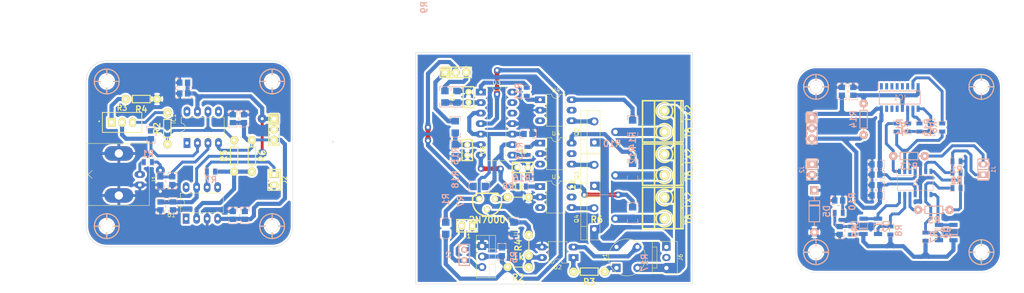
<source format=kicad_pcb>
(kicad_pcb (version 20211014) (generator pcbnew)
  (layers (0 "F.Cu" signal) (31 "B.Cu" signal) (34 "B.Paste" user) (35 "F.Paste" user) (36 "B.SilkS" user "B.Silkscreen") (37 "F.SilkS" user "F.Silkscreen") (38 "B.Mask" user) (39 "F.Mask" user) (44 "Edge.Cuts" user))
  (net 0 "")
  (net 1 "+12V")
  (net 2 "GND")
  (net 3 "+5V")
  (net 4 "/OUT")
  (net 5 "AC")
  (net 6 "Earth")
  (net 7 "/Int3")
  (net 8 "/Int2")
  (net 9 "/Int1")
  (net 10 "Net-(Q2-Pad3)")
  (net 11 "Net-(Q3-Pad3)")
  (net 12 "/OUT_1")
  (net 13 "/OUT_2")
  (net 14 "/OUT_3")
  (net 19 "Net-(J5-Pad1)")
  (net 20 "Net-(C4-Pad1)")
  (net 21 "Net-(C5-Pad1)")
  (net 22 "Net-(C6-Pad1)")
  (net 23 "Net-(D1-Pad3)")
  (net 24 "Net-(D1-Pad1)")
  (net 25 "Net-(J2-Pad1)")
  (net 26 "Net-(J4-Pad1)")
  (net 28 "Net-(Q1-Pad2)")
  (net 29 "Net-(Q1-Pad1)")
  (net 30 "Net-(Q4-Pad3)")
  (net 31 "Net-(R2-Pad2)")
  (net 32 "Net-(R3-Pad2)")
  (net 33 "Net-(R11-Pad2)")
  (net 34 "Net-(R12-Pad1)")
  (net 35 "Net-(R13-Pad1)")
  (net 36 "Net-(R14-Pad2)")
  (net 37 "Net-(R16-Pad1)")
  (net 38 "Net-(R17-Pad2)")
  (footprint "MacroLib:DIP-6" (layer "F.Cu") (at 150.13 89.42)
    (fp_text reference "U4")
    (fp_text value "MOC3020M")
  )
  (footprint "EESTN5:Tornillo_M3_8mm" (layer "F.Cu") (at 85.3 85)
    (fp_text reference "J5" hide)
    (fp_text value "Cable_PAD" hide)
  )
  (footprint "EESTN5:CAP_0.1" (layer "F.Cu") (at 132.5 101.6 -90)
    (fp_text reference "C6")
    (fp_text value "1uf" hide)
  )
  (footprint "EESTN5:RES0.3" (layer "F.Cu") (at 59.95 96.35 90)
    (fp_text reference "R2")
    (fp_text value "2.2k" hide)
  )
  (footprint "MacroLib:BNC_Amphenol_B6252HB-NPP3G-50_Horizontal" (layer "F.Cu") (at 53.3 107.5 90)
    (fp_text reference "J1")
    (fp_text value "BNC")
  )
  (footprint "EESTN5:BORNERA2" (layer "F.Cu") (at 180.2 105.12 90)
    (fp_text reference "J4" hide)
    (fp_text value "TB_1X2")
  )
  (footprint "EESTN5:Tornillo_M3_8mm" (layer "F.Cu") (at 85.3 120)
    (fp_text reference "J7" hide)
    (fp_text value "Cable_PAD" hide)
  )
  (footprint "EESTN5:to92" (layer "F.Cu") (at 137.3 114.05 180)
    (fp_text reference "Q1" hide)
    (fp_text value "2N7000")
  )
  (footprint "MacroLib:DIP-6" (layer "F.Cu") (at 150.13 110.42)
    (fp_text reference "U6")
    (fp_text value "MOC3020M")
  )
  (footprint "EESTN5:Pin_Strip_3" (layer "F.Cu") (at 85.78 96.6 -90)
    (fp_text reference "J3" hide)
    (fp_text value "CONN_01X03" hide)
  )
  (footprint "MacroLib:TO-220-3_Vertical_ac" (layer "F.Cu") (at 163.22 120.75 90)
    (fp_text reference "Q4")
    (fp_text value "BTA06-600C")
  )
  (footprint "MacroLib:FanPinHeader_1x03_P2.54mm_Vertical" (layer "F.Cu") (at 180.675 125.05 -90)
    (fp_text reference "J6")
    (fp_text value "Conn_01x03_Female")
  )
  (footprint "EESTN5:RES0.2" (layer "F.Cu") (at 144.8 113)
    (fp_text reference "R6")
    (fp_text value "1k")
  )
  (footprint "EESTN5:CAP_0.1" (layer "F.Cu") (at 132.8 88.8 90)
    (fp_text reference "C4")
    (fp_text value "1uf" hide)
  )
  (footprint "MacroLib:TO-220-3_Vertical_ac" (layer "F.Cu") (at 163.25 99.75 90)
    (fp_text reference "Q2")
    (fp_text value "BTA06-600C")
  )
  (footprint "EESTN5:RES0.3" (layer "F.Cu") (at 80.4 103 -90)
    (fp_text reference "R6")
    (fp_text value "75k" hide)
  )
  (footprint "EESTN5:BORNERA2" (layer "F.Cu") (at 180.2 115.62 90)
    (fp_text reference "J5" hide)
    (fp_text value "TB_1X2")
  )
  (footprint "EESTN5:Tornillo_M3_8mm" (layer "F.Cu") (at 45.3 120)
    (fp_text reference "J6" hide)
    (fp_text value "Cable_PAD" hide)
  )
  (footprint "MacroLib:DIP-6" (layer "F.Cu") (at 150.13 99.92)
    (fp_text reference "U5")
    (fp_text value "MOC3020M")
  )
  (footprint "EESTN5:BORNERA2" (layer "F.Cu") (at 180.2 94.66 90)
    (fp_text reference "J2" hide)
    (fp_text value "TB_1X2")
  )
  (footprint "EESTN5:RES0.3" (layer "F.Cu") (at 53.65 89.25 180)
    (fp_text reference "R4")
    (fp_text value "1k" hide)
  )
  (footprint "MacroLib:DIP-14" (layer "F.Cu") (at 135.78 87.58)
    (fp_text reference "U3")
    (fp_text value "LM324")
  )
  (footprint "EESTN5:RES0.2" (layer "F.Cu") (at 144.8 129.9)
    (fp_text reference "R2")
    (fp_text value "1k")
  )
  (footprint "MacroLib:TO-220-3_Vertical" (layer "F.Cu") (at 136.08 124.82 -90)
    (fp_text reference "U1")
    (fp_text value "LM78XX")
  )
  (footprint "EESTN5:RES0.3" (layer "F.Cu") (at 162 131 180)
    (fp_text reference "R3")
    (fp_text value "33k" hide)
  )
  (footprint "EESTN5:Tornillo_M3_8mm" (layer "F.Cu") (at 45.3 85)
    (fp_text reference "J4" hide)
    (fp_text value "Cable_PAD" hide)
  )
  (footprint "MacroLib:DIP-4" (layer "F.Cu") (at 158.2 127.6 180)
    (fp_text reference "U2")
    (fp_text value "PC817")
  )
  (footprint "EESTN5:RES0.2" (layer "F.Cu") (at 147.4 124.6 -90)
    (fp_text reference "R4")
    (fp_text value "1k")
  )
  (footprint "EESTN5:Diode_Bridge_Round_D8.9mm" (layer "F.Cu") (at 171.14 127.56 90)
    (fp_text reference "D1")
    (fp_text value "D_Bridge_+A-A" hide)
  )
  (footprint "EESTN5:RES0.3" (layer "F.Cu") (at 76.1 103 90)
    (fp_text reference "R5")
    (fp_text value "30k" hide)
  )
  (footprint "EESTN5:CAP_0.1" (layer "F.Cu") (at 145.9 105.8)
    (fp_text reference "C5")
    (fp_text value "1uf" hide)
  )
  (footprint "MacroLib:TO-220-3_Vertical_ac" (layer "F.Cu") (at 163.25 110.25 90)
    (fp_text reference "Q3")
    (fp_text value "BTA06-600C")
  )
  (footprint "EESTN5:DIP-8" (layer "F.Cu") (at 64.7 99.9 90)
    (fp_text reference "IC1")
    (fp_text value "CA3140AEZ" hide)
  )
  (footprint "EESTN5:DIP-8" (layer "F.Cu") (at 64.5 118.2 90)
    (fp_text reference "U1")
    (fp_text value "TL081" hide)
  )
  (footprint "EESTN5:Pin_strip_2" (layer "F.Cu") (at 85.78 108.8 -90)
    (fp_text reference "J2")
    (fp_text value "CONN_01X02" hide)
  )
  (footprint "EESTN5:Pin_Strip_3" (layer "F.Cu") (at 129.7 82.8)
    (fp_text reference "J3" hide)
    (fp_text value "Conn_01X03" hide)
  )
  (footprint "MacroLib:Preset_3296W" (layer "F.Cu") (at 49 94.9)
    (fp_text reference "R3")
    (fp_text value "5k" hide)
  )
  (footprint "EESTN5:Pin_strip_2" (layer "F.Cu") (at 132.47 119.9 180)
    (fp_text reference "J1")
    (fp_text value "Conn_01x02_Female" hide)
  )
  (footprint "EESTN5:SOD80C" (layer "B.Cu") (at 246.610976 121.55 90)
    (fp_text reference "D1")
    (fp_text value "1N4148" hide)
  )
  (footprint "EESTN5:RES0.3" (layer "B.Cu") (at 239.360976 103.05)
    (fp_text reference "R13")
    (fp_text value "0" hide)
  )
  (footprint "EESTN5:R_0805" (layer "B.Cu") (at 250.860976 107.05)
    (fp_text reference "R2")
    (fp_text value "5.6k" hide)
  )
  (footprint "EESTN5:C_0805" (layer "B.Cu") (at 78.7 117.4 -90)
    (fp_text reference "C9")
    (fp_text value "100nf" hide)
  )
  (footprint "EESTN5:R_0805" (layer "B.Cu") (at 225.360976 121.05 90)
    (fp_text reference "R9")
    (fp_text value "10k" hide)
  )
  (footprint "EESTN5:DO-41" (layer "B.Cu") (at 216.460976 116.4 90)
    (fp_text reference "D5")
    (fp_text value "1N5819W" hide)
  )
  (footprint "EESTN5:R_0805" (layer "B.Cu") (at 239.125976 96.138 -90)
    (fp_text reference "R11")
    (fp_text value "100k" hide)
  )
  (footprint "EESTN5:SOD80C" (layer "B.Cu") (at 228.360976 120.05 -90)
    (fp_text reference "D4")
    (fp_text value "1N4148" hide)
  )
  (footprint "EESTN5:R_1206" (layer "B.Cu") (at 129.6 96 90)
    (fp_text reference "R15")
    (fp_text value "10k" hide)
  )
  (footprint "EESTN5:Tornillo_M3_8mm" (layer "B.Cu") (at 216.860976 86.3 180)
    (fp_text reference "J5" hide)
    (fp_text value "Cable_PAD" hide)
  )
  (footprint "EESTN5:Pin_Header_2" (layer "B.Cu") (at 215.610976 106.3 -90)
    (fp_text reference "J2")
    (fp_text value "CONN_01X02" hide)
  )
  (footprint "EESTN5:C_0805" (layer "B.Cu") (at 56 97.9 90)
    (fp_text reference "C3")
    (fp_text value "1uf" hide)
  )
  (footprint "EESTN5:R_1206" (layer "B.Cu") (at 130 88.7 -90)
    (fp_text reference "R9")
    (fp_text value "470k" hide)
  )
  (footprint "EESTN5:R_0805" (layer "B.Cu") (at 234.860976 121.05 90)
    (fp_text reference "R8")
    (fp_text value "10k" hide)
  )
  (footprint "EESTN5:R_0805" (layer "B.Cu") (at 241.875976 96.138 90)
    (fp_text reference "R12")
    (fp_text value "10k" hide)
  )
  (footprint "EESTN5:R_0805" (layer "B.Cu") (at 222.360976 116.8 180)
    (fp_text reference "R10")
    (fp_text value "10k" hide)
  )
  (footprint "EESTN5:C_0805" (layer "B.Cu") (at 222.360976 113.8)
    (fp_text reference "C8")
    (fp_text value "1uf" hide)
  )
  (footprint "EESTN5:R_0805" (layer "B.Cu") (at 145.7 110.4 180)
    (fp_text reference "R16")
    (fp_text value "220" hide)
  )
  (footprint "EESTN5:C_0805" (layer "B.Cu") (at 75.8 117.4 -90)
    (fp_text reference "C7")
    (fp_text value "10uf" hide)
  )
  (footprint "EESTN5:R_0805" (layer "B.Cu") (at 147.1 101.8 -90)
    (fp_text reference "R13")
    (fp_text value "220" hide)
  )
  (footprint "EESTN5:C_0805" (layer "B.Cu") (at 63.9 85.3)
    (fp_text reference "C2")
    (fp_text value "100nf" hide)
  )
  (footprint "EESTN5:C_0805" (layer "B.Cu") (at 58.3 115.1 90)
    (fp_text reference "C10")
    (fp_text value "100nf" hide)
  )
  (footprint "EESTN5:Tornillo_M3_8mm" (layer "B.Cu") (at 256.860976 86.3 180)
    (fp_text reference "J3" hide)
    (fp_text value "Cable_PAD" hide)
  )
  (footprint "EESTN5:R_1206" (layer "B.Cu") (at 127.3 120.503 -90)
    (fp_text reference "R1")
    (fp_text value "100k" hide)
  )
  (footprint "EESTN5:R_1206" (layer "B.Cu") (at 172.5 106.3 -90)
    (fp_text reference "R14")
    (fp_text value "180" hide)
  )
  (footprint "EESTN5:R_1206" (layer "B.Cu") (at 172.5 95.803 90)
    (fp_text reference "R12")
    (fp_text value "180" hide)
  )
  (footprint "EESTN5:C_0805" (layer "B.Cu") (at 231.360976 110.05)
    (fp_text reference "C3")
    (fp_text value "100nF" hide)
  )
  (footprint "EESTN5:R_0805" (layer "B.Cu") (at 70.5 106.8)
    (fp_text reference "R7")
    (fp_text value "30k" hide)
  )
  (footprint "EESTN5:R_1206" (layer "B.Cu") (at 172.5 116.8 -90)
    (fp_text reference "R17")
    (fp_text value "180" hide)
  )
  (footprint "EESTN5:RES0.3" (layer "B.Cu") (at 228.375976 94.138 -90)
    (fp_text reference "R14")
    (fp_text value "0" hide)
  )
  (footprint "EESTN5:SOD80C" (layer "B.Cu") (at 231.860976 120.05 90)
    (fp_text reference "D2")
    (fp_text value "1N4148" hide)
  )
  (footprint "MacroLib:SOP16" (layer "B.Cu") (at 237.125976 88.888 -90)
    (fp_text reference "IC1")
    (fp_text value "CD4060BE" hide)
  )
  (footprint "EESTN5:R_1206" (layer "B.Cu") (at 129.6 101.7 90)
    (fp_text reference "R18")
    (fp_text value "470k" hide)
  )
  (footprint "EESTN5:C_0805" (layer "B.Cu") (at 63.9 87.9)
    (fp_text reference "C4")
    (fp_text value "10uf" hide)
  )
  (footprint "EESTN5:Tornillo_M3_8mm" (layer "B.Cu") (at 216.860976 126.3 180)
    (fp_text reference "J6" hide)
    (fp_text value "Cable_PAD" hide)
  )
  (footprint "EESTN5:R_1206" (layer "B.Cu") (at 143.8 120.503 90)
    (fp_text reference "R5")
    (fp_text value "10k" hide)
  )
  (footprint "MacroLib:SOP14" (layer "B.Cu") (at 240.860976 109.55 -90)
    (fp_text reference "U1")
    (fp_text value "LM324")
  )
  (footprint "EESTN5:R_0805" (layer "B.Cu") (at 146.9 87.5 -90)
    (fp_text reference "R11")
    (fp_text value "220" hide)
  )
  (footprint "EESTN5:R_1206" (layer "B.Cu") (at 135.4 110.4 180)
    (fp_text reference "R8")
    (fp_text value "10k" hide)
  )
  (footprint "EESTN5:C_0805" (layer "B.Cu") (at 231.360976 107.55)
    (fp_text reference "C2")
    (fp_text value "4.7uf" hide)
  )
  (footprint "EESTN5:RES0.3" (layer "B.Cu") (at 245.360976 116.05)
    (fp_text reference "R5")
    (fp_text value "10K" hide)
  )
  (footprint "EESTN5:C_0805" (layer "B.Cu") (at 223.125976 87.388 -90)
    (fp_text reference "C9")
    (fp_text value "100nf" hide)
  )
  (footprint "EESTN5:C_0805" (layer "B.Cu") (at 61.3 115.1 90)
    (fp_text reference "C8")
    (fp_text value "10uf" hide)
  )
  (footprint "EESTN5:C_0805" (layer "B.Cu") (at 147.2 97.7 180)
    (fp_text reference "C3")
    (fp_text value "100nf" hide)
  )
  (footprint "EESTN5:Pin_Strip_3" (layer "B.Cu") (at 215.860976 96.3 -90)
    (fp_text reference "J7" hide)
    (fp_text value "CONN_01X03" hide)
  )
  (footprint "EESTN5:R_0805" (layer "B.Cu") (at 55.25 104.5 180)
    (fp_text reference "R1")
    (fp_text value "4.7M" hide)
  )
  (footprint "EESTN5:R_0805" (layer "B.Cu") (at 250.860976 110.8 180)
    (fp_text reference "R4")
    (fp_text value "10K" hide)
  )
  (footprint "EESTN5:C_0805" (layer "B.Cu") (at 222.610976 121.05 90)
    (fp_text reference "C6")
    (fp_text value "1uf" hide)
  )
  (footprint "EESTN5:C_0805" (layer "B.Cu") (at 78.5 94 -90)
    (fp_text reference "C5")
    (fp_text value "10uf" hide)
  )
  (footprint "EESTN5:C_0805" (layer "B.Cu") (at 231.360976 105.05)
    (fp_text reference "C4")
    (fp_text value "100nf" hide)
  )
  (footprint "EESTN5:R_0805" (layer "B.Cu") (at 250.860976 104.3)
    (fp_text reference "R1")
    (fp_text value "1M" hide)
  )
  (footprint "EESTN5:SOD80C" (layer "B.Cu") (at 250.110976 121.55 -90)
    (fp_text reference "D3")
    (fp_text value "1N4748" hide)
  )
  (footprint "EESTN5:C_0805" (layer "B.Cu") (at 244.625976 96.138 -90)
    (fp_text reference "C7")
    (fp_text value "1nf" hide)
  )
  (footprint "EESTN5:C_0805" (layer "B.Cu") (at 231.360976 112.55)
    (fp_text reference "C1")
    (fp_text value "4.7uF" hide)
  )
  (footprint "EESTN5:R_1206" (layer "B.Cu") (at 145.9 108 180)
    (fp_text reference "R10")
    (fp_text value "470k" hide)
  )
  (footprint "EESTN5:C_0805" (layer "B.Cu") (at 61.15 109 90)
    (fp_text reference "C1")
    (fp_text value "1nf" hide)
  )
  (footprint "EESTN5:R_0805" (layer "B.Cu") (at 247.375976 96.138 -90)
    (fp_text reference "R6")
    (fp_text value "100k" hide)
  )
  (footprint "EESTN5:Pin_Strip_2_90" (layer "B.Cu") (at 257.610976 106.3 90)
    (fp_text reference "J1")
    (fp_text value "CONN_01X02" hide)
  )
  (footprint "EESTN5:Tornillo_M3_8mm" (layer "B.Cu") (at 256.860976 126.3 180)
    (fp_text reference "J4" hide)
    (fp_text value "Cable_PAD" hide)
  )
  (footprint "EESTN5:C_0805" (layer "B.Cu") (at 58.25 109.05 90)
    (fp_text reference "C12")
    (fp_text value "1nf" hide)
  )
  (footprint "EESTN5:C_0805" (layer "B.Cu") (at 140.88 126.197 -90)
    (fp_text reference "C2")
    (fp_text value "100nf" hide)
  )
  (footprint "EESTN5:R_0805" (layer "B.Cu") (at 236.375976 96.138 90)
    (fp_text reference "R3")
    (fp_text value "6.8k" hide)
  )
  (footprint "EESTN5:R_0805" (layer "B.Cu") (at 243.360976 122.55 90)
    (fp_text reference "R7")
    (fp_text value "10k" hide)
  )
  (footprint "EESTN5:C_0805" (layer "B.Cu") (at 75.8 94 -90)
    (fp_text reference "C6")
    (fp_text value "100nf" hide)
  )
  (footprint "EESTN5:CAP_0.1" (layer "B.Cu") (at 131.775 126.963 -90)
    (fp_text reference "C1")
    (fp_text value "220nf" hide)
  )
  (footprint "EESTN5:R_1206" (layer "B.Cu") (at 127.1 88.7 90)
    (fp_text reference "R7")
    (fp_text value "10k" hide)
  )
  (footprint "EESTN5:C_0805" (layer "B.Cu") (at 225.875976 87.388 -90)
    (fp_text reference "C5")
    (fp_text value "100nf" hide)
  )
  (gr_line (start 160.8 112.4) (end 169 112.4) (layer "B.SilkS") (width 0.15))
  (gr_line (start 90.3 85) (end 90.3 120) (layer "Edge.Cuts") (width 0.1))
  (gr_line (start 120 78) (end 120 134) (layer "Edge.Cuts") (width 0.1))
  (gr_arc (start 261.860976 126.3) (mid 260.39651 129.835534) (end 256.860976 131.3) (layer "Edge.Cuts") (width 0.05))
  (gr_arc (start 90.3 120) (mid 88.835534 123.535534) (end 85.3 125) (layer "Edge.Cuts") (width 0.1))
  (gr_arc (start 45.3 125) (mid 41.764466 123.535534) (end 40.3 120) (layer "Edge.Cuts") (width 0.1))
  (gr_line (start 120 134) (end 121 134) (layer "Edge.Cuts") (width 0.1))
  (gr_arc (start 85.3 80) (mid 88.835534 81.464466) (end 90.3 85) (layer "Edge.Cuts") (width 0.1))
  (gr_line (start 187 78) (end 121 78) (layer "Edge.Cuts") (width 0.1))
  (gr_line (start 256.860976 131.3) (end 216.860976 131.3) (layer "Edge.Cuts") (width 0.05))
  (gr_arc (start 40.3 85) (mid 41.764466 81.464466) (end 45.3 80) (layer "Edge.Cuts") (width 0.1))
  (gr_line (start 40.3 120) (end 40.3 85) (layer "Edge.Cuts") (width 0.1))
  (gr_arc (start 216.860976 131.3) (mid 213.325442 129.835534) (end 211.860976 126.3) (layer "Edge.Cuts") (width 0.05))
  (gr_arc (start 211.860976 86.3) (mid 213.325442 82.764466) (end 216.860976 81.3) (layer "Edge.Cuts") (width 0.05))
  (gr_arc (start 256.860976 81.3) (mid 260.39651 82.764466) (end 261.860976 86.3) (layer "Edge.Cuts") (width 0.05))
  (gr_line (start 211.860976 126.3) (end 211.860976 86.3) (layer "Edge.Cuts") (width 0.05))
  (gr_line (start 85.3 125) (end 45.3 125) (layer "Edge.Cuts") (width 0.1))
  (gr_line (start 121 78) (end 120 78) (layer "Edge.Cuts") (width 0.1))
  (gr_line (start 187 134) (end 187 78) (layer "Edge.Cuts") (width 0.1))
  (gr_line (start 261.860976 86.3) (end 261.860976 126.3) (layer "Edge.Cuts") (width 0.05))
  (gr_line (start 45.3 80) (end 85.3 80) (layer "Edge.Cuts") (width 0.1))
  (gr_line (start 216.860976 81.3) (end 256.860976 81.3) (layer "Edge.Cuts") (width 0.05))
  (gr_line (start 121 134) (end 187 134) (layer "Edge.Cuts") (width 0.1))
  (via (at 58.25 106.5) (size 2.15) (drill 0.75) (layers "F.Cu" "B.Cu") (net 0))
  (segment (start 234.860976 120.0975) (end 232.313476 120.0975) (width 0.7) (layer "B.Cu") (net 0))
  (segment (start 257.293476 105.03) (end 257.293476 102.7325) (width 0.7) (layer "B.Cu") (net 0))
  (segment (start 232.313476 94.7975) (end 232.680976 94.43) (width 1) (layer "B.Cu") (net 0))
  (segment (start 232.680976 91.6) (end 232.213976 91.6) (width 0.7) (layer "B.Cu") (net 0))
  (segment (start 78.6 118.2) (end 78.7 118.3) (width 0.7) (layer "B.Cu") (net 0))
  (segment (start 240.110976 109.8) (end 234.360976 109.8) (width 0.7) (layer "B.Cu") (net 0))
  (segment (start 80.9 117.5) (end 80.1 118.3) (width 1) (layer "B.Cu") (net 0))
  (segment (start 228.360976 121.89912) (end 225.464356 121.89912) (width 0.7) (layer "B.Cu") (net 0))
  (segment (start 235.660976 124.85) (end 233.960976 124.85) (width 1) (layer "B.Cu") (net 0))
  (segment (start 59.95 98.3) (end 59.95 100.16) (width 0.7) (layer "B.Cu") (net 0))
  (segment (start 235.360976 117.05) (end 236.860976 117.05) (width 0.7) (layer "B.Cu") (net 0))
  (segment (start 72.32 101.12) (end 72.32 99.9) (width 0.7) (layer "B.Cu") (net 0))
  (segment (start 224.510976 100) (end 224.370976 99.86) (width 1) (layer "B.Cu") (net 0))
  (segment (start 238.320976 115.59) (end 238.320976 112.344) (width 0.7) (layer "B.Cu") (net 0))
  (segment (start 231.860976 118.20088) (end 231.860976 117.05) (width 0.7) (layer "B.Cu") (net 0))
  (segment (start 79.39 99.19) (end 78.5 98.3) (width 1) (layer "B.Cu") (net 0))
  (segment (start 242.837976 91.6) (end 241.570976 91.6) (width 0.7) (layer "B.Cu") (net 0))
  (segment (start 59.4 97.75) (end 60.4 97.75) (width 0.7) (layer "B.Cu") (net 0))
  (segment (start 243.400976 105.01) (end 243.400976 106.756) (width 0.7) (layer "B.Cu") (net 0))
  (segment (start 223.125976 92.138) (end 223.125976 92.158) (width 1) (layer "B.Cu") (net 0))
  (segment (start 246.360976 113.05) (end 246.360976 119.45088) (width 0.7) (layer "B.Cu") (net 0))
  (segment (start 57.55 104.5) (end 58.25 105.2) (width 0.7) (layer "B.Cu") (net 0))
  (segment (start 85.78 99.14) (end 80.45 99.14) (width 0.7) (layer "B.Cu") (net 0))
  (segment (start 248.510976 127.4) (end 244.160976 127.4) (width 1) (layer "B.Cu") (net 0))
  (segment (start 53.3 107.5) (end 53.3 105) (width 0.7) (layer "B.Cu") (net 0))
  (segment (start 240.860976 108.05) (end 240.360976 108.55) (width 0.7) (layer "B.Cu") (net 0))
  (segment (start 80.4 101) (end 79.76 101.64) (width 0.7) (layer "B.Cu") (net 0))
  (segment (start 224.510976 100) (end 223.350976 98.84) (width 1) (layer "B.Cu") (net 0))
  (segment (start 216.772976 92.848) (end 215.860976 93.76) (width 1) (layer "B.Cu") (net 0))
  (segment (start 58.5975 96.9475) (end 59.4 97.75) (width 0.7) (layer "B.Cu") (net 0))
  (segment (start 67.04 118.2) (end 67.04 115.86) (width 1) (layer "B.Cu") (net 0))
  (segment (start 88.4 113.3) (end 87.1 114.6) (width 1) (layer "B.Cu") (net 0))
  (segment (start 232.313476 110.05) (end 232.313476 112.55) (width 1) (layer "B.Cu") (net 0))
  (segment (start 243.360976 126.55) (end 242.510976 127.4) (width 1) (layer "B.Cu") (net 0))
  (segment (start 232.313476 105.05) (end 232.313476 94.7975) (width 1) (layer "B.Cu") (net 0))
  (segment (start 254.360976 102.8) (end 253.360976 101.8) (width 0.7) (layer "B.Cu") (net 0))
  (segment (start 58.25 105.2) (end 58.25 106.5) (width 0.7) (layer "B.Cu") (net 0))
  (segment (start 87.1 114.6) (end 81.9 114.6) (width 1) (layer "B.Cu") (net 0))
  (segment (start 231.513976 91.6) (end 230.265976 92.848) (width 1) (layer "B.Cu") (net 0))
  (segment (start 76.1 111) (end 76.1 106.81) (width 1) (layer "B.Cu") (net 0))
  (segment (start 215.860976 98.84) (end 223.120976 98.84) (width 1) (layer "B.Cu") (net 0))
  (segment (start 61.3975 96.8525) (end 60.45 97.8) (width 0.7) (layer "B.Cu") (net 0))
  (segment (start 80.9 115.6) (end 80.9 117.5) (width 1) (layer "B.Cu") (net 0))
  (segment (start 60.45 97.8) (end 59.95 98.3) (width 0.7) (layer "B.Cu") (net 0))
  (segment (start 246.360976 119.45088) (end 246.610976 119.70088) (width 0.7) (layer "B.Cu") (net 0))
  (segment (start 233.860976 107.55) (end 232.313476 107.55) (width 0.7) (layer "B.Cu") (net 0))
  (segment (start 226.610976 102.1) (end 224.510976 100) (width 1) (layer "B.Cu") (net 0))
  (segment (start 229.460976 124.85) (end 228.310976 123.7) (width 1) (layer "B.Cu") (net 0))
  (segment (start 223.350976 98.84) (end 223.120976 98.84) (width 1) (layer "B.Cu") (net 0))
  (segment (start 78.4 95.1495) (end 78.5 95.0495) (width 0.7) (layer "B.Cu") (net 0))
  (segment (start 48.1 89.25) (end 46.46 90.89) (width 1) (layer "B.Cu") (net 0))
  (segment (start 238.945976 101.635) (end 237.775976 101.635) (width 0.7) (layer "B.Cu") (net 0))
  (segment (start 236.860976 117.05) (end 238.320976 115.59) (width 0.7) (layer "B.Cu") (net 0))
  (segment (start 67.04 115.86) (end 68.5 114.4) (width 1) (layer "B.Cu") (net 0))
  (segment (start 224.370976 98.84) (end 225.120976 98.84) (width 1) (layer "B.Cu") (net 0))
  (segment (start 232.213976 91.6) (end 231.513976 91.6) (width 1) (layer "B.Cu") (net 0))
  (segment (start 215.900976 93.8) (end 215.860976 93.76) (width 0.7) (layer "B.Cu") (net 0))
  (segment (start 85.78 99.14) (end 87.34 99.14) (width 1) (layer "B.Cu") (net 0))
  (segment (start 243.360976 123.5025) (end 243.360976 126.55) (width 1) (layer "B.Cu") (net 0))
  (segment (start 53.3 105) (end 53.8 104.5) (width 0.7) (layer "B.Cu") (net 0))
  (segment (start 225.120976 98.84) (end 225.970976 98.84) (width 1) (layer "B.Cu") (net 0))
  (segment (start 234.360976 109.8) (end 234.110976 110.05) (width 0.7) (layer "B.Cu") (net 0))
  (segment (start 81.9 114.6) (end 80.9 115.6) (width 1) (layer "B.Cu") (net 0))
  (segment (start 66.7 104.5) (end 69.78 101.42) (width 0.7) (layer "B.Cu") (net 0))
  (segment (start 239.590976 115.28) (end 239.590976 112.344) (width 0.7) (layer "B.Cu") (net 0))
  (segment (start 241.550976 116.05) (end 240.360976 116.05) (width 0.7) (layer "B.Cu") (net 0))
  (segment (start 243.360976 126.55) (end 243.360976 127.1) (width 1) (layer "B.Cu") (net 0))
  (segment (start 69.78 96.02) (end 68.9475 96.8525) (width 0.7) (layer "B.Cu") (net 0))
  (segment (start 231.860976 120.55) (end 231.860976 121.89912) (width 0.7) (layer "B.Cu") (net 0))
  (segment (start 76.1 99.19) (end 76.09 99.19) (width 0.7) (layer "B.Cu") (net 0))
  (segment (start 56 101.4) (end 57.6 103) (width 0.7) (layer "B.Cu") (net 0))
  (segment (start 246.560976 99.25) (end 241.330976 99.25) (width 0.7) (layer "B.Cu") (net 0))
  (segment (start 233.860976 115.05) (end 236.360976 115.05) (width 0.7) (layer "B.Cu") (net 0))
  (segment (start 240.300976 84.963) (end 240.300976 86.176) (width 0.7) (layer "B.Cu") (net 0))
  (segment (start 234.860976 124.05) (end 234.060976 124.85) (width 1) (layer "B.Cu") (net 0))
  (segment (start 238.320976 104.01) (end 238.320976 102.26) (width 0.7) (layer "B.Cu") (net 0))
  (segment (start 240.300976 93.313) (end 240.300976 91.6) (width 0.7) (layer "B.Cu") (net 0))
  (segment (start 76.09 99.19) (end 73.7525 96.8525) (width 0.7) (layer "B.Cu") (net 0))
  (segment (start 72.1645 118.2445) (end 72.12 118.2) (width 1) (layer "B.Cu") (net 0))
  (segment (start 247.375976 87.388) (end 244.125976 84.138) (width 0.7) (layer "B.Cu") (net 0))
  (segment (start 56 96.9475) (end 58.5975 96.9475) (width 0.7) (layer "B.Cu") (net 0))
  (segment (start 223.125976 92.158) (end 223.815976 92.848) (width 1) (layer "B.Cu") (net 0))
  (segment (start 72.12 118.2) (end 72.12 117.58) (width 0.7) (layer "B.Cu") (net 0))
  (segment (start 250.110976 125.8) (end 248.510976 127.4) (width 1) (layer "B.Cu") (net 0))
  (segment (start 231.110976 115.55) (end 228.360976 115.55) (width 1) (layer "B.Cu") (net 0))
  (segment (start 69.78 101.42) (end 69.78 99.9) (width 0.7) (layer "B.Cu") (net 0))
  (segment (start 237.050976 114.36) (end 237.050976 112.344) (width 0.7) (layer "B.Cu") (net 0))
  (segment (start 232.313476 107.55) (end 232.313476 105.05) (width 1) (layer "B.Cu") (net 0))
  (segment (start 78.4555 95.005) (end 75.8 95.005) (width 1) (layer "B.Cu") (net 0))
  (segment (start 250.110976 119.70088) (end 246.610976 119.70088) (width 0.7) (layer "B.Cu") (net 0))
  (segment (start 243.360976 126.55) (end 244.160976 127.35) (width 1) (layer "B.Cu") (net 0))
  (segment (start 71.4525 106.8) (end 71.4625 106.81) (width 1) (layer "B.Cu") (net 0))
  (segment (start 59.4 97.75) (end 59.95 98.3) (width 0.7) (layer "B.Cu") (net 0))
  (segment (start 236.360976 115.05) (end 237.050976 114.36) (width 0.7) (layer "B.Cu") (net 0))
  (segment (start 244.125976 84.138) (end 241.125976 84.138) (width 0.7) (layer "B.Cu") (net 0))
  (segment (start 257.293476 107.57) (end 255.380976 107.57) (width 0.7) (layer "B.Cu") (net 0))
  (segment (start 240.860976 112.344) (end 240.860976 110.55) (width 0.7) (layer "B.Cu") (net 0))
  (segment (start 80.45 99.14) (end 80.4 99.19) (width 0.7) (layer "B.Cu") (net 0))
  (segment (start 249.908476 102.2525) (end 249.908476 104.3) (width 0.7) (layer "B.Cu") (net 0))
  (segment (start 226.610976 113.8) (end 226.610976 102.1) (width 1) (layer "B.Cu") (net 0))
  (segment (start 230.265976 92.848) (end 223.815976 92.848) (width 1) (layer "B.Cu") (net 0))
  (segment (start 244.625976 93.388) (end 242.837976 91.6) (width 0.7) (layer "B.Cu") (net 0))
  (segment (start 249.908476 107.05) (end 249.908476 104.3) (width 0.7) (layer "B.Cu") (net 0))
  (segment (start 238.320976 106.756) (end 238.320976 104.01) (width 0.7) (layer "B.Cu") (net 0))
  (segment (start 247.375976 95.1855) (end 247.375976 87.388) (width 0.7) (layer "B.Cu") (net 0))
  (segment (start 71.4625 106.81) (end 80.4 106.81) (width 1) (layer "B.Cu") (net 0))
  (segment (start 69.78 95.98) (end 69.78 96.02) (width 0.7) (layer "B.Cu") (net 0))
  (segment (start 241.125976 93.638) (end 240.625976 93.638) (width 0.7) (layer "B.Cu") (net 0))
  (segment (start 249.908476 107.05) (end 248.110976 107.05) (width 0.7) (layer "B.Cu") (net 0))
  (segment (start 69.78 92.28) (end 69.78 95.98) (width 0.7) (layer "B.Cu") (net 0))
  (segment (start 244.625976 95.1855) (end 244.625976 93.388) (width 0.7) (layer "B.Cu") (net 0))
  (segment (start 248.110976 107.05) (end 245.610976 104.55) (width 0.7) (layer "B.Cu") (net 0))
  (segment (start 234.110976 110.05) (end 232.313476 110.05) (width 0.7) (layer "B.Cu") (net 0))
  (segment (start 246.360976 113.05) (end 245.654976 112.344) (width 0.7) (layer "B.Cu") (net 0))
  (segment (start 250.110976 123.39912) (end 250.110976 125.8) (width 1) (layer "B.Cu") (net 0))
  (segment (start 234.860976 120.0975) (end 234.860976 117.55) (width 0.7) (layer "B.Cu") (net 0))
  (segment (start 80.4 99.19) (end 79.39 99.19) (width 1) (layer "B.Cu") (net 0))
  (segment (start 233.960976 124.85) (end 229.460976 124.85) (width 1) (layer "B.Cu") (net 0))
  (segment (start 55.4 98.9) (end 50 98.9) (width 0.7) (layer "B.Cu") (net 0))
  (segment (start 237.775976 101.635) (end 237.735976 101.675) (width 0.7) (layer "B.Cu") (net 0))
  (segment (start 234.860976 117.55) (end 235.360976 117.05) (width 0.7) (layer "B.Cu") (net 0))
  (segment (start 68.5 114.4) (end 72.7 114.4) (width 1) (layer "B.Cu") (net 0))
  (segment (start 80.4 99.19) (end 80.4 101) (width 0.7) (layer "B.Cu") (net 0))
  (segment (start 245.610976 104.55) (end 243.860976 104.55) (width 0.7) (layer "B.Cu") (net 0))
  (segment (start 225.464356 121.89912) (end 225.360976 122.0025) (width 0.7) (layer "B.Cu") (net 0))
  (segment (start 247.375976 97.0905) (end 247.375976 98.435) (width 0.7) (layer "B.Cu") (net 0))
  (segment (start 234.860976 124.05) (end 235.660976 124.85) (width 1) (layer "B.Cu") (net 0))
  (segment (start 238.570976 102.01) (end 238.320976 102.26) (width 0.7) (layer "B.Cu") (net 0))
  (segment (start 232.313476 112.55) (end 232.313476 114.3475) (width 1) (layer "B.Cu") (net 0))
  (segment (start 240.360976 108.55) (end 234.860976 108.55) (width 0.7) (layer "B.Cu") (net 0))
  (segment (start 240.860976 106.756) (end 240.860976 108.05) (width 0.7) (layer "B.Cu") (net 0))
  (segment (start 232.313476 114.3475) (end 231.110976 115.55) (width 1) (layer "B.Cu") (net 0))
  (segment (start 228.310976 123.7) (end 228.310976 121.94912) (width 1) (layer "B.Cu") (net 0))
  (segment (start 87.34 99.14) (end 88.4 100.2) (width 1) (layer "B.Cu") (net 0))
  (segment (start 78.5 95.0495) (end 78.4555 95.005) (width 1) (layer "B.Cu") (net 0))
  (segment (start 75.8 118.2445) (end 72.1645 118.2445) (width 1) (layer "B.Cu") (net 0))
  (segment (start 241.330976 99.25) (end 238.945976 101.635) (width 0.7) (layer "B.Cu") (net 0))
  (segment (start 66.2 103) (end 67.24 101.96) (width 0.7) (layer "B.Cu") (net 0))
  (segment (start 255.110976 100.55) (end 249.860976 100.55) (width 0.7) (layer "B.Cu") (net 0))
  (segment (start 232.680976 94.43) (end 232.680976 91.6) (width 0.7) (layer "B.Cu") (net 0))
  (segment (start 223.815976 92.848) (end 222.415976 92.848) (width 1) (layer "B.Cu") (net 0))
  (segment (start 240.860976 110.55) (end 240.110976 109.8) (width 0.7) (layer "B.Cu") (net 0))
  (segment (start 68.9475 96.8525) (end 61.3975 96.8525) (width 0.7) (layer "B.Cu") (net 0))
  (segment (start 49 97.9) (end 49 94.9) (width 1) (layer "B.Cu") (net 0))
  (segment (start 237.960976 124.85) (end 235.660976 124.85) (width 1) (layer "B.Cu") (net 0))
  (segment (start 49.84 89.25) (end 48.1 89.25) (width 1) (layer "B.Cu") (net 0))
  (segment (start 228.355976 97.928) (end 228.375976 97.948) (width 1) (layer "B.Cu") (net 0))
  (segment (start 61.15 108.0475) (end 61.15 106.95) (width 0.7) (layer "B.Cu") (net 0))
  (segment (start 231.860976 118.20088) (end 228.360976 118.20088) (width 0.7) (layer "B.Cu") (net 0))
  (segment (start 88.4 100.2) (end 88.4 113.3) (width 1) (layer "B.Cu") (net 0))
  (segment (start 224.370976 99.86) (end 224.370976 98.84) (width 1) (layer "B.Cu") (net 0))
  (segment (start 222.415976 92.848) (end 216.772976 92.848) (width 1) (layer "B.Cu") (net 0))
  (segment (start 250.360976 101.8) (end 249.908476 102.2525) (width 0.7) (layer "B.Cu") (net 0))
  (segment (start 240.625976 93.638) (end 240.300976 93.313) (width 0.7) (layer "B.Cu") (net 0))
  (segment (start 234.860976 122.0025) (end 234.860976 124.05) (width 1) (layer "B.Cu") (net 0))
  (segment (start 240.510976 127.4) (end 237.960976 124.85) (width 1) (layer "B.Cu") (net 0))
  (segment (start 57.6 103) (end 66.2 103) (width 0.7) (layer "B.Cu") (net 0))
  (segment (start 228.360976 115.55) (end 226.610976 113.8) (width 1) (layer "B.Cu") (net 0))
  (segment (start 254.360976 106.55) (end 254.360976 102.8) (width 0.7) (layer "B.Cu") (net 0))
  (segment (start 49 97.9) (end 50 98.9) (width 0.7) (layer "B.Cu") (net 0))
  (segment (start 244.625976 97.0905) (end 239.125976 97.0905) (width 0.7) (layer "B.Cu") (net 0))
  (segment (start 72.12 118.2) (end 78.6 118.2) (width 0.7) (layer "B.Cu") (net 0))
  (segment (start 243.170976 103.05) (end 247.360976 103.05) (width 0.7) (layer "B.Cu") (net 0))
  (segment (start 67.24 101.96) (end 67.24 99.9) (width 0.7) (layer "B.Cu") (net 0))
  (segment (start 243.860976 104.55) (end 243.400976 105.01) (width 0.7) (layer "B.Cu") (net 0))
  (segment (start 69.78 95.98) (end 70.6525 96.8525) (width 0.7) (layer "B.Cu") (net 0))
  (segment (start 242.510976 127.4) (end 242.060976 127.4) (width 1) (layer "B.Cu") (net 0))
  (segment (start 257.293476 102.7325) (end 255.110976 100.55) (width 0.7) (layer "B.Cu") (net 0))
  (segment (start 73.7525 96.8525) (end 70.6525 96.8525) (width 0.7) (layer "B.Cu") (net 0))
  (segment (start 223.120976 98.84) (end 224.370976 98.84) (width 1) (layer "B.Cu") (net 0))
  (segment (start 245.654976 112.344) (end 244.670976 112.344) (width 0.7) (layer "B.Cu") (net 0))
  (segment (start 241.125976 84.138) (end 240.300976 84.963) (width 0.7) (layer "B.Cu") (net 0))
  (segment (start 56.2025 104.5) (end 57.55 104.5) (width 0.7) (layer "B.Cu") (net 0))
  (segment (start 58.25 108.0975) (end 58.25 106.5) (width 0.7) (layer "B.Cu") (net 0))
  (segment (start 72.84 101.64) (end 72.32 101.12) (width 0.7) (layer "B.Cu") (net 0))
  (segment (start 238.320976 102.26) (end 237.735976 101.675) (width 0.7) (layer "B.Cu") (net 0))
  (segment (start 234.860976 108.55) (end 233.860976 107.55) (width 0.7) (layer "B.Cu") (net 0))
  (segment (start 238.945976 101.635) (end 238.570976 102.01) (width 0.7) (layer "B.Cu") (net 0))
  (segment (start 244.160976 127.4) (end 241.510976 127.4) (width 1) (layer "B.Cu") (net 0))
  (segment (start 234.060976 124.85) (end 233.960976 124.85) (width 1) (layer "B.Cu") (net 0))
  (segment (start 232.680976 94.43) (end 232.680976 92.87) (width 1) (layer "B.Cu") (net 0))
  (segment (start 56 98.8525) (end 56 101.4) (width 0.7) (layer "B.Cu") (net 0))
  (segment (start 61.15 106.95) (end 63.6 104.5) (width 0.7) (layer "B.Cu") (net 0))
  (segment (start 223.125976 88.3405) (end 223.125976 92.138) (width 1) (layer "B.Cu") (net 0))
  (segment (start 242.060976 127.4) (end 240.510976 127.4) (width 1) (layer "B.Cu") (net 0))
  (segment (start 244.160976 127.35) (end 244.160976 127.4) (width 1) (layer "B.Cu") (net 0))
  (segment (start 237.735976 101.675) (end 236.375976 100.315) (width 0.7) (layer "B.Cu") (net 0))
  (segment (start 247.375976 98.435) (end 246.560976 99.25) (width 0.7) (layer "B.Cu") (net 0))
  (segment (start 60.4 97.75) (end 60.45 97.8) (width 0.7) (layer "B.Cu") (net 0))
  (segment (start 232.313476 120.0975) (end 231.860976 120.55) (width 0.7) (layer "B.Cu") (net 0))
  (segment (start 58.25 108.0975) (end 61.1 108.0975) (width 0.7) (layer "B.Cu") (net 0))
  (segment (start 46.46 90.89) (end 46.46 94.9) (width 1) (layer "B.Cu") (net 0))
  (segment (start 61.1 108.0975) (end 61.15 108.0475) (width 0.7) (layer "B.Cu") (net 0))
  (segment (start 231.860976 117.05) (end 233.860976 115.05) (width 0.7) (layer "B.Cu") (net 0))
  (segment (start 49.9525 98.8525) (end 49 97.9) (width 1) (layer "B.Cu") (net 0))
  (segment (start 79.76 101.64) (end 72.84 101.64) (width 0.7) (layer "B.Cu") (net 0))
  (segment (start 239.030976 95.0905) (end 239.125976 95.1855) (width 0.7) (layer "B.Cu") (net 0))
  (segment (start 78.7 118.3) (end 78.6445 118.2445) (width 1) (layer "B.Cu") (net 0))
  (segment (start 53.8 104.5) (end 54.2975 104.5) (width 0.7) (layer "B.Cu") (net 0))
  (segment (start 78.6445 118.2445) (end 75.8 118.2445) (width 1) (layer "B.Cu") (net 0))
  (segment (start 240.360976 116.05) (end 239.590976 115.28) (width 0.7) (layer "B.Cu") (net 0))
  (segment (start 70.6525 96.8525) (end 68.9475 96.8525) (width 0.7) (layer "B.Cu") (net 0))
  (segment (start 255.380976 107.57) (end 254.360976 106.55) (width 0.7) (layer "B.Cu") (net 0))
  (segment (start 78.5 98.3) (end 78.5 95.0495) (width 1) (layer "B.Cu") (net 0))
  (segment (start 236.375976 100.315) (end 236.375976 97.0905) (width 0.7) (layer "B.Cu") (net 0))
  (segment (start 239.030976 91.6) (end 239.030976 95.0905) (width 0.7) (layer "B.Cu") (net 0))
  (segment (start 80.1 118.3) (end 78.7 118.3) (width 1) (layer "B.Cu") (net 0))
  (segment (start 56 98.8525) (end 49.9525 98.8525) (width 1) (layer "B.Cu") (net 0))
  (segment (start 227.483976 98.84) (end 228.375976 97.948) (width 1) (layer "B.Cu") (net 0))
  (segment (start 247.360976 103.05) (end 249.860976 100.55) (width 0.7) (layer "B.Cu") (net 0))
  (segment (start 225.970976 98.84) (end 227.483976 98.84) (width 1) (layer "B.Cu") (net 0))
  (segment (start 228.310976 121.94912) (end 228.360976 121.89912) (width 1) (layer "B.Cu") (net 0))
  (segment (start 241.875976 95.1855) (end 241.875976 94.388) (width 0.7) (layer "B.Cu") (net 0))
  (segment (start 72.7 114.4) (end 76.1 111) (width 1) (layer "B.Cu") (net 0))
  (segment (start 253.360976 101.8) (end 250.360976 101.8) (width 0.7) (layer "B.Cu") (net 0))
  (segment (start 241.875976 94.388) (end 241.125976 93.638) (width 0.7) (layer "B.Cu") (net 0))
  (segment (start 63.6 104.5) (end 66.7 104.5) (width 0.7) (layer "B.Cu") (net 0))
  (segment (start 223.125976 92.138) (end 222.415976 92.848) (width 1) (layer "B.Cu") (net 0))
  (segment (start 134.815 129.9) (end 133.275 128.36) (width 1) (layer "B.Cu") (net 1))
  (segment (start 131.2 119.9) (end 131.2 122.3) (width 1) (layer "B.Cu") (net 1))
  (segment (start 136.08 129.9) (end 134.815 129.9) (width 1) (layer "B.Cu") (net 1))
  (segment (start 128.7 127.385) (end 129.675 128.36) (width 1) (layer "B.Cu") (net 1))
  (segment (start 131.2 122.3) (end 128.7 124.8) (width 1) (layer "B.Cu") (net 1))
  (segment (start 131.565 128.15) (end 131.775 128.36) (width 1) (layer "B.Cu") (net 1))
  (segment (start 129.675 128.36) (end 131.775 128.36) (width 1) (layer "B.Cu") (net 1))
  (segment (start 133.275 128.36) (end 131.775 128.36) (width 1) (layer "B.Cu") (net 1))
  (segment (start 128.7 124.8) (end 128.7 127.385) (width 1) (layer "B.Cu") (net 1))
  (via (at 58.25 111.6) (size 2.15) (drill 0.75) (layers "F.Cu" "B.Cu") (net 2))
  (segment (start 131.197 87.303) (end 129.803 87.303) (width 1) (layer "B.Cu") (net 2))
  (segment (start 129.803 87.303) (end 129.8 87.3) (width 1) (layer "B.Cu") (net 2))
  (segment (start 150.09 113) (end 150.13 112.96) (width 1) (layer "B.Cu") (net 2))
  (segment (start 224.159216 109.4) (end 224.210096 109.45088) (width 0.7) (layer "B.Cu") (net 2))
  (segment (start 224.210096 106.89912) (end 222.340976 105.03) (width 0.7) (layer "B.Cu") (net 2))
  (segment (start 135 84) (end 148.4 84) (width 1) (layer "B.Cu") (net 2))
  (segment (start 131.197 87.303) (end 132.573 87.303) (width 1) (layer "B.Cu") (net 2))
  (segment (start 151.71 91.96) (end 153 93.25) (width 1) (layer "B.Cu") (net 2))
  (segment (start 136.08 120.88) (end 136.08 124.82) (width 1) (layer "B.Cu") (net 2))
  (segment (start 132.7 86.3) (end 135 84) (width 1) (layer "B.Cu") (net 2))
  (segment (start 148.4 84) (end 153 88.6) (width 1) (layer "B.Cu") (net 2))
  (segment (start 148.1525 96.4525) (end 146.9 95.2) (width 1) (layer "B.Cu") (net 2))
  (segment (start 224.210096 111.70088) (end 224.210096 110.8) (width 0.7) (layer "B.Cu") (net 2))
  (segment (start 143.745 121.83) (end 141.87 121.83) (width 1) (layer "B.Cu") (net 2))
  (segment (start 147.17 107.873) (end 147.297 108) (width 1) (layer "B.Cu") (net 2))
  (segment (start 132.5 102.87) (end 129.827 102.87) (width 1) (layer "B.Cu") (net 2))
  (segment (start 153 96.8) (end 153 101.75) (width 1) (layer "B.Cu") (net 2))
  (segment (start 133.569 125.566) (end 131.775 125.566) (width 1) (layer "B.Cu") (net 2))
  (segment (start 150.13 91.96) (end 151.71 91.96) (width 1) (layer "B.Cu") (net 2))
  (segment (start 140.88 125.2445) (end 140.88 124.8) (width 1) (layer "B.Cu") (net 2))
  (segment (start 147.34 113) (end 150.09 113) (width 1) (layer "B.Cu") (net 2))
  (segment (start 153 101.75) (end 152.29 102.46) (width 1) (layer "B.Cu") (net 2))
  (segment (start 150.54 125.06) (end 150.28 124.8) (width 1) (layer "B.Cu") (net 2))
  (segment (start 136.045 124.785) (end 136.08 124.82) (width 1) (layer "B.Cu") (net 2))
  (segment (start 224.210096 110.04912) (end 224.210096 109.45088) (width 0.7) (layer "B.Cu") (net 2))
  (segment (start 146.9 95.2) (end 143.4 95.2) (width 1) (layer "B.Cu") (net 2))
  (segment (start 148.1525 97.7) (end 152.1 97.7) (width 1) (layer "B.Cu") (net 2))
  (segment (start 136.1 124.8) (end 136.08 124.82) (width 1) (layer "B.Cu") (net 2))
  (segment (start 136.08 124.82) (end 134.315 124.82) (width 1) (layer "B.Cu") (net 2))
  (segment (start 129.827 102.87) (end 129.6 103.097) (width 1) (layer "B.Cu") (net 2))
  (segment (start 131.731 125.61) (end 131.775 125.566) (width 1) (layer "B.Cu") (net 2))
  (segment (start 224.210096 110.8) (end 224.210096 110.04912) (width 0.7) (layer "B.Cu") (net 2))
  (segment (start 153 88.6) (end 153 93.25) (width 1) (layer "B.Cu") (net 2))
  (segment (start 132.8 86.4) (end 132.7 86.3) (width 1) (layer "B.Cu") (net 2))
  (segment (start 150.28 124.8) (end 150.58 125.1) (width 1) (layer "B.Cu") (net 2))
  (segment (start 130 87.303) (end 131.197 87.303) (width 1) (layer "B.Cu") (net 2))
  (segment (start 134.315 124.82) (end 133.569 125.566) (width 1) (layer "B.Cu") (net 2))
  (segment (start 153 112) (end 153 101.75) (width 1) (layer "B.Cu") (net 2))
  (segment (start 223.560976 109.4) (end 224.210096 110.04912) (width 0.7) (layer "B.Cu") (net 2))
  (segment (start 224.210096 108.74912) (end 224.210096 106.89912) (width 0.7) (layer "B.Cu") (net 2))
  (segment (start 152.29 102.46) (end 150.13 102.46) (width 1) (layer "B.Cu") (net 2))
  (segment (start 135.1 119.9) (end 136.08 120.88) (width 1) (layer "B.Cu") (net 2))
  (segment (start 132.573 87.303) (end 132.8 87.53) (width 1) (layer "B.Cu") (net 2))
  (segment (start 224.210096 109.45088) (end 224.210096 108.74912) (width 0.7) (layer "B.Cu") (net 2))
  (segment (start 223.559216 109.4) (end 224.210096 108.74912) (width 0.7) (layer "B.Cu") (net 2))
  (segment (start 223.559216 109.4) (end 223.560976 109.4) (width 0.7) (layer "B.Cu") (net 2))
  (segment (start 216.460976 111.32) (end 219.640976 111.32) (width 0.7) (layer "B.Cu") (net 2))
  (segment (start 140.88 124.8) (end 150.28 124.8) (width 1) (layer "B.Cu") (net 2))
  (segment (start 133.74 119.9) (end 135.1 119.9) (width 1) (layer "B.Cu") (net 2))
  (segment (start 219.640976 111.32) (end 221.560976 109.4) (width 0.7) (layer "B.Cu") (net 2))
  (segment (start 223.360976 109.4) (end 223.559216 109.4) (width 0.7) (layer "B.Cu") (net 2))
  (segment (start 132.7 87.303) (end 132.7 86.3) (width 1) (layer "B.Cu") (net 2))
  (segment (start 132.8 87.53) (end 132.8 86.4) (width 1) (layer "B.Cu") (net 2))
  (segment (start 223.313476 112.5975) (end 224.210096 111.70088) (width 0.7) (layer "B.Cu") (net 2))
  (segment (start 152.04 112.96) (end 153 112) (width 1) (layer "B.Cu") (net 2))
  (segment (start 223.313476 113.8) (end 223.313476 112.5975) (width 0.7) (layer "B.Cu") (net 2))
  (segment (start 58.25 110.0025) (end 58.25 111.6) (width 0.7) (layer "B.Cu") (net 2))
  (segment (start 223.360976 109.4) (end 224.159216 109.4) (width 0.7) (layer "B.Cu") (net 2))
  (segment (start 141.87 121.83) (end 140.88 122.82) (width 1) (layer "B.Cu") (net 2))
  (segment (start 140.88 124.8) (end 136.1 124.8) (width 1) (layer "B.Cu") (net 2))
  (segment (start 223.313476 116.8) (end 223.313476 113.8) (width 0.7) (layer "B.Cu") (net 2))
  (segment (start 150.13 112.96) (end 152.04 112.96) (width 1) (layer "B.Cu") (net 2))
  (segment (start 140.88 122.82) (end 140.88 124.8) (width 1) (layer "B.Cu") (net 2))
  (segment (start 150.58 125.06) (end 150.54 125.06) (width 1) (layer "B.Cu") (net 2))
  (segment (start 222.340976 105.03) (end 215.928476 105.03) (width 0.7) (layer "B.Cu") (net 2))
  (segment (start 148.1525 97.7) (end 148.1525 96.4525) (width 1) (layer "B.Cu") (net 2))
  (segment (start 221.560976 109.4) (end 223.360976 109.4) (width 0.7) (layer "B.Cu") (net 2))
  (segment (start 153 93.25) (end 153 96.8) (width 1) (layer "B.Cu") (net 2))
  (segment (start 147.17 105.8) (end 147.17 107.873) (width 1) (layer "B.Cu") (net 2))
  (segment (start 152.1 97.7) (end 153 96.8) (width 1) (layer "B.Cu") (net 2))
  (segment (start 139.7 88.1) (end 139.7 82.3) (width 1) (layer "F.Cu") (net 3))
  (segment (start 82.9 102.4) (end 82.9 94) (width 0.7) (layer "F.Cu") (net 3))
  (via (at 139.7 82.3) (size 1.5) (drill 0.75) (layers "F.Cu" "B.Cu") (net 3))
  (via (at 139.7 88.1) (size 1.5) (drill 0.75) (layers "F.Cu" "B.Cu") (net 3))
  (via (at 82.9 94) (size 2.15) (drill 0.75) (layers "F.Cu" "B.Cu") (net 3))
  (via (at 82.9 102.4) (size 2.15) (drill 0.75) (layers "F.Cu" "B.Cu") (net 3))
  (segment (start 58.3 114.195) (end 65.905 114.195) (width 1) (layer "B.Cu") (net 3))
  (segment (start 155.1 127.2) (end 149.6 132.7) (width 1) (layer "B.Cu") (net 3))
  (segment (start 67.04 106.06) (end 70 103.1) (width 0.7) (layer "B.Cu") (net 3))
  (segment (start 70 103.1) (end 82.2 103.1) (width 0.7) (layer "B.Cu") (net 3))
  (segment (start 64.8525 85.3) (end 64.8525 87.7945) (width 1) (layer "B.Cu") (net 3))
  (segment (start 138.42 95.18) (end 135.78 95.18) (width 1) (layer "B.Cu") (net 3))
  (segment (start 68.3 88.6) (end 67.25 88.6) (width 1) (layer "B.Cu") (net 3))
  (segment (start 67.24 89.66) (end 68.3 88.6) (width 1) (layer "B.Cu") (net 3))
  (segment (start 149.6 132.7) (end 145.06 132.7) (width 1) (layer "B.Cu") (net 3))
  (segment (start 61.3 114.203) (end 58.308 114.203) (width 0.7) (layer "B.Cu") (net 3))
  (segment (start 136.08 127.36) (end 140.646 127.36) (width 1) (layer "B.Cu") (net 3))
  (segment (start 139.46 132.7) (end 130.8 132.7) (width 1) (layer "B.Cu") (net 3))
  (segment (start 136.314 127.594) (end 136.08 127.36) (width 1) (layer "B.Cu") (net 3))
  (segment (start 64.747 87.9) (end 66.55 87.9) (width 1) (layer "B.Cu") (net 3))
  (segment (start 127.3 121.9) (end 127.3 122.7) (width 1) (layer "B.Cu") (net 3))
  (segment (start 65.905 114.195) (end 67.04 113.06) (width 1) (layer "B.Cu") (net 3))
  (segment (start 67.24 89.66) (end 67.25 89.65) (width 1) (layer "B.Cu") (net 3))
  (segment (start 67.24 92.28) (end 67.24 89.66) (width 1) (layer "B.Cu") (net 3))
  (segment (start 65.897 114.203) (end 67.04 113.06) (width 0.7) (layer "B.Cu") (net 3))
  (segment (start 66.55 87.9) (end 67.25 88.6) (width 1) (layer "B.Cu") (net 3))
  (segment (start 149.6 82.3) (end 155.1 87.8) (width 1) (layer "B.Cu") (net 3))
  (segment (start 145.06 132.7) (end 142.26 129.9) (width 1) (layer "B.Cu") (net 3))
  (segment (start 142.1 129.9) (end 140.88 128.68) (width 1) (layer "B.Cu") (net 3))
  (segment (start 82.96 94.06) (end 82.9 94) (width 1) (layer "B.Cu") (net 3))
  (segment (start 142.26 129.9) (end 142.1 129.9) (width 1) (layer "B.Cu") (net 3))
  (segment (start 142.26 129.9) (end 139.46 132.7) (width 1) (layer "B.Cu") (net 3))
  (segment (start 67.04 113.06) (end 67.04 110.58) (width 1) (layer "B.Cu") (net 3))
  (segment (start 140.88 128.68) (end 140.88 127.1495) (width 1) (layer "B.Cu") (net 3))
  (segment (start 67.04 110.58) (end 67.04 106.06) (width 0.7) (layer "B.Cu") (net 3))
  (segment (start 127.3 121.8) (end 127.3 122.7) (width 1) (layer "B.Cu") (net 3))
  (segment (start 80.1 88.6) (end 68.3 88.6) (width 1) (layer "B.Cu") (net 3))
  (segment (start 67.25 88.6) (end 67.25 89.65) (width 1) (layer "B.Cu") (net 3))
  (segment (start 82.9 94) (end 82.9 91.4) (width 1) (layer "B.Cu") (net 3))
  (segment (start 139.7 93.9) (end 138.42 95.18) (width 1) (layer "B.Cu") (net 3))
  (segment (start 85.78 94.06) (end 82.96 94.06) (width 1) (layer "B.Cu") (net 3))
  (segment (start 139.7 82.3) (end 149.6 82.3) (width 1) (layer "B.Cu") (net 3))
  (segment (start 130.8 132.7) (end 127.3 129.2) (width 1) (layer "B.Cu") (net 3))
  (segment (start 82.9 91.4) (end 80.1 88.6) (width 1) (layer "B.Cu") (net 3))
  (segment (start 82.2 103.1) (end 82.9 102.4) (width 0.7) (layer "B.Cu") (net 3))
  (segment (start 61.3 114.203) (end 65.897 114.203) (width 0.7) (layer "B.Cu") (net 3))
  (segment (start 139.7 93.9) (end 139.7 88.1) (width 1) (layer "B.Cu") (net 3))
  (segment (start 58.308 114.203) (end 58.3 114.195) (width 0.7) (layer "B.Cu") (net 3))
  (segment (start 127.3 129.2) (end 127.3 122.7) (width 1) (layer "B.Cu") (net 3))
  (segment (start 155.1 87.8) (end 155.1 127.2) (width 1) (layer "B.Cu") (net 3))
  (segment (start 64.8525 87.7945) (end 64.747 87.9) (width 1) (layer "B.Cu") (net 3))
  (segment (start 130.3 113.4) (end 135.38 113.4) (width 1) (layer "B.Cu") (net 4))
  (segment (start 141.62 97.72) (end 143.4 97.72) (width 1) (layer "B.Cu") (net 4))
  (segment (start 135.78 97.72) (end 133.82 97.72) (width 1) (layer "B.Cu") (net 4))
  (segment (start 135.78 97.72) (end 136.92 97.72) (width 0.75) (layer "B.Cu") (net 4))
  (segment (start 136.7 108.2) (end 136 108.2) (width 0.75) (layer "B.Cu") (net 4))
  (segment (start 133 96.9) (end 133 93.7) (width 1) (layer "B.Cu") (net 4))
  (segment (start 133 93.7) (end 134.06 92.64) (width 1) (layer "B.Cu") (net 4))
  (segment (start 127.3 119.106) (end 127.3 116.4) (width 1) (layer "B.Cu") (net 4))
  (segment (start 146.2475 97.7) (end 143.44 97.7) (width 1) (layer "B.Cu") (net 4))
  (segment (start 135.395 108.805) (end 135.395 113.415) (width 0.75) (layer "B.Cu") (net 4))
  (segment (start 135.78 97.72) (end 141.62 97.72) (width 1) (layer "B.Cu") (net 4))
  (segment (start 136 108.2) (end 135.395 108.805) (width 0.75) (layer "B.Cu") (net 4))
  (segment (start 127.3 116.4) (end 130.3 113.4) (width 1) (layer "B.Cu") (net 4))
  (segment (start 135.38 113.4) (end 135.395 113.415) (width 1) (layer "B.Cu") (net 4))
  (segment (start 133.82 97.72) (end 133 96.9) (width 1) (layer "B.Cu") (net 4))
  (segment (start 136.92 97.72) (end 137.8 98.6) (width 0.75) (layer "B.Cu") (net 4))
  (segment (start 143.44 97.7) (end 143.4 97.74) (width 1) (layer "B.Cu") (net 4))
  (segment (start 137.8 98.6) (end 137.8 107.1) (width 0.75) (layer "B.Cu") (net 4))
  (segment (start 134.06 92.64) (end 135.78 92.64) (width 1) (layer "B.Cu") (net 4))
  (segment (start 137.8 107.1) (end 136.7 108.2) (width 0.75) (layer "B.Cu") (net 4))
  (segment (start 164.5 110.25) (end 163.25 110.25) (width 2) (layer "B.Cu") (net 5))
  (segment (start 165.75 111.5) (end 165.75 100.5) (width 2) (layer "B.Cu") (net 5))
  (segment (start 164.5 120.75) (end 165.75 119.5) (width 2) (layer "B.Cu") (net 5))
  (segment (start 163.22 123.52) (end 163.22 120.75) (width 2) (layer "B.Cu") (net 5))
  (segment (start 165.75 100.5) (end 165 99.75) (width 2) (layer "B.Cu") (net 5))
  (segment (start 164.72 125.02) (end 163.22 123.52) (width 2) (layer "B.Cu") (net 5))
  (segment (start 165.75 111.5) (end 164.5 110.25) (width 2) (layer "B.Cu") (net 5))
  (segment (start 171.34 122.3) (end 168.62 125.02) (width 2) (layer "B.Cu") (net 5))
  (segment (start 165.75 119.5) (end 165.75 111.5) (width 2) (layer "B.Cu") (net 5))
  (segment (start 180.675 125.05) (end 180.675 123.575) (width 2) (layer "B.Cu") (net 5))
  (segment (start 168.62 125.02) (end 164.72 125.02) (width 2) (layer "B.Cu") (net 5))
  (segment (start 165 99.75) (end 163.25 99.75) (width 2) (layer "B.Cu") (net 5))
  (segment (start 180.675 123.575) (end 179.4 122.3) (width 2) (layer "B.Cu") (net 5))
  (segment (start 163.22 120.75) (end 164.5 120.75) (width 2) (layer "B.Cu") (net 5))
  (segment (start 179.4 122.3) (end 171.34 122.3) (width 2) (layer "B.Cu") (net 5))
  (segment (start 180.2 102.58) (end 182.42 102.58) (width 2.5) (layer "B.Cu") (net 6))
  (segment (start 184 93.6) (end 184 101) (width 2.5) (layer "B.Cu") (net 6))
  (segment (start 173.7 130.1) (end 180.645 130.1) (width 2) (layer "B.Cu") (net 6))
  (segment (start 180.2 113.08) (end 182.52 113.08) (width 2.5) (layer "B.Cu") (net 6))
  (segment (start 184 129.4) (end 183.27 130.13) (width 2.5) (layer "B.Cu") (net 6))
  (segment (start 184 101) (end 184 111.6) (width 2.5) (layer "B.Cu") (net 6))
  (segment (start 182.52 92.12) (end 184 93.6) (width 2.5) (layer "B.Cu") (net 6))
  (segment (start 182.52 113.08) (end 184 111.6) (width 2.5) (layer "B.Cu") (net 6))
  (segment (start 183.27 130.13) (end 180.675 130.13) (width 2.5) (layer "B.Cu") (net 6))
  (segment (start 182.42 102.58) (end 184 101) (width 2.5) (layer "B.Cu") (net 6))
  (segment (start 180.645 130.1) (end 180.675 130.13) (width 2) (layer "B.Cu") (net 6))
  (segment (start 184 111.6) (end 184 129.4) (width 2.5) (layer "B.Cu") (net 6))
  (segment (start 180.2 92.12) (end 182.52 92.12) (width 2.5) (layer "B.Cu") (net 6))
  (segment (start 124.8 91.5) (end 124.8 85.16) (width 1) (layer "B.Cu") (net 7))
  (segment (start 129.6 94.503) (end 127.803 94.503) (width 1) (layer "B.Cu") (net 7))
  (segment (start 129.6 94.603) (end 127.903 94.603) (width 1) (layer "B.Cu") (net 7))
  (segment (start 127.903 94.603) (end 127.803 94.503) (width 1) (layer "B.Cu") (net 7))
  (segment (start 124.8 85.16) (end 127.16 82.8) (width 1) (layer "B.Cu") (net 7))
  (segment (start 127.803 94.503) (end 124.8 91.5) (width 1) (layer "B.Cu") (net 7))
  (segment (start 123 99.3) (end 123 96.1) (width 1) (layer "F.Cu") (net 8))
  (via (at 123 96.1) (size 1.5) (drill 0.75) (layers "F.Cu" "B.Cu") (net 8))
  (via (at 123 99.3) (size 1.5) (drill 0.75) (layers "F.Cu" "B.Cu") (net 8))
  (segment (start 123 83.1) (end 125.8 80.3) (width 1) (layer "B.Cu") (net 8))
  (segment (start 123 96.1) (end 123 83.1) (width 1) (layer "B.Cu") (net 8))
  (segment (start 129.7 81.8) (end 129.7 82.8) (width 1) (layer "B.Cu") (net 8))
  (segment (start 123 100.5) (end 132.9 110.4) (width 1) (layer "B.Cu") (net 8))
  (segment (start 128.2 80.3) (end 129.7 81.8) (width 1) (layer "B.Cu") (net 8))
  (segment (start 123 99.3) (end 123 100.5) (width 1) (layer "B.Cu") (net 8))
  (segment (start 132.9 110.4) (end 134 110.4) (width 1) (layer "B.Cu") (net 8))
  (segment (start 125.8 80.3) (end 128.2 80.3) (width 1) (layer "B.Cu") (net 8))
  (segment (start 127.1 87.303) (end 127.1 86.2) (width 1) (layer "B.Cu") (net 9))
  (segment (start 132.24 84.46) (end 132.24 82.8) (width 1) (layer "B.Cu") (net 9))
  (segment (start 127.1 87.306) (end 127.1 86.2) (width 1) (layer "B.Cu") (net 9))
  (segment (start 127.1 86.2) (end 128.2 85.1) (width 1) (layer "B.Cu") (net 9))
  (segment (start 128.2 85.1) (end 131.6 85.1) (width 1) (layer "B.Cu") (net 9))
  (segment (start 131.6 85.1) (end 132.24 84.46) (width 1) (layer "B.Cu") (net 9))
  (segment (start 163.25 94.67) (end 157.92 94.67) (width 1) (layer "B.Cu") (net 10))
  (segment (start 157.965 94.67) (end 157.795 94.5) (width 1) (layer "B.Cu") (net 10))
  (segment (start 157.92 94.67) (end 157.75 94.5) (width 1) (layer "B.Cu") (net 10))
  (segment (start 158.17 105.17) (end 158 105) (width 1) (layer "B.Cu") (net 11))
  (segment (start 163.25 105.17) (end 157.92 105.17) (width 1) (layer "B.Cu") (net 11))
  (segment (start 157.92 105.17) (end 157.75 105) (width 1) (layer "B.Cu") (net 11))
  (segment (start 146.9 86.1) (end 146.1 85.3) (width 1) (layer "B.Cu") (net 12))
  (segment (start 135.78 87.56) (end 135.8 87.54) (width 1) (layer "B.Cu") (net 12))
  (segment (start 136.6 85.3) (end 135.78 86.12) (width 1) (layer "B.Cu") (net 12))
  (segment (start 146.1 85.3) (end 136.6 85.3) (width 1) (layer "B.Cu") (net 12))
  (segment (start 146.9 86.5475) (end 146.9 86.1) (width 1) (layer "B.Cu") (net 12))
  (segment (start 135.78 86.12) (end 135.78 87.56) (width 1) (layer "B.Cu") (net 12))
  (segment (start 143.4675 102.7525) (end 143.4 102.82) (width 1) (layer "B.Cu") (net 13))
  (segment (start 147.1 102.7525) (end 143.4675 102.7525) (width 1) (layer "B.Cu") (net 13))
  (segment (start 143.406 102.794) (end 143.4 102.8) (width 1) (layer "B.Cu") (net 13))
  (segment (start 135.8 106.1) (end 140.6 106.1) (width 1) (layer "F.Cu") (net 14))
  (via (at 135.8 106.1) (size 1.5) (drill 0.75) (layers "F.Cu" "B.Cu") (net 14))
  (via (at 140.6 106.1) (size 1.5) (drill 0.75) (layers "F.Cu" "B.Cu") (net 14))
  (segment (start 135.78 106.08) (end 135.8 106.1) (width 1) (layer "B.Cu") (net 14))
  (segment (start 142.2 110.4) (end 140.6 108.8) (width 1) (layer "B.Cu") (net 14))
  (segment (start 135.78 102.8) (end 135.78 106.08) (width 1) (layer "B.Cu") (net 14))
  (segment (start 144.7475 110.4) (end 142.2 110.4) (width 1) (layer "B.Cu") (net 14))
  (segment (start 140.6 108.8) (end 140.6 106.1) (width 1) (layer "B.Cu") (net 14))
  (segment (start 172.46 118.21) (end 172.5 118.25) (width 2) (layer "B.Cu") (net 19))
  (segment (start 172.5 118.25) (end 180.11 118.25) (width 2) (layer "B.Cu") (net 19))
  (segment (start 168.3 118.21) (end 172.46 118.21) (width 2) (layer "B.Cu") (net 19))
  (segment (start 172.59 118.16) (end 172.5 118.25) (width 2) (layer "B.Cu") (net 19))
  (segment (start 180.11 118.25) (end 180.2 118.16) (width 2) (layer "B.Cu") (net 19))
  (segment (start 135.78 90.1) (end 132.703 90.1) (width 1) (layer "B.Cu") (net 20))
  (segment (start 132.7 90.097) (end 132.703 90.1) (width 1) (layer "B.Cu") (net 20))
  (segment (start 127.1 90.097) (end 132.7 90.097) (width 1) (layer "B.Cu") (net 20))
  (segment (start 228.423476 88.3405) (end 229.173476 88.3405) (width 0.7) (layer "B.Cu") (net 21))
  (segment (start 139.1 104.2) (end 140.8 102.5) (width 1) (layer "B.Cu") (net 21))
  (segment (start 141.44 100.26) (end 143.4 100.26) (width 1) (layer "B.Cu") (net 21))
  (segment (start 237.740976 89.003) (end 237.078476 88.3405) (width 1) (layer "B.Cu") (net 21))
  (segment (start 238.423476 88.3405) (end 237.773476 88.3405) (width 0.7) (layer "B.Cu") (net 21))
  (segment (start 241.570976 86.176) (end 241.570976 87.383) (width 0.7) (layer "B.Cu") (net 21))
  (segment (start 228.375976 90.328) (end 228.375976 88.388) (width 1) (layer "B.Cu") (net 21))
  (segment (start 237.760976 91.6) (end 237.760976 90.423) (width 0.7) (layer "B.Cu") (net 21))
  (segment (start 228.375976 89.138) (end 227.578476 88.3405) (width 0.7) (layer "B.Cu") (net 21))
  (segment (start 144.63 105.8) (end 144.63 105.627) (width 1) (layer "B.Cu") (net 21))
  (segment (start 237.078476 88.3405) (end 229.173476 88.3405) (width 0.7) (layer "B.Cu") (net 21))
  (segment (start 225.875976 88.3405) (end 241.173476 88.3405) (width 1) (layer "B.Cu") (net 21))
  (segment (start 140.8 102.5) (end 140.8 100.9) (width 1) (layer "B.Cu") (net 21))
  (segment (start 140.8 100.9) (end 141.44 100.26) (width 1) (layer "B.Cu") (net 21))
  (segment (start 228.375976 89.138) (end 228.375976 90.328) (width 0.7) (layer "B.Cu") (net 21))
  (segment (start 142.7 105.8) (end 144.63 105.8) (width 1) (layer "B.Cu") (net 21))
  (segment (start 144.503 106.803) (end 144.503 105.5) (width 1) (layer "B.Cu") (net 21))
  (segment (start 139.1 109) (end 139.1 104.2) (width 1) (layer "B.Cu") (net 21))
  (segment (start 228.375976 88.388) (end 228.423476 88.3405) (width 1) (layer "B.Cu") (net 21))
  (segment (start 137.7 110.4) (end 139.1 109) (width 1) (layer "B.Cu") (net 21))
  (segment (start 237.760976 89.003) (end 238.423476 88.3405) (width 1) (layer "B.Cu") (net 21))
  (segment (start 241.570976 87.943) (end 241.570976 87.383) (width 1) (layer "B.Cu") (net 21))
  (segment (start 144.503 108) (end 144.503 106.803) (width 1) (layer "B.Cu") (net 21))
  (segment (start 227.578476 88.3405) (end 228.423476 88.3405) (width 0.7) (layer "B.Cu") (net 21))
  (segment (start 241.173476 88.3405) (end 238.423476 88.3405) (width 0.7) (layer "B.Cu") (net 21))
  (segment (start 241.173476 88.3405) (end 241.570976 87.943) (width 1) (layer "B.Cu") (net 21))
  (segment (start 229.173476 88.3405) (end 228.375976 89.138) (width 0.7) (layer "B.Cu") (net 21))
  (segment (start 140.8 102.5) (end 140.8 103.9) (width 1) (layer "B.Cu") (net 21))
  (segment (start 225.875976 88.3405) (end 227.578476 88.3405) (width 0.7) (layer "B.Cu") (net 21))
  (segment (start 136.794 110.4) (end 137.7 110.4) (width 1) (layer "B.Cu") (net 21))
  (segment (start 237.760976 90.423) (end 237.760976 89.003) (width 0.7) (layer "B.Cu") (net 21))
  (segment (start 237.773476 88.3405) (end 237.773476 90.4105) (width 1) (layer "B.Cu") (net 21))
  (segment (start 140.8 103.9) (end 142.7 105.8) (width 1) (layer "B.Cu") (net 21))
  (segment (start 237.773476 88.3405) (end 237.078476 88.3405) (width 0.7) (layer "B.Cu") (net 21))
  (segment (start 237.740976 89.003) (end 237.760976 89.003) (width 1) (layer "B.Cu") (net 21))
  (segment (start 237.773476 90.4105) (end 237.760976 90.423) (width 1) (layer "B.Cu") (net 21))
  (segment (start 144.503 108.25) (end 144.503 106.803) (width 1) (layer "B.Cu") (net 21))
  (segment (start 132.443 100.26) (end 135.78 100.26) (width 1) (layer "B.Cu") (net 22))
  (segment (start 221.908476 120.0975) (end 221.408476 119.5975) (width 0.7) (layer "B.Cu") (net 22))
  (segment (start 129.6 100.303) (end 132.4 100.303) (width 1) (layer "B.Cu") (net 22))
  (segment (start 132.4 100.303) (end 132.443 100.26) (width 1) (layer "B.Cu") (net 22))
  (segment (start 129.6 100.303) (end 129.6 97.297) (width 1) (layer "B.Cu") (net 22))
  (segment (start 222.610976 120.0975) (end 221.908476 120.0975) (width 0.7) (layer "B.Cu") (net 22))
  (segment (start 225.360976 120.0975) (end 222.610976 120.0975) (width 0.7) (layer "B.Cu") (net 22))
  (segment (start 221.408476 119.5975) (end 221.408476 116.8) (width 0.7) (layer "B.Cu") (net 22))
  (segment (start 158.2 125.1) (end 161 125.1) (width 1) (layer "B.Cu") (net 23))
  (segment (start 171.42 127.3) (end 173.7 125.02) (width 1) (layer "B.Cu") (net 23))
  (segment (start 161 125.1) (end 163.2 127.3) (width 1) (layer "B.Cu") (net 23))
  (segment (start 163.2 127.3) (end 171.42 127.3) (width 1) (layer "B.Cu") (net 23))
  (segment (start 244.610976 115.3) (end 243.400976 114.09) (width 0.7) (layer "B.Cu") (net 24))
  (segment (start 246.610976 123.39912) (end 246.610976 122.05) (width 0.7) (layer "B.Cu") (net 24))
  (segment (start 243.360976 121.5975) (end 243.360976 119.3) (width 0.7) (layer "B.Cu") (net 24))
  (segment (start 246.610976 110.8) (end 245.360976 109.55) (width 0.7) (layer "B.Cu") (net 24))
  (segment (start 246.158476 121.5975) (end 243.360976 121.5975) (width 0.7) (layer "B.Cu") (net 24))
  (segment (start 243.400976 110.01) (end 243.400976 112.344) (width 0.7) (layer "B.Cu") (net 24))
  (segment (start 168.6 130.1) (end 166.71 130.1) (width 1) (layer "B.Cu") (net 24))
  (segment (start 243.400976 114.09) (end 243.400976 112.344) (width 0.7) (layer "B.Cu") (net 24))
  (segment (start 166.71 130.1) (end 165.81 131) (width 1) (layer "B.Cu") (net 24))
  (segment (start 243.860976 109.55) (end 243.400976 110.01) (width 0.7) (layer "B.Cu") (net 24))
  (segment (start 243.360976 119.3) (end 244.610976 118.05) (width 0.7) (layer "B.Cu") (net 24))
  (segment (start 245.360976 109.55) (end 243.860976 109.55) (width 0.7) (layer "B.Cu") (net 24))
  (segment (start 246.610976 122.05) (end 246.158476 121.5975) (width 0.7) (layer "B.Cu") (net 24))
  (segment (start 244.610976 118.05) (end 244.610976 115.3) (width 0.7) (layer "B.Cu") (net 24))
  (segment (start 249.908476 110.8) (end 246.610976 110.8) (width 0.7) (layer "B.Cu") (net 24))
  (segment (start 69.5475 105.5525) (end 70.6 104.5) (width 0.7) (layer "B.Cu") (net 25))
  (segment (start 168.33 97.21) (end 172.49 97.21) (width 2) (layer "B.Cu") (net 25))
  (segment (start 70.6 104.5) (end 84.5 104.5) (width 0.7) (layer "B.Cu") (net 25))
  (segment (start 69.5475 106.8) (end 69.5475 105.5525) (width 0.7) (layer "B.Cu") (net 25))
  (segment (start 180.2 97.2) (end 172.5 97.2) (width 2) (layer "B.Cu") (net 25))
  (segment (start 84.5 104.5) (end 85.78 105.78) (width 0.7) (layer "B.Cu") (net 25))
  (segment (start 172.49 97.21) (end 172.5 97.2) (width 2) (layer "B.Cu") (net 25))
  (segment (start 69.58 110.58) (end 69.58 106.8325) (width 0.7) (layer "B.Cu") (net 25))
  (segment (start 69.58 106.8325) (end 69.5475 106.8) (width 0.7) (layer "B.Cu") (net 25))
  (segment (start 85.78 105.78) (end 85.78 107.53) (width 0.7) (layer "B.Cu") (net 25))
  (segment (start 168.37 107.75) (end 168.33 107.71) (width 2) (layer "B.Cu") (net 26))
  (segment (start 172.5 107.75) (end 180.11 107.75) (width 2) (layer "B.Cu") (net 26))
  (segment (start 172.5 107.75) (end 168.37 107.75) (width 2) (layer "B.Cu") (net 26))
  (segment (start 180.11 107.75) (end 180.2 107.66) (width 2) (layer "B.Cu") (net 26))
  (segment (start 143.8 119.2) (end 141.4 116.8) (width 1) (layer "B.Cu") (net 28))
  (segment (start 147.4 120.04) (end 146.46 119.1) (width 1) (layer "B.Cu") (net 28))
  (segment (start 143.806 119.2) (end 143.8 119.206) (width 1) (layer "B.Cu") (net 28))
  (segment (start 143.8 119.206) (end 143.8 119.2) (width 1) (layer "B.Cu") (net 28))
  (segment (start 147.4 122.06) (end 147.4 120.04) (width 1) (layer "B.Cu") (net 28))
  (segment (start 143.806 119.1) (end 143.8 119.106) (width 1) (layer "B.Cu") (net 28))
  (segment (start 141.4 116.8) (end 138.145 116.8) (width 1) (layer "B.Cu") (net 28))
  (segment (start 146.46 119.1) (end 143.806 119.1) (width 1) (layer "B.Cu") (net 28))
  (segment (start 138.145 116.8) (end 137.3 115.955) (width 1) (layer "B.Cu") (net 28))
  (segment (start 141.845 113.415) (end 142.26 113) (width 1) (layer "B.Cu") (net 29))
  (segment (start 139.205 113.415) (end 141.845 113.415) (width 1) (layer "B.Cu") (net 29))
  (segment (start 163.22 115.67) (end 157.92 115.67) (width 1) (layer "B.Cu") (net 30))
  (segment (start 157.92 115.67) (end 157.75 115.5) (width 1) (layer "B.Cu") (net 30))
  (segment (start 147.86 127.6) (end 147.4 127.14) (width 1) (layer "B.Cu") (net 31))
  (segment (start 150.54 127.64) (end 150.58 127.6) (width 1) (layer "B.Cu") (net 31))
  (segment (start 251.813476 107.05) (end 251.813476 108.8475) (width 0.7) (layer "B.Cu") (net 31))
  (segment (start 147.34 129.9) (end 147.34 127.2) (width 1) (layer "B.Cu") (net 31))
  (segment (start 251.813476 110.8) (end 251.813476 115.5975) (width 0.7) (layer "B.Cu") (net 31))
  (segment (start 251.360976 116.05) (end 249.170976 116.05) (width 0.7) (layer "B.Cu") (net 31))
  (segment (start 150.58 127.6) (end 147.86 127.6) (width 1) (layer "B.Cu") (net 31))
  (segment (start 251.813476 115.5975) (end 251.360976 116.05) (width 0.7) (layer "B.Cu") (net 31))
  (segment (start 147.34 127.2) (end 147.4 127.14) (width 1) (layer "B.Cu") (net 31))
  (segment (start 54.65 94.9) (end 57.01 92.54) (width 0.7) (layer "B.Cu") (net 31))
  (segment (start 251.813476 110.8) (end 251.813476 108.8475) (width 0.7) (layer "B.Cu") (net 31))
  (segment (start 245.316976 106.756) (end 244.670976 106.756) (width 0.7) (layer "B.Cu") (net 31))
  (segment (start 251.813476 108.8475) (end 247.408476 108.8475) (width 0.7) (layer "B.Cu") (net 31))
  (segment (start 247.408476 108.8475) (end 245.316976 106.756) (width 0.7) (layer "B.Cu") (net 31))
  (segment (start 57.01 92.54) (end 59.95 92.54) (width 0.7) (layer "B.Cu") (net 31))
  (segment (start 51.54 94.9) (end 54.65 94.9) (width 0.7) (layer "B.Cu") (net 31))
  (segment (start 147.34 127.7) (end 147.4 127.64) (width 1) (layer "B.Cu") (net 31))
  (segment (start 158.156 131.14) (end 158.156 127.684) (width 1) (layer "B.Cu") (net 32))
  (segment (start 158.156 127.684) (end 158.2 127.64) (width 1) (layer "B.Cu") (net 32))
  (segment (start 147.22 89.42) (end 150.13 89.42) (width 1) (layer "B.Cu") (net 33))
  (segment (start 146.9 88.4525) (end 146.9 89.1) (width 1) (layer "B.Cu") (net 33))
  (segment (start 146.9 89.1) (end 147.22 89.42) (width 1) (layer "B.Cu") (net 33))
  (segment (start 170.42 89.42) (end 157.75 89.42) (width 1) (layer "B.Cu") (net 34))
  (segment (start 172.5 94.3) (end 172.5 91.5) (width 1) (layer "B.Cu") (net 34))
  (segment (start 172.5 91.5) (end 170.42 89.42) (width 1) (layer "B.Cu") (net 34))
  (segment (start 147.1 100.8475) (end 147.7525 100.8475) (width 1) (layer "B.Cu") (net 35))
  (segment (start 235.550976 101.74) (end 233.860976 100.05) (width 0.7) (layer "B.Cu") (net 35))
  (segment (start 235.816976 106.756) (end 235.550976 106.49) (width 0.7) (layer "B.Cu") (net 35))
  (segment (start 237.050976 106.756) (end 235.816976 106.756) (width 0.7) (layer "B.Cu") (net 35))
  (segment (start 147.7525 100.8475) (end 148.68 99.92) (width 1) (layer "B.Cu") (net 35))
  (segment (start 148.68 99.92) (end 150.13 99.92) (width 1) (layer "B.Cu") (net 35))
  (segment (start 233.860976 100.05) (end 233.860976 95.653) (width 0.7) (layer "B.Cu") (net 35))
  (segment (start 233.860976 95.653) (end 234.328476 95.1855) (width 0.7) (layer "B.Cu") (net 35))
  (segment (start 235.550976 106.49) (end 235.550976 103.05) (width 0.7) (layer "B.Cu") (net 35))
  (segment (start 235.550976 103.05) (end 235.550976 101.74) (width 0.7) (layer "B.Cu") (net 35))
  (segment (start 234.328476 95.1855) (end 236.375976 95.1855) (width 0.7) (layer "B.Cu") (net 35))
  (segment (start 172.5 103) (end 172.5 104.956) (width 1) (layer "B.Cu") (net 36))
  (segment (start 172.706 104.75) (end 172.5 104.956) (width 1) (layer "B.Cu") (net 36))
  (segment (start 170 102) (end 171.5 102) (width 1) (layer "B.Cu") (net 36))
  (segment (start 165.75 97.75) (end 170 102) (width 1) (layer "B.Cu") (net 36))
  (segment (start 157.75 99.92) (end 157.75 98.25) (width 1) (layer "B.Cu") (net 36))
  (segment (start 158.25 97.75) (end 165.75 97.75) (width 1) (layer "B.Cu") (net 36))
  (segment (start 157.75 98.25) (end 158.25 97.75) (width 1) (layer "B.Cu") (net 36))
  (segment (start 172.544 105) (end 172.5 104.956) (width 1) (layer "B.Cu") (net 36))
  (segment (start 171.5 102) (end 172.5 103) (width 1) (layer "B.Cu") (net 36))
  (segment (start 150.13 110.42) (end 146.6725 110.42) (width 1) (layer "B.Cu") (net 37))
  (segment (start 146.6725 110.42) (end 146.6525 110.4) (width 1) (layer "B.Cu") (net 37))
  (segment (start 150.171 110.721) (end 150.175 110.725) (width 1) (layer "B.Cu") (net 37))
  (segment (start 160.8 112.4) (end 169 112.4) (width 1) (layer "F.Cu") (net 38))
  (via (at 160.8 112.4) (size 1.5) (drill 0.75) (layers "F.Cu" "B.Cu") (net 38))
  (via (at 169 112.4) (size 1.5) (drill 0.75) (layers "F.Cu" "B.Cu") (net 38))
  (segment (start 172.5 115.456) (end 172.5 113.9) (width 1) (layer "B.Cu") (net 38))
  (segment (start 160.8 112.4) (end 160.8 111.2) (width 1) (layer "B.Cu") (net 38))
  (segment (start 160.8 111.2) (end 160.02 110.42) (width 1) (layer "B.Cu") (net 38))
  (segment (start 172.54 115.496) (end 172.5 115.456) (width 1) (layer "B.Cu") (net 38))
  (segment (start 172.5 113.9) (end 171 112.4) (width 1) (layer "B.Cu") (net 38))
  (segment (start 171 112.4) (end 169 112.4) (width 1) (layer "B.Cu") (net 38))
  (segment (start 160.02 110.42) (end 157.75 110.42) (width 1) (layer "B.Cu") (net 38))
  (zone (net 14) (net_name "/OUT_3") (layer "F.Cu") (priority 16962) (connect_pads yes (clearance 0)) (min_thickness 0.0254) (fill yes (thermal_gap 0.508) (thermal_bridge_width 0.508))
    (polygon (pts (xy 139.11 106.6) (xy 139.217684 106.601812) (xy 139.314889 106.607) (xy 139.402779 106.615187) (xy 139.482519 106.626) (xy 139.555272 106.639062) (xy 139.622204 106.653999) (xy 139.684478 106.670437) (xy 139.743259 106.688) (xy 139.799711 106.706312) (xy 139.855 106.725) (xy 139.910288 106.743687) (xy 139.96674 106.762) (xy 140.025521 106.779562) (xy 140.087795 106.796) (xy 140.154727 106.810937) (xy 140.22748 106.824) (xy 140.30722 106.834812) (xy 140.39511 106.843) (xy 140.492315 106.848187) (xy 140.6 106.85) (xy 140.975 106.1) (xy 140.6 105.35) (xy 140.492315 105.351812) (xy 140.39511 105.357) (xy 140.30722 105.365187) (xy 140.22748 105.376) (xy 140.154727 105.389062) (xy 140.087795 105.403999) (xy 140.025521 105.420437) (xy 139.96674 105.438) (xy 139.910288 105.456312) (xy 139.855 105.475) (xy 139.799711 105.493687) (xy 139.743259 105.512) (xy 139.684478 105.529562) (xy 139.622204 105.546) (xy 139.555272 105.560937) (xy 139.482519 105.574) (xy 139.402779 105.584812) (xy 139.314889 105.593) (xy 139.217684 105.598187) (xy 139.11 105.6)))
  )
  (zone (net 8) (net_name "/Int2") (layer "F.Cu") (priority 16962) (connect_pads yes (clearance 0)) (min_thickness 0.0254) (fill yes (thermal_gap 0.508) (thermal_bridge_width 0.508))
    (polygon (pts (xy 123.5 97.59) (xy 123.501812 97.482315) (xy 123.507 97.38511) (xy 123.515187 97.29722) (xy 123.526 97.21748) (xy 123.539062 97.144727) (xy 123.553999 97.077795) (xy 123.570437 97.015521) (xy 123.588 96.95674) (xy 123.606312 96.900288) (xy 123.625 96.845) (xy 123.643687 96.789711) (xy 123.662 96.733259) (xy 123.679562 96.674478) (xy 123.696 96.612204) (xy 123.710937 96.545272) (xy 123.724 96.472519) (xy 123.734812 96.392779) (xy 123.743 96.304889) (xy 123.748187 96.207684) (xy 123.75 96.1) (xy 123 95.725) (xy 122.25 96.1) (xy 122.251812 96.207684) (xy 122.257 96.304889) (xy 122.265187 96.392779) (xy 122.276 96.472519) (xy 122.289062 96.545272) (xy 122.303999 96.612204) (xy 122.320437 96.674478) (xy 122.338 96.733259) (xy 122.356312 96.789711) (xy 122.375 96.845) (xy 122.393687 96.900288) (xy 122.412 96.95674) (xy 122.429562 97.015521) (xy 122.446 97.077795) (xy 122.460937 97.144727) (xy 122.474 97.21748) (xy 122.484812 97.29722) (xy 122.493 97.38511) (xy 122.498187 97.482315) (xy 122.5 97.59)))
  )
  (zone (net 38) (net_name "Net-(R17-Pad2)") (layer "F.Cu") (priority 16962) (connect_pads yes (clearance 0)) (min_thickness 0.0254) (fill yes (thermal_gap 0.508) (thermal_bridge_width 0.508))
    (polygon (pts (xy 162.29 111.9) (xy 162.182315 111.898187) (xy 162.08511 111.893) (xy 161.99722 111.884812) (xy 161.91748 111.874) (xy 161.844727 111.860937) (xy 161.777795 111.845999) (xy 161.715521 111.829562) (xy 161.65674 111.812) (xy 161.600288 111.793687) (xy 161.545 111.775) (xy 161.489711 111.756312) (xy 161.433259 111.738) (xy 161.374478 111.720437) (xy 161.312204 111.704) (xy 161.245272 111.689062) (xy 161.172519 111.676) (xy 161.092779 111.665187) (xy 161.004889 111.657) (xy 160.907684 111.651812) (xy 160.8 111.65) (xy 160.425 112.4) (xy 160.8 113.15) (xy 160.907684 113.148187) (xy 161.004889 113.143) (xy 161.092779 113.134812) (xy 161.172519 113.124) (xy 161.245272 113.110937) (xy 161.312204 113.095999) (xy 161.374478 113.079562) (xy 161.433259 113.062) (xy 161.489711 113.043687) (xy 161.545 113.025) (xy 161.600288 113.006312) (xy 161.65674 112.988) (xy 161.715521 112.970437) (xy 161.777795 112.954) (xy 161.844727 112.939062) (xy 161.91748 112.926) (xy 161.99722 112.915187) (xy 162.08511 112.907) (xy 162.182315 112.901812) (xy 162.29 112.9)))
  )
  (zone (net 14) (net_name "/OUT_3") (layer "F.Cu") (priority 16962) (connect_pads yes (clearance 0)) (min_thickness 0.0254) (fill yes (thermal_gap 0.508) (thermal_bridge_width 0.508))
    (polygon (pts (xy 137.29 105.6) (xy 137.182315 105.598187) (xy 137.08511 105.593) (xy 136.99722 105.584812) (xy 136.91748 105.574) (xy 136.844727 105.560937) (xy 136.777795 105.545999) (xy 136.715521 105.529562) (xy 136.65674 105.512) (xy 136.600288 105.493687) (xy 136.545 105.475) (xy 136.489711 105.456312) (xy 136.433259 105.438) (xy 136.374478 105.420437) (xy 136.312204 105.404) (xy 136.245272 105.389062) (xy 136.172519 105.376) (xy 136.092779 105.365187) (xy 136.004889 105.357) (xy 135.907684 105.351812) (xy 135.8 105.35) (xy 135.425 106.1) (xy 135.8 106.85) (xy 135.907684 106.848187) (xy 136.004889 106.843) (xy 136.092779 106.834812) (xy 136.172519 106.824) (xy 136.245272 106.810937) (xy 136.312204 106.795999) (xy 136.374478 106.779562) (xy 136.433259 106.762) (xy 136.489711 106.743687) (xy 136.545 106.725) (xy 136.600288 106.706312) (xy 136.65674 106.688) (xy 136.715521 106.670437) (xy 136.777795 106.654) (xy 136.844727 106.639062) (xy 136.91748 106.626) (xy 136.99722 106.615187) (xy 137.08511 106.607) (xy 137.182315 106.601812) (xy 137.29 106.6)))
  )
  (zone (net 3) (net_name "+5V") (layer "F.Cu") (priority 16962) (connect_pads yes (clearance 0)) (min_thickness 0.0254) (fill yes (thermal_gap 0.508) (thermal_bridge_width 0.508))
    (polygon (pts (xy 140.2 83.79) (xy 140.201812 83.682315) (xy 140.207 83.58511) (xy 140.215187 83.49722) (xy 140.226 83.41748) (xy 140.239062 83.344727) (xy 140.253999 83.277795) (xy 140.270437 83.215521) (xy 140.288 83.15674) (xy 140.306312 83.100288) (xy 140.325 83.045) (xy 140.343687 82.989711) (xy 140.362 82.933259) (xy 140.379562 82.874478) (xy 140.396 82.812204) (xy 140.410937 82.745272) (xy 140.424 82.672519) (xy 140.434812 82.592779) (xy 140.443 82.504889) (xy 140.448187 82.407684) (xy 140.45 82.3) (xy 139.7 81.925) (xy 138.95 82.3) (xy 138.951812 82.407684) (xy 138.957 82.504889) (xy 138.965187 82.592779) (xy 138.976 82.672519) (xy 138.989062 82.745272) (xy 139.003999 82.812204) (xy 139.020437 82.874478) (xy 139.038 82.933259) (xy 139.056312 82.989711) (xy 139.075 83.045) (xy 139.093687 83.100288) (xy 139.112 83.15674) (xy 139.129562 83.215521) (xy 139.146 83.277795) (xy 139.160937 83.344727) (xy 139.174 83.41748) (xy 139.184812 83.49722) (xy 139.193 83.58511) (xy 139.198187 83.682315) (xy 139.2 83.79)))
  )
  (zone (net 3) (net_name "+5V") (layer "F.Cu") (priority 16962) (connect_pads yes (clearance 0)) (min_thickness 0.0254) (fill yes (thermal_gap 0.508) (thermal_bridge_width 0.508))
    (polygon (pts (xy 139.2 86.61) (xy 139.198187 86.717684) (xy 139.193 86.814889) (xy 139.184812 86.902779) (xy 139.174 86.982519) (xy 139.160937 87.055272) (xy 139.145999 87.122204) (xy 139.129562 87.184478) (xy 139.112 87.243259) (xy 139.093687 87.299711) (xy 139.075 87.355) (xy 139.056312 87.410288) (xy 139.038 87.46674) (xy 139.020437 87.525521) (xy 139.004 87.587795) (xy 138.989062 87.654727) (xy 138.976 87.72748) (xy 138.965187 87.80722) (xy 138.957 87.89511) (xy 138.951812 87.992315) (xy 138.95 88.1) (xy 139.7 88.475) (xy 140.45 88.1) (xy 140.448187 87.992315) (xy 140.443 87.89511) (xy 140.434812 87.80722) (xy 140.424 87.72748) (xy 140.410937 87.654727) (xy 140.395999 87.587795) (xy 140.379562 87.525521) (xy 140.362 87.46674) (xy 140.343687 87.410288) (xy 140.325 87.355) (xy 140.306312 87.299711) (xy 140.288 87.243259) (xy 140.270437 87.184478) (xy 140.254 87.122204) (xy 140.239062 87.055272) (xy 140.226 86.982519) (xy 140.215187 86.902779) (xy 140.207 86.814889) (xy 140.201812 86.717684) (xy 140.2 86.61)))
  )
  (zone (net 8) (net_name "/Int2") (layer "F.Cu") (priority 16962) (connect_pads yes (clearance 0)) (min_thickness 0.0254) (fill yes (thermal_gap 0.508) (thermal_bridge_width 0.508))
    (polygon (pts (xy 122.5 97.81) (xy 122.498187 97.917684) (xy 122.493 98.014889) (xy 122.484812 98.102779) (xy 122.474 98.182519) (xy 122.460937 98.255272) (xy 122.445999 98.322204) (xy 122.429562 98.384478) (xy 122.412 98.443259) (xy 122.393687 98.499711) (xy 122.375 98.555) (xy 122.356312 98.610288) (xy 122.338 98.66674) (xy 122.320437 98.725521) (xy 122.304 98.787795) (xy 122.289062 98.854727) (xy 122.276 98.92748) (xy 122.265187 99.00722) (xy 122.257 99.09511) (xy 122.251812 99.192315) (xy 122.25 99.3) (xy 123 99.675) (xy 123.75 99.3) (xy 123.748187 99.192315) (xy 123.743 99.09511) (xy 123.734812 99.00722) (xy 123.724 98.92748) (xy 123.710937 98.854727) (xy 123.695999 98.787795) (xy 123.679562 98.725521) (xy 123.662 98.66674) (xy 123.643687 98.610288) (xy 123.625 98.555) (xy 123.606312 98.499711) (xy 123.588 98.443259) (xy 123.570437 98.384478) (xy 123.554 98.322204) (xy 123.539062 98.255272) (xy 123.526 98.182519) (xy 123.515187 98.102779) (xy 123.507 98.014889) (xy 123.501812 97.917684) (xy 123.5 97.81)))
  )
  (zone (net 38) (net_name "Net-(R17-Pad2)") (layer "F.Cu") (priority 16962) (connect_pads yes (clearance 0)) (min_thickness 0.0254) (fill yes (thermal_gap 0.508) (thermal_bridge_width 0.508))
    (polygon (pts (xy 167.51 112.9) (xy 167.617684 112.901812) (xy 167.714889 112.907) (xy 167.802779 112.915187) (xy 167.882519 112.926) (xy 167.955272 112.939062) (xy 168.022204 112.953999) (xy 168.084478 112.970437) (xy 168.143259 112.988) (xy 168.199711 113.006312) (xy 168.255 113.025) (xy 168.310288 113.043687) (xy 168.36674 113.062) (xy 168.425521 113.079562) (xy 168.487795 113.096) (xy 168.554727 113.110937) (xy 168.62748 113.124) (xy 168.70722 113.134812) (xy 168.79511 113.143) (xy 168.892315 113.148187) (xy 169 113.15) (xy 169.375 112.4) (xy 169 111.65) (xy 168.892315 111.651812) (xy 168.79511 111.657) (xy 168.70722 111.665187) (xy 168.62748 111.676) (xy 168.554727 111.689062) (xy 168.487795 111.703999) (xy 168.425521 111.720437) (xy 168.36674 111.738) (xy 168.310288 111.756312) (xy 168.255 111.775) (xy 168.199711 111.793687) (xy 168.143259 111.812) (xy 168.084478 111.829562) (xy 168.022204 111.846) (xy 167.955272 111.860937) (xy 167.882519 111.874) (xy 167.802779 111.884812) (xy 167.714889 111.893) (xy 167.617684 111.898187) (xy 167.51 111.9)))
  )
  (zone (net 2) (net_name "GND") (layer "B.Cu") (connect_pads (clearance 0.508)) (min_thickness 0.7) (fill yes (thermal_gap 0.5) (thermal_bridge_width 0.7))
    (polygon (pts (xy 267.2 136.2) (xy 207.2 136.2) (xy 207.2 76.2) (xy 267.2 76.2)))
  )
  (zone (net 34) (net_name "Net-(R12-Pad1)") (layer "B.Cu") (priority 16962) (connect_pads yes (clearance 0)) (min_thickness 0.0254) (fill yes (thermal_gap 0.508) (thermal_bridge_width 0.508))
    (polygon (pts (xy 172 92.7999) (xy 171.997824 92.916317) (xy 171.991597 93.021331) (xy 171.981768 93.116208) (xy 171.968789 93.202215) (xy 171.953109 93.280619) (xy 171.935178 93.352688) (xy 171.915446 93.419688) (xy 171.894364 93.482887) (xy 171.872382 93.543552) (xy 171.84995 93.60295) (xy 171.827517 93.662347) (xy 171.805535 93.723012) (xy 171.784453 93.786211) (xy 171.764721 93.853211) (xy 171.74679 93.92528) (xy 171.73111 94.003684) (xy 171.718131 94.089691) (xy 171.708302 94.184568) (xy 171.702075 94.289582) (xy 171.6999 94.406) (xy 172.5 94.80605) (xy 173.3001 94.406) (xy 173.297924 94.289582) (xy 173.291697 94.184568) (xy 173.281868 94.089691) (xy 173.268889 94.003684) (xy 173.253209 93.92528) (xy 173.235278 93.853211) (xy 173.215546 93.786211) (xy 173.194464 93.723012) (xy 173.172482 93.662347) (xy 173.15005 93.60295) (xy 173.127617 93.543552) (xy 173.105635 93.482887) (xy 173.084553 93.419688) (xy 173.064821 93.352688) (xy 173.04689 93.280619) (xy 173.03121 93.202215) (xy 173.018231 93.116208) (xy 173.008402 93.021331) (xy 173.002175 92.916317) (xy 173 92.7999)))
  )
  (zone (net 1) (net_name "+12V") (layer "B.Cu") (priority 16962) (connect_pads yes (clearance 0)) (min_thickness 0.0254) (fill yes (thermal_gap 0.508) (thermal_bridge_width 0.508))
    (polygon (pts (xy 133.26557 127.86) (xy 133.165062 127.858191) (xy 133.07461 127.852955) (xy 132.993105 127.844571) (xy 132.919439 127.833322) (xy 132.852502 127.819488) (xy 132.791185 127.803352) (xy 132.73438 127.785194) (xy 132.680978 127.765296) (xy 132.62987 127.74394) (xy 132.579948 127.721407) (xy 132.530101 127.697978) (xy 132.479222 127.673934) (xy 132.426202 127.649558) (xy 132.369931 127.62513) (xy 132.309301 127.600933) (xy 132.243204 127.577247) (xy 132.170529 127.554354) (xy 132.090169 127.532535) (xy 132.001015 127.512072) (xy 131.901957 127.493246) (xy 131.405123 128.169522) (xy 131.775 128.98357) (xy 131.881717 128.982674) (xy 131.978269 128.98011) (xy 132.065786 128.976063) (xy 132.145397 128.970718) (xy 132.218232 128.964262) (xy 132.285419 128.956878) (xy 132.348088 128.948754) (xy 132.407369 128.940073) (xy 132.464392 128.931021) (xy 132.520285 128.921785) (xy 132.576177 128.912548) (xy 132.6332 128.903496) (xy 132.692481 128.894815) (xy 132.75515 128.886691) (xy 132.822337 128.879307) (xy 132.895172 128.872851) (xy 132.974783 128.867506) (xy 133.0623 128.863459) (xy 133.158852 128.860895) (xy 133.26557 128.86)))
  )
  (zone (net 1) (net_name "+12V") (layer "B.Cu") (priority 16962) (connect_pads yes (clearance 0)) (min_thickness 0.0254) (fill yes (thermal_gap 0.508) (thermal_bridge_width 0.508))
    (polygon (pts (xy 134.003595 129.795702) (xy 134.0865 129.874075) (xy 134.165375 129.93998) (xy 134.240669 129.994803) (xy 134.312828 130.039928) (xy 134.382301 130.076741) (xy 134.449535 130.106627) (xy 134.514977 130.130971) (xy 134.579077 130.15116) (xy 134.642281 130.168578) (xy 134.705038 130.18461) (xy 134.767794 130.200643) (xy 134.830998 130.21806) (xy 134.895098 130.238249) (xy 134.960541 130.262593) (xy 135.027774 130.292479) (xy 135.097247 130.329292) (xy 135.169406 130.374417) (xy 135.2447 130.42924) (xy 135.323575 130.495145) (xy 135.406481 130.573519) (xy 136.55625 129.9) (xy 136.08 128.9475) (xy 135.980365 128.95199) (xy 135.887549 128.964591) (xy 135.800963 128.983994) (xy 135.720017 129.008895) (xy 135.644121 129.037985) (xy 135.572685 129.069959) (xy 135.505121 129.103509) (xy 135.440837 129.13733) (xy 135.379245 129.170113) (xy 135.319754 129.200553) (xy 135.261775 129.227343) (xy 135.204719 129.249176) (xy 135.147995 129.264746) (xy 135.091013 129.272745) (xy 135.033185 129.271868) (xy 134.973921 129.260807) (xy 134.91263 129.238256) (xy 134.848722 129.202908) (xy 134.78161 129.153456) (xy 134.710702 129.088595)))
  )
  (zone (net 30) (net_name "Net-(Q4-Pad3)") (layer "B.Cu") (priority 16962) (connect_pads yes (clearance 0)) (min_thickness 0.0254) (fill yes (thermal_gap 0.508) (thermal_bridge_width 0.508))
    (polygon (pts (xy 161.3175 116.17) (xy 161.456694 116.17328) (xy 161.581971 116.18267) (xy 161.694879 116.197489) (xy 161.796962 116.21706) (xy 161.889767 116.240703) (xy 161.974842 116.267739) (xy 162.053731 116.297491) (xy 162.127981 116.32928) (xy 162.199138 116.362425) (xy 162.26875 116.39625) (xy 162.338361 116.430074) (xy 162.409518 116.46322) (xy 162.483768 116.495008) (xy 162.562657 116.52476) (xy 162.647732 116.551796) (xy 162.740537 116.57544) (xy 162.84262 116.59501) (xy 162.955528 116.60983) (xy 163.080805 116.619219) (xy 163.22 116.6225) (xy 163.69625 115.67) (xy 163.22 114.7175) (xy 163.080805 114.72078) (xy 162.955528 114.73017) (xy 162.84262 114.744989) (xy 162.740537 114.76456) (xy 162.647732 114.788203) (xy 162.562657 114.815239) (xy 162.483768 114.844991) (xy 162.409518 114.87678) (xy 162.338361 114.909925) (xy 162.26875 114.94375) (xy 162.199138 114.977574) (xy 162.127981 115.01072) (xy 162.053731 115.042508) (xy 161.974842 115.07226) (xy 161.889767 115.099296) (xy 161.796962 115.12294) (xy 161.694879 115.14251) (xy 161.581971 115.15733) (xy 161.456694 115.166719) (xy 161.3175 115.17)))
  )
  (zone (net 23) (net_name "Net-(D1-Pad3)") (layer "B.Cu") (priority 16962) (connect_pads yes (clearance 0)) (min_thickness 0.0254) (fill yes (thermal_gap 0.508) (thermal_bridge_width 0.508))
    (polygon (pts (xy 172.646412 126.780695) (xy 172.751292 126.680795) (xy 172.850537 126.595808) (xy 172.944773 126.524075) (xy 173.034625 126.46394) (xy 173.120721 126.413745) (xy 173.203685 126.371835) (xy 173.284145 126.336552) (xy 173.362727 126.30624) (xy 173.440056 126.279242) (xy 173.516759 126.2539) (xy 173.593462 126.228558) (xy 173.670791 126.201559) (xy 173.749372 126.171247) (xy 173.829832 126.135964) (xy 173.912797 126.094054) (xy 173.998892 126.04386) (xy 174.088744 125.983725) (xy 174.18298 125.911992) (xy 174.282225 125.827004) (xy 174.387106 125.727106) (xy 174.028393 124.661361) (xy 172.962722 124.323214) (xy 172.86478 124.429238) (xy 172.781765 124.529573) (xy 172.71201 124.624843) (xy 172.653846 124.71567) (xy 172.605608 124.802679) (xy 172.565627 124.886492) (xy 172.532237 124.967734) (xy 172.50377 125.047029) (xy 172.478559 125.124998) (xy 172.454937 125.202267) (xy 172.431236 125.279459) (xy 172.40579 125.357197) (xy 172.37693 125.436104) (xy 172.342991 125.516805) (xy 172.302304 125.599923) (xy 172.253202 125.686081) (xy 172.194019 125.775903) (xy 172.123086 125.870012) (xy 172.038737 125.969033) (xy 171.939305 126.073588)))
  )
  (zone (net 21) (net_name "Net-(C5-Pad1)") (layer "B.Cu") (priority 16962) (connect_pads yes (clearance 0)) (min_thickness 0.0254) (fill yes (thermal_gap 0.508) (thermal_bridge_width 0.508))
    (polygon (pts (xy 144.003 106.813) (xy 144.002259 106.878724) (xy 144.000069 106.939401) (xy 143.996473 106.995491) (xy 143.991517 107.047455) (xy 143.985247 107.095752) (xy 143.977706 107.140843) (xy 143.968941 107.183188) (xy 143.958996 107.223247) (xy 143.947917 107.261481) (xy 143.935749 107.298348) (xy 143.922536 107.334311) (xy 143.908324 107.369828) (xy 143.893158 107.40536) (xy 143.877083 107.441368) (xy 143.860145 107.47831) (xy 143.842388 107.516649) (xy 143.823857 107.556843) (xy 143.804598 107.599352) (xy 143.784656 107.644638) (xy 143.764076 107.693161) (xy 144.503 108.40005) (xy 145.241924 107.693161) (xy 145.221343 107.644638) (xy 145.201401 107.599352) (xy 145.182142 107.556843) (xy 145.163611 107.516649) (xy 145.145854 107.47831) (xy 145.128916 107.441368) (xy 145.112841 107.40536) (xy 145.097675 107.369828) (xy 145.083463 107.334311) (xy 145.07025 107.298348) (xy 145.058082 107.261481) (xy 145.047003 107.223247) (xy 145.037058 107.183188) (xy 145.028293 107.140843) (xy 145.020752 107.095752) (xy 145.014482 107.047455) (xy 145.009526 106.995491) (xy 145.00593 106.939401) (xy 145.00374 106.878724) (xy 145.003 106.813)))
  )
  (zone (net 3) (net_name "+5V") (layer "B.Cu") (priority 16962) (connect_pads yes (clearance 0)) (min_thickness 0.0254) (fill yes (thermal_gap 0.508) (thermal_bridge_width 0.508))
    (polygon (pts (xy 139.60576 127.86) (xy 139.6968 127.859563) (xy 139.77921 127.858312) (xy 139.853949 127.856339) (xy 139.921976 127.853732) (xy 139.98425 127.850584) (xy 140.041729 127.846983) (xy 140.095373 127.843021) (xy 140.14614 127.838788) (xy 140.194989 127.834374) (xy 140.24288 127.82987) (xy 140.29077 127.825365) (xy 140.339619 127.820951) (xy 140.390386 127.816718) (xy 140.44403 127.812756) (xy 140.501509 127.809155) (xy 140.563783 127.806007) (xy 140.63181 127.8034) (xy 140.706549 127.801427) (xy 140.788959 127.800176) (xy 140.88 127.79974) (xy 141.188063 127.045578) (xy 140.672156 126.533373) (xy 140.596866 126.559871) (xy 140.528953 126.585832) (xy 140.467573 126.611168) (xy 140.411882 126.635789) (xy 140.361035 126.659606) (xy 140.314188 126.682531) (xy 140.270498 126.704475) (xy 140.229121 126.725348) (xy 140.189212 126.745063) (xy 140.149928 126.763529) (xy 140.110425 126.780658) (xy 140.069858 126.796362) (xy 140.027383 126.810551) (xy 139.982158 126.823137) (xy 139.933336 126.83403) (xy 139.880076 126.843142) (xy 139.821532 126.850384) (xy 139.75686 126.855667) (xy 139.685218 126.858901) (xy 139.60576 126.86)))
  )
  (zone (net 11) (net_name "Net-(Q3-Pad3)") (layer "B.Cu") (priority 16962) (connect_pads yes (clearance 0)) (min_thickness 0.0254) (fill yes (thermal_gap 0.508) (thermal_bridge_width 0.508))
    (polygon (pts (xy 159.34 104.67) (xy 159.233908 104.66784) (xy 159.138621 104.661578) (xy 159.052952 104.651538) (xy 158.975713 104.638046) (xy 158.905719 104.621427) (xy 158.841784 104.602005) (xy 158.782719 104.580107) (xy 158.72734 104.556056) (xy 158.674458 104.530178) (xy 158.622889 104.502798) (xy 158.571445 104.474241) (xy 158.518939 104.444832) (xy 158.464185 104.414897) (xy 158.405997 104.384759) (xy 158.343188 104.354746) (xy 158.274572 104.32518) (xy 158.198961 104.296388) (xy 158.11517 104.268695) (xy 158.022011 104.242425) (xy 157.918299 104.217904) (xy 157.358952 104.915851) (xy 157.75 105.8) (xy 157.863826 105.799057) (xy 157.966813 105.79636) (xy 158.060164 105.792102) (xy 158.145084 105.78648) (xy 158.222777 105.779687) (xy 158.294448 105.771919) (xy 158.361301 105.763372) (xy 158.424542 105.75424) (xy 158.485373 105.744717) (xy 158.545 105.735) (xy 158.604626 105.725282) (xy 158.665457 105.71576) (xy 158.728698 105.706627) (xy 158.795551 105.69808) (xy 158.867222 105.690312) (xy 158.944915 105.68352) (xy 159.029835 105.677897) (xy 159.123186 105.67364) (xy 159.226173 105.670942) (xy 159.34 105.67)))
  )
  (zone (net 7) (net_name "/Int3") (layer "B.Cu") (priority 16962) (connect_pads yes (clearance 0)) (min_thickness 0.0254) (fill yes (thermal_gap 0.508) (thermal_bridge_width 0.508))
    (polygon (pts (xy 127.9999 95.003) (xy 128.110326 95.00517) (xy 128.209668 95.011431) (xy 128.299154 95.021409) (xy 128.380008 95.034729) (xy 128.453458 95.051017) (xy 128.520731 95.069899) (xy 128.583053 95.090999) (xy 128.64165 95.113945) (xy 128.697749 95.138361) (xy 128.752576 95.163873) (xy 128.807359 95.190107) (xy 128.863323 95.216688) (xy 128.921696 95.243242) (xy 128.983703 95.269395) (xy 129.050571 95.294773) (xy 129.123527 95.319) (xy 129.203797 95.341702) (xy 129.292608 95.362506) (xy 129.391187 95.381037) (xy 129.50076 95.396921) (xy 129.99696 94.65262) (xy 129.6 93.8029) (xy 129.484993 93.80435) (xy 129.38104 93.808502) (xy 129.286912 93.815056) (xy 129.20138 93.82371) (xy 129.123217 93.834165) (xy 129.051195 93.846121) (xy 128.984085 93.859278) (xy 128.92066 93.873335) (xy 128.859691 93.887992) (xy 128.79995 93.90295) (xy 128.740208 93.917907) (xy 128.679239 93.932564) (xy 128.615814 93.946621) (xy 128.548704 93.959778) (xy 128.476682 93.971734) (xy 128.398519 93.982189) (xy 128.312987 93.990843) (xy 128.218859 93.997397) (xy 128.114906 94.001549) (xy 127.9999 94.003)))
  )
  (zone (net 22) (net_name "Net-(C6-Pad1)") (layer "B.Cu") (priority 16962) (connect_pads yes (clearance 0)) (min_thickness 0.0254) (fill yes (thermal_gap 0.508) (thermal_bridge_width 0.508))
    (polygon (pts (xy 134.19 100.76) (xy 134.304109 100.762173) (xy 134.406974 100.768405) (xy 134.499843 100.778261) (xy 134.583965 100.791307) (xy 134.660589 100.807109) (xy 134.730965 100.825233) (xy 134.796343 100.845245) (xy 134.85797 100.866711) (xy 134.917097 100.889197) (xy 134.974973 100.912269) (xy 135.032847 100.935494) (xy 135.091968 100.958436) (xy 135.153586 100.980662) (xy 135.21895 101.001738) (xy 135.289309 101.021231) (xy 135.365912 101.038705) (xy 135.450009 101.053727) (xy 135.542848 101.065864) (xy 135.64568 101.07468) (xy 135.759754 101.079743) (xy 136.179871 100.290123) (xy 135.78 99.480001) (xy 135.664945 99.48203) (xy 135.561117 99.48784) (xy 135.467271 99.49701) (xy 135.382157 99.50912) (xy 135.304528 99.52375) (xy 135.233137 99.54048) (xy 135.166737 99.55889) (xy 135.104078 99.57856) (xy 135.043915 99.59907) (xy 134.985 99.62) (xy 134.926084 99.64093) (xy 134.865921 99.66144) (xy 134.803263 99.68111) (xy 134.736862 99.69952) (xy 134.665471 99.71625) (xy 134.587843 99.73088) (xy 134.502729 99.74299) (xy 134.408882 99.75216) (xy 134.305055 99.75797) (xy 134.19 99.76)))
  )
  (zone (net 3) (net_name "+5V") (layer "B.Cu") (priority 16962) (connect_pads yes (clearance 0)) (min_thickness 0.0254) (fill yes (thermal_gap 0.508) (thermal_bridge_width 0.508))
    (polygon (pts (xy 141.38 128.44974) (xy 141.381089 128.35638) (xy 141.384206 128.271973) (xy 141.389127 128.195522) (xy 141.395624 128.126034) (xy 141.403475 128.062514) (xy 141.412451 128.003967) (xy 141.42233 127.949399) (xy 141.432884 127.897815) (xy 141.443889 127.84822) (xy 141.45512 127.79962) (xy 141.46635 127.751019) (xy 141.477355 127.701424) (xy 141.487909 127.64984) (xy 141.497788 127.595272) (xy 141.506765 127.536725) (xy 141.514615 127.473205) (xy 141.521112 127.403717) (xy 141.526033 127.327266) (xy 141.52915 127.242859) (xy 141.53024 127.1495) (xy 140.88 126.82438) (xy 140.22976 127.1495) (xy 140.230849 127.242859) (xy 140.233966 127.327266) (xy 140.238887 127.403717) (xy 140.245384 127.473205) (xy 140.253235 127.536725) (xy 140.262211 127.595272) (xy 140.27209 127.64984) (xy 140.282644 127.701424) (xy 140.293649 127.751019) (xy 140.30488 127.79962) (xy 140.31611 127.84822) (xy 140.327115 127.897815) (xy 140.337669 127.949399) (xy 140.347548 128.003967) (xy 140.356525 128.062514) (xy 140.364375 128.126034) (xy 140.370872 128.195522) (xy 140.375793 128.271973) (xy 140.37891 128.35638) (xy 140.38 128.44974)))
  )
  (zone (net 4) (net_name "/OUT") (layer "B.Cu") (priority 16962) (connect_pads yes (clearance 0)) (min_thickness 0.0254) (fill yes (thermal_gap 0.508) (thermal_bridge_width 0.508))
    (polygon (pts (xy 145 97.2) (xy 144.884454 97.198115) (xy 144.780133 97.19272) (xy 144.68579 97.184205) (xy 144.600177 97.17296) (xy 144.522048 97.159375) (xy 144.450155 97.14384) (xy 144.383251 97.126745) (xy 144.320088 97.10848) (xy 144.25942 97.089435) (xy 144.199999 97.07) (xy 144.140578 97.050565) (xy 144.07991 97.03152) (xy 144.016748 97.013255) (xy 143.949843 96.99616) (xy 143.87795 96.980625) (xy 143.799821 96.96704) (xy 143.714209 96.955795) (xy 143.619866 96.94728) (xy 143.515545 96.941885) (xy 143.4 96.940001) (xy 143.0005 97.759975) (xy 143.43995 98.539001) (xy 143.553498 98.531146) (xy 143.655806 98.519822) (xy 143.748124 98.505446) (xy 143.831702 98.488438) (xy 143.907789 98.469215) (xy 143.977634 98.448197) (xy 144.042489 98.425803) (xy 144.103601 98.402452) (xy 144.162222 98.378562) (xy 144.219601 98.354552) (xy 144.276987 98.330841) (xy 144.33563 98.307848) (xy 144.39678 98.285991) (xy 144.461687 98.26569) (xy 144.5316 98.247363) (xy 144.607769 98.231429) (xy 144.691443 98.218307) (xy 144.783874 98.208415) (xy 144.886309 98.202173) (xy 145 98.2)))
  )
  (zone (net 3) (net_name "+5V") (layer "B.Cu") (priority 16962) (connect_pads yes (clearance 0)) (min_thickness 0.0254) (fill yes (thermal_gap 0.508) (thermal_bridge_width 0.508))
    (polygon (pts (xy 137.37 94.68) (xy 137.254944 94.67797) (xy 137.151117 94.67216) (xy 137.05727 94.66299) (xy 136.972156 94.65088) (xy 136.894528 94.63625) (xy 136.823137 94.61952) (xy 136.756736 94.60111) (xy 136.694078 94.58144) (xy 136.633915 94.56093) (xy 136.574999 94.54) (xy 136.516084 94.51907) (xy 136.455921 94.49856) (xy 136.393262 94.47889) (xy 136.326862 94.46048) (xy 136.255471 94.44375) (xy 136.177842 94.42912) (xy 136.092728 94.41701) (xy 135.998882 94.40784) (xy 135.895054 94.40203) (xy 135.78 94.400001) (xy 135.380129 95.210123) (xy 135.800246 95.999743) (xy 135.914319 95.99468) (xy 136.017151 95.985864) (xy 136.10999 95.973727) (xy 136.194087 95.958705) (xy 136.27069 95.941231) (xy 136.341049 95.921738) (xy 136.406413 95.900662) (xy 136.468031 95.878436) (xy 136.527152 95.855494) (xy 136.585026 95.832269) (xy 136.642902 95.809197) (xy 136.702029 95.786711) (xy 136.763656 95.765245) (xy 136.829034 95.745233) (xy 136.89941 95.727109) (xy 136.976034 95.711307) (xy 137.060156 95.698261) (xy 137.153025 95.688405) (xy 137.25589 95.682173) (xy 137.37 95.68)))
  )
  (zone (net 31) (net_name "Net-(R2-Pad2)") (layer "B.Cu") (priority 16962) (connect_pads yes (clearance 0)) (min_thickness 0.0254) (fill yes (thermal_gap 0.508) (thermal_bridge_width 0.508))
    (polygon (pts (xy 147.84 129.13949) (xy 147.843612 128.995996) (xy 147.853983 128.867164) (xy 147.870412 128.751365) (xy 147.892198 128.646971) (xy 147.91864 128.552356) (xy 147.949039 128.465892) (xy 147.982693 128.385952) (xy 148.018902 128.310907) (xy 148.056966 128.239131) (xy 148.096183 128.168995) (xy 148.135854 128.098874) (xy 148.175277 128.027138) (xy 148.213753 127.952162) (xy 148.25058 127.872316) (xy 148.285058 127.785974) (xy 148.316486 127.691509) (xy 148.344165 127.587292) (xy 148.367393 127.471697) (xy 148.38547 127.343095) (xy 148.397695 127.199861) (xy 147.42993 126.641153) (xy 146.40051 127.14) (xy 146.403696 127.285774) (xy 146.412815 127.417085) (xy 146.427209 127.53554) (xy 146.446216 127.642746) (xy 146.46918 127.74031) (xy 146.495439 127.829839) (xy 146.524336 127.91294) (xy 146.55521 127.99122) (xy 146.587403 128.066286) (xy 146.620255 128.139745) (xy 146.653106 128.213203) (xy 146.685299 128.288269) (xy 146.716173 128.366549) (xy 146.74507 128.44965) (xy 146.771329 128.539179) (xy 146.794293 128.636743) (xy 146.8133 128.743949) (xy 146.827694 128.862404) (xy 146.836813 128.993715) (xy 146.84 129.13949)))
  )
  (zone (net 9) (net_name "/Int1") (layer "B.Cu") (priority 16962) (connect_pads yes (clearance 0)) (min_thickness 0.0254) (fill yes (thermal_gap 0.508) (thermal_bridge_width 0.508))
    (polygon (pts (xy 126.6 86.21) (xy 126.599697 86.253221) (xy 126.598796 86.29504) (xy 126.597305 86.335437) (xy 126.595232 86.374392) (xy 126.592587 86.411884) (xy 126.589377 86.447894) (xy 126.585613 86.482402) (xy 126.581301 86.515387) (xy 126.576452 86.546829) (xy 126.571074 86.576708) (xy 126.565175 86.605005) (xy 126.558764 86.631699) (xy 126.551851 86.65677) (xy 126.544443 86.680198) (xy 126.53655 86.701962) (xy 126.528179 86.722043) (xy 126.51934 86.740421) (xy 126.510042 86.757076) (xy 126.500293 86.771987) (xy 126.490103 86.785135) (xy 127.1 87.70305) (xy 127.709897 86.785135) (xy 127.699706 86.771987) (xy 127.689957 86.757076) (xy 127.680659 86.740421) (xy 127.67182 86.722043) (xy 127.663449 86.701962) (xy 127.655556 86.680198) (xy 127.648148 86.65677) (xy 127.641235 86.631699) (xy 127.634824 86.605005) (xy 127.628925 86.576708) (xy 127.623547 86.546829) (xy 127.618698 86.515387) (xy 127.614386 86.482402) (xy 127.610622 86.447894) (xy 127.607412 86.411884) (xy 127.604767 86.374392) (xy 127.602694 86.335437) (xy 127.601203 86.29504) (xy 127.600302 86.253221) (xy 127.6 86.21)))
  )
  (zone (net 3) (net_name "+5V") (layer "B.Cu") (priority 16962) (connect_pads yes (clearance 0)) (min_thickness 0.0254) (fill yes (thermal_gap 0.508) (thermal_bridge_width 0.508))
    (polygon (pts (xy 137.9825 126.86) (xy 137.843305 126.856719) (xy 137.718028 126.84733) (xy 137.60512 126.83251) (xy 137.503037 126.81294) (xy 137.410232 126.789296) (xy 137.325157 126.762259) (xy 137.246268 126.732508) (xy 137.172018 126.70072) (xy 137.100861 126.667574) (xy 137.03125 126.63375) (xy 136.961638 126.599925) (xy 136.890481 126.56678) (xy 136.816231 126.534991) (xy 136.737342 126.50524) (xy 136.652267 126.478203) (xy 136.559462 126.45456) (xy 136.457379 126.434989) (xy 136.344471 126.42017) (xy 136.219194 126.41078) (xy 136.08 126.4075) (xy 135.60375 127.36) (xy 136.08 128.3125) (xy 136.219194 128.309219) (xy 136.344471 128.29983) (xy 136.457379 128.28501) (xy 136.559462 128.26544) (xy 136.652267 128.241796) (xy 136.737342 128.214759) (xy 136.816231 128.185008) (xy 136.890481 128.15322) (xy 136.961638 128.120074) (xy 137.03125 128.08625) (xy 137.100861 128.052425) (xy 137.172018 128.01928) (xy 137.246268 127.987491) (xy 137.325157 127.95774) (xy 137.410232 127.930703) (xy 137.503037 127.90706) (xy 137.60512 127.887489) (xy 137.718028 127.87267) (xy 137.843305 127.86328) (xy 137.9825 127.86)))
  )
  (zone (net 22) (net_name "Net-(C6-Pad1)") (layer "B.Cu") (priority 16962) (connect_pads yes (clearance 0)) (min_thickness 0.0254) (fill yes (thermal_gap 0.508) (thermal_bridge_width 0.508))
    (polygon (pts (xy 130.98943 100.803) (xy 131.096993 100.804818) (xy 131.194026 100.810035) (xy 131.281699 100.818296) (xy 131.361181 100.829245) (xy 131.433643 100.842527) (xy 131.500253 100.857787) (xy 131.562181 100.87467) (xy 131.620596 100.89282) (xy 131.676669 100.911881) (xy 131.731569 100.931498) (xy 131.786465 100.951317) (xy 131.842528 100.970981) (xy 131.900926 100.990136) (xy 131.962829 101.008425) (xy 132.029406 101.025494) (xy 132.101828 101.040987) (xy 132.181264 101.054549) (xy 132.268884 101.065825) (xy 132.365856 101.074459) (xy 132.473352 101.080096) (xy 132.875048 100.343324) (xy 132.5 99.57943) (xy 132.391127 99.58105) (xy 132.292785 99.585689) (xy 132.203802 99.593011) (xy 132.123009 99.602681) (xy 132.049235 99.614362) (xy 131.981311 99.627721) (xy 131.918067 99.64242) (xy 131.858333 99.658126) (xy 131.800939 99.674503) (xy 131.744715 99.691215) (xy 131.68849 99.707926) (xy 131.631096 99.724303) (xy 131.571362 99.740009) (xy 131.508118 99.754708) (xy 131.440194 99.768067) (xy 131.36642 99.779748) (xy 131.285627 99.789418) (xy 131.196644 99.79674) (xy 131.098302 99.801379) (xy 130.98943 99.803)))
  )
  (zone (net 9) (net_name "/Int1") (layer "B.Cu") (priority 16962) (connect_pads yes (clearance 0)) (min_thickness 0.0254) (fill yes (thermal_gap 0.508) (thermal_bridge_width 0.508))
    (polygon (pts (xy 126.6 86.21) (xy 126.599694 86.253324) (xy 126.598784 86.295229) (xy 126.597277 86.335695) (xy 126.595183 86.374705) (xy 126.592511 86.412242) (xy 126.589269 86.448288) (xy 126.585465 86.482825) (xy 126.58111 86.515835) (xy 126.576211 86.547301) (xy 126.570778 86.577205) (xy 126.564819 86.60553) (xy 126.558342 86.632258) (xy 126.551358 86.657371) (xy 126.543874 86.680851) (xy 126.5359 86.702682) (xy 126.527444 86.722844) (xy 126.518514 86.741321) (xy 126.509121 86.758095) (xy 126.499272 86.773148) (xy 126.488977 86.786463) (xy 127.1 87.70305) (xy 127.711023 86.786463) (xy 127.700727 86.773148) (xy 127.690878 86.758095) (xy 127.681485 86.741321) (xy 127.672555 86.722844) (xy 127.664099 86.702682) (xy 127.656125 86.680851) (xy 127.648641 86.657371) (xy 127.641657 86.632258) (xy 127.63518 86.60553) (xy 127.629221 86.577205) (xy 127.623788 86.547301) (xy 127.618889 86.515835) (xy 127.614534 86.482825) (xy 127.61073 86.448288) (xy 127.607488 86.412242) (xy 127.604816 86.374705) (xy 127.602722 86.335695) (xy 127.601215 86.295229) (xy 127.600305 86.253324) (xy 127.6 86.21)))
  )
  (zone (net 8) (net_name "/Int2") (layer "B.Cu") (priority 16962) (connect_pads yes (clearance 0)) (min_thickness 0.0254) (fill yes (thermal_gap 0.508) (thermal_bridge_width 0.508))
    (polygon (pts (xy 132.192823 110.39993) (xy 132.26383 110.466017) (xy 132.332062 110.520169) (xy 132.397829 110.563711) (xy 132.461437 110.59797) (xy 132.523195 110.624272) (xy 132.583413 110.643943) (xy 132.642397 110.65831) (xy 132.700456 110.668698) (xy 132.757899 110.676433) (xy 132.815033 110.682843) (xy 132.872167 110.689252) (xy 132.92961 110.696988) (xy 132.987669 110.707375) (xy 133.046653 110.721742) (xy 133.106871 110.741413) (xy 133.168629 110.767715) (xy 133.232238 110.801974) (xy 133.298004 110.845516) (xy 133.366236 110.899668) (xy 133.437244 110.965756) (xy 134.40305 110.4) (xy 134.003 109.5999) (xy 133.922862 109.603362) (xy 133.848183 109.613068) (xy 133.77849 109.628) (xy 133.713313 109.647136) (xy 133.652179 109.669456) (xy 133.594618 109.693941) (xy 133.540158 109.71957) (xy 133.488328 109.745325) (xy 133.438656 109.770183) (xy 133.390672 109.793127) (xy 133.343904 109.813135) (xy 133.29788 109.829188) (xy 133.252129 109.840265) (xy 133.20618 109.845348) (xy 133.159561 109.843415) (xy 133.111802 109.833447) (xy 133.062431 109.814423) (xy 133.010976 109.785325) (xy 132.956966 109.745131) (xy 132.89993 109.692823)))
  )
  (zone (net 38) (net_name "Net-(R17-Pad2)") (layer "B.Cu") (priority 16962) (connect_pads yes (clearance 0)) (min_thickness 0.0254) (fill yes (thermal_gap 0.508) (thermal_bridge_width 0.508))
    (polygon (pts (xy 170.49 111.9) (xy 170.382315 111.898187) (xy 170.28511 111.893) (xy 170.19722 111.884812) (xy 170.11748 111.874) (xy 170.044727 111.860937) (xy 169.977795 111.845999) (xy 169.915521 111.829562) (xy 169.85674 111.812) (xy 169.800288 111.793687) (xy 169.745 111.775) (xy 169.689711 111.756312) (xy 169.633259 111.738) (xy 169.574478 111.720437) (xy 169.512204 111.704) (xy 169.445272 111.689062) (xy 169.372519 111.676) (xy 169.292779 111.665187) (xy 169.204889 111.657) (xy 169.107684 111.651812) (xy 169 111.65) (xy 168.625 112.4) (xy 169 113.15) (xy 169.107684 113.148187) (xy 169.204889 113.143) (xy 169.292779 113.134812) (xy 169.372519 113.124) (xy 169.445272 113.110937) (xy 169.512204 113.095999) (xy 169.574478 113.079562) (xy 169.633259 113.062) (xy 169.689711 113.043687) (xy 169.745 113.025) (xy 169.800288 113.006312) (xy 169.85674 112.988) (xy 169.915521 112.970437) (xy 169.977795 112.954) (xy 170.044727 112.939062) (xy 170.11748 112.926) (xy 170.19722 112.915187) (xy 170.28511 112.907) (xy 170.382315 112.901812) (xy 170.49 112.9)))
  )
  (zone (net 1) (net_name "+12V") (layer "B.Cu") (priority 16962) (connect_pads yes (clearance 0)) (min_thickness 0.0254) (fill yes (thermal_gap 0.508) (thermal_bridge_width 0.508))
    (polygon (pts (xy 131.7 121.422) (xy 131.701899 121.311931) (xy 131.707336 121.21259) (xy 131.715916 121.122783) (xy 131.727248 121.04132) (xy 131.740937 120.967008) (xy 131.756591 120.898655) (xy 131.773818 120.835069) (xy 131.792224 120.77506) (xy 131.811415 120.717434) (xy 131.831 120.661) (xy 131.850584 120.604565) (xy 131.869776 120.546939) (xy 131.888181 120.48693) (xy 131.905408 120.423344) (xy 131.921062 120.354991) (xy 131.934752 120.280679) (xy 131.946083 120.199216) (xy 131.954664 120.109409) (xy 131.9601 120.010068) (xy 131.962 119.9) (xy 131.2 119.519) (xy 130.438 119.9) (xy 130.439899 120.010068) (xy 130.445336 120.109409) (xy 130.453916 120.199216) (xy 130.465248 120.280679) (xy 130.478937 120.354991) (xy 130.494591 120.423344) (xy 130.511818 120.48693) (xy 130.530224 120.546939) (xy 130.549415 120.604565) (xy 130.569 120.661) (xy 130.588584 120.717434) (xy 130.607776 120.77506) (xy 130.626181 120.835069) (xy 130.643408 120.898655) (xy 130.659062 120.967008) (xy 130.672752 121.04132) (xy 130.684083 121.122783) (xy 130.692664 121.21259) (xy 130.6981 121.311931) (xy 130.7 121.422)))
  )
  (zone (net 3) (net_name "+5V") (layer "B.Cu") (priority 16962) (connect_pads yes (clearance 0)) (min_thickness 0.0254) (fill yes (thermal_gap 0.508) (thermal_bridge_width 0.508))
    (polygon (pts (xy 140.38 128.525851) (xy 140.386383 128.640468) (xy 140.404654 128.740588) (xy 140.43349 128.827821) (xy 140.471573 128.903777) (xy 140.517579 128.970068) (xy 140.57019 129.028305) (xy 140.628083 129.080098) (xy 140.689939 129.127058) (xy 140.754436 129.170797) (xy 140.820255 129.212925) (xy 140.886073 129.255053) (xy 140.95057 129.298792) (xy 141.012426 129.345752) (xy 141.070319 129.397545) (xy 141.12293 129.455782) (xy 141.168936 129.522073) (xy 141.207019 129.598029) (xy 141.235855 129.685262) (xy 141.254126 129.785382) (xy 141.26051 129.9) (xy 142.651099 130.211104) (xy 142.882209 129.117802) (xy 142.785787 129.051226) (xy 142.686618 129.000899) (xy 142.585534 128.96476) (xy 142.483366 128.940752) (xy 142.380946 128.926814) (xy 142.279106 128.920887) (xy 142.178677 128.920912) (xy 142.080492 128.924829) (xy 141.985381 128.93058) (xy 141.894178 128.936104) (xy 141.807713 128.939342) (xy 141.726818 128.938236) (xy 141.652325 128.930726) (xy 141.585066 128.914752) (xy 141.525872 128.888255) (xy 141.475576 128.849176) (xy 141.435009 128.795455) (xy 141.405003 128.725033) (xy 141.386389 128.635852) (xy 141.38 128.525851)))
  )
  (zone (net 4) (net_name "/OUT") (layer "B.Cu") (priority 16962) (connect_pads yes (clearance 0)) (min_thickness 0.0254) (fill yes (thermal_gap 0.508) (thermal_bridge_width 0.508))
    (polygon (pts (xy 137.37 97.22) (xy 137.254944 97.21797) (xy 137.151117 97.21216) (xy 137.05727 97.20299) (xy 136.972156 97.19088) (xy 136.894528 97.17625) (xy 136.823137 97.15952) (xy 136.756736 97.14111) (xy 136.694078 97.12144) (xy 136.633915 97.10093) (xy 136.574999 97.08) (xy 136.516084 97.05907) (xy 136.455921 97.03856) (xy 136.393262 97.01889) (xy 136.326862 97.00048) (xy 136.255471 96.98375) (xy 136.177842 96.96912) (xy 136.092728 96.95701) (xy 135.998882 96.94784) (xy 135.895054 96.94203) (xy 135.78 96.940001) (xy 135.380129 97.750123) (xy 135.800246 98.539743) (xy 135.914319 98.53468) (xy 136.017151 98.525864) (xy 136.10999 98.513727) (xy 136.194087 98.498705) (xy 136.27069 98.481231) (xy 136.341049 98.461738) (xy 136.406413 98.440662) (xy 136.468031 98.418436) (xy 136.527152 98.395494) (xy 136.585026 98.372269) (xy 136.642902 98.349197) (xy 136.702029 98.326711) (xy 136.763656 98.305245) (xy 136.829034 98.285233) (xy 136.89941 98.267109) (xy 136.976034 98.251307) (xy 137.060156 98.238261) (xy 137.153025 98.228405) (xy 137.25589 98.222173) (xy 137.37 98.22)))
  )
  (zone (net 38) (net_name "Net-(R17-Pad2)") (layer "B.Cu") (priority 16962) (connect_pads yes (clearance 0)) (min_thickness 0.0254) (fill yes (thermal_gap 0.508) (thermal_bridge_width 0.508))
    (polygon (pts (xy 159.34 109.92) (xy 159.224714 109.917824) (xy 159.12073 109.9116) (xy 159.02679 109.901774) (xy 158.94164 109.8888) (xy 158.864023 109.873125) (xy 158.792685 109.855199) (xy 158.726369 109.835475) (xy 158.66382 109.8144) (xy 158.603782 109.792425) (xy 158.545 109.77) (xy 158.486217 109.747575) (xy 158.426179 109.7256) (xy 158.36363 109.704525) (xy 158.297314 109.6848) (xy 158.225976 109.666875) (xy 158.148359 109.6512) (xy 158.063209 109.638224) (xy 157.969269 109.6284) (xy 157.865285 109.622175) (xy 157.75 109.62) (xy 157.35 110.42) (xy 157.75 111.22) (xy 157.865285 111.217824) (xy 157.969269 111.2116) (xy 158.063209 111.201774) (xy 158.148359 111.1888) (xy 158.225976 111.173125) (xy 158.297314 111.155199) (xy 158.36363 111.135475) (xy 158.426179 111.1144) (xy 158.486217 111.092425) (xy 158.545 111.07) (xy 158.603782 111.047575) (xy 158.66382 111.0256) (xy 158.726369 111.004525) (xy 158.792685 110.9848) (xy 158.864023 110.966875) (xy 158.94164 110.9512) (xy 159.02679 110.938224) (xy 159.12073 110.9284) (xy 159.224714 110.922175) (xy 159.34 110.92)))
  )
  (zone (net 26) (net_name "Net-(J4-Pad1)") (layer "B.Cu") (priority 16962) (connect_pads yes (clearance 0)) (min_thickness 0.0254) (fill yes (thermal_gap 0.508) (thermal_bridge_width 0.508))
    (polygon (pts (xy 177.7 108.75) (xy 177.878765 108.751159) (xy 178.040552 108.75448) (xy 178.187247 108.759719) (xy 178.320736 108.76664) (xy 178.442906 108.775) (xy 178.555644 108.784559) (xy 178.660836 108.79508) (xy 178.760368 108.80632) (xy 178.856127 108.81804) (xy 178.95 108.83) (xy 179.043872 108.84196) (xy 179.139631 108.85368) (xy 179.239163 108.86492) (xy 179.344355 108.87544) (xy 179.457093 108.885) (xy 179.579263 108.89336) (xy 179.712752 108.90028) (xy 179.859447 108.90552) (xy 180.021234 108.90884) (xy 180.2 108.91) (xy 180.823386 107.615117) (xy 180.110233 106.413228) (xy 179.937126 106.427499) (xy 179.780676 106.443892) (xy 179.639028 106.462097) (xy 179.51033 106.481807) (xy 179.392728 106.502713) (xy 179.284368 106.524507) (xy 179.183399 106.546879) (xy 179.087965 106.569521) (xy 178.996215 106.592125) (xy 178.906294 106.614383) (xy 178.81635 106.635985) (xy 178.724529 106.656622) (xy 178.628978 106.675988) (xy 178.527843 106.693772) (xy 178.419272 106.709667) (xy 178.301411 106.723364) (xy 178.172406 106.734554) (xy 178.030405 106.742929) (xy 177.873554 106.748181) (xy 177.7 106.75)))
  )
  (zone (net 22) (net_name "Net-(C6-Pad1)") (layer "B.Cu") (priority 16962) (connect_pads yes (clearance 0)) (min_thickness 0.0254) (fill yes (thermal_gap 0.508) (thermal_bridge_width 0.508))
    (polygon (pts (xy 131.2001 99.803) (xy 131.084103 99.800824) (xy 130.979473 99.794597) (xy 130.884945 99.784768) (xy 130.799257 99.771789) (xy 130.721147 99.756109) (xy 130.64935 99.738178) (xy 130.582605 99.718446) (xy 130.519648 99.697364) (xy 130.459218 99.675382) (xy 130.40005 99.65295) (xy 130.340881 99.630517) (xy 130.280451 99.608535) (xy 130.217494 99.587453) (xy 130.150749 99.567721) (xy 130.078952 99.54979) (xy 130.000842 99.53411) (xy 129.915154 99.521131) (xy 129.820626 99.511302) (xy 129.715996 99.505075) (xy 129.6 99.5029) (xy 129.19995 100.303) (xy 129.6 101.1031) (xy 129.715996 101.100924) (xy 129.820626 101.094697) (xy 129.915154 101.084868) (xy 130.000842 101.071889) (xy 130.078952 101.056209) (xy 130.150749 101.038278) (xy 130.217494 101.018546) (xy 130.280451 100.997464) (xy 130.340881 100.975482) (xy 130.40005 100.95305) (xy 130.459218 100.930617) (xy 130.519648 100.908635) (xy 130.582605 100.887553) (xy 130.64935 100.867821) (xy 130.721147 100.84989) (xy 130.799257 100.83421) (xy 130.884945 100.821231) (xy 130.979473 100.811402) (xy 131.084103 100.805175) (xy 131.2001 100.803)))
  )
  (zone (net 3) (net_name "+5V") (layer "B.Cu") (priority 16962) (connect_pads yes (clearance 0)) (min_thickness 0.0254) (fill yes (thermal_gap 0.508) (thermal_bridge_width 0.508))
    (polygon (pts (xy 144.020334 130.953227) (xy 143.919686 130.847457) (xy 143.834186 130.7473) (xy 143.76215 130.65213) (xy 143.701897 130.561326) (xy 143.651742 130.474263) (xy 143.610003 130.390317) (xy 143.574996 130.308865) (xy 143.545039 130.229284) (xy 143.518448 130.15095) (xy 143.493539 130.07324) (xy 143.468631 129.99553) (xy 143.44204 129.917196) (xy 143.412083 129.837615) (xy 143.377076 129.756163) (xy 143.335337 129.672217) (xy 143.285182 129.585154) (xy 143.224929 129.494349) (xy 143.152893 129.39918) (xy 143.067393 129.299023) (xy 142.966746 129.193254) (xy 141.906627 129.546627) (xy 141.553254 130.606746) (xy 141.659023 130.707393) (xy 141.75918 130.792893) (xy 141.854349 130.864929) (xy 141.945154 130.925182) (xy 142.032217 130.975337) (xy 142.116163 131.017076) (xy 142.197615 131.052083) (xy 142.277196 131.08204) (xy 142.35553 131.108631) (xy 142.43324 131.133539) (xy 142.51095 131.158448) (xy 142.589284 131.185039) (xy 142.668865 131.214996) (xy 142.750317 131.250003) (xy 142.834263 131.291742) (xy 142.921326 131.341897) (xy 143.01213 131.40215) (xy 143.1073 131.474186) (xy 143.207457 131.559686) (xy 143.313227 131.660334)))
  )
  (zone (net 28) (net_name "Net-(Q1-Pad2)") (layer "B.Cu") (priority 16962) (connect_pads yes (clearance 0)) (min_thickness 0.0254) (fill yes (thermal_gap 0.508) (thermal_bridge_width 0.508))
    (polygon (pts (xy 138.481989 116.3) (xy 138.406092 116.296345) (xy 138.341606 116.285687) (xy 138.287397 116.268481) (xy 138.242329 116.245183) (xy 138.205269 116.216249) (xy 138.175082 116.182136) (xy 138.150633 116.1433) (xy 138.130788 116.100197) (xy 138.114413 116.053283) (xy 138.100373 116.003014) (xy 138.087533 115.949847) (xy 138.07476 115.894237) (xy 138.060918 115.836642) (xy 138.044873 115.777517) (xy 138.025491 115.717318) (xy 138.001637 115.656501) (xy 137.972177 115.595524) (xy 137.935976 115.534841) (xy 137.8919 115.474909) (xy 137.838815 115.416185) (xy 137.030593 115.685593) (xy 137.3 116.717) (xy 137.393082 116.721226) (xy 137.475434 116.733324) (xy 137.548246 116.752417) (xy 137.612711 116.777632) (xy 137.670022 116.808093) (xy 137.721371 116.842927) (xy 137.76795 116.88126) (xy 137.810952 116.922216) (xy 137.851569 116.96492) (xy 137.890994 117.0085) (xy 137.930419 117.052079) (xy 137.971036 117.094784) (xy 138.014038 117.135739) (xy 138.060617 117.174072) (xy 138.111966 117.208906) (xy 138.169277 117.239368) (xy 138.233742 117.264582) (xy 138.306554 117.283676) (xy 138.388906 117.295773) (xy 138.481989 117.3)))
  )
  (zone (net 22) (net_name "Net-(C6-Pad1)") (layer "B.Cu") (priority 16962) (connect_pads yes (clearance 0)) (min_thickness 0.0254) (fill yes (thermal_gap 0.508) (thermal_bridge_width 0.508))
    (polygon (pts (xy 129.1 98.7029) (xy 129.097824 98.818896) (xy 129.091597 98.923526) (xy 129.081768 99.018054) (xy 129.068789 99.103742) (xy 129.053109 99.181852) (xy 129.035178 99.253649) (xy 129.015446 99.320394) (xy 128.994364 99.383351) (xy 128.972382 99.443781) (xy 128.94995 99.50295) (xy 128.927517 99.562118) (xy 128.905535 99.622548) (xy 128.884453 99.685505) (xy 128.864721 99.75225) (xy 128.84679 99.824047) (xy 128.83111 99.902157) (xy 128.818131 99.987845) (xy 128.808302 100.082373) (xy 128.802075 100.187003) (xy 128.7999 100.303) (xy 129.6 100.70305) (xy 130.4001 100.303) (xy 130.397924 100.187003) (xy 130.391697 100.082373) (xy 130.381868 99.987845) (xy 130.368889 99.902157) (xy 130.353209 99.824047) (xy 130.335278 99.75225) (xy 130.315546 99.685505) (xy 130.294464 99.622548) (xy 130.272482 99.562118) (xy 130.25005 99.50295) (xy 130.227617 99.443781) (xy 130.205635 99.383351) (xy 130.184553 99.320394) (xy 130.164821 99.253649) (xy 130.14689 99.181852) (xy 130.13121 99.103742) (xy 130.118231 99.018054) (xy 130.108402 98.923526) (xy 130.102175 98.818896) (xy 130.1 98.7029)))
  )
  (zone (net 3) (net_name "+5V") (layer "B.Cu") (priority 16962) (connect_pads yes (clearance 0)) (min_thickness 0.0254) (fill yes (thermal_gap 0.508) (thermal_bridge_width 0.508))
    (polygon (pts (xy 127.8 123.5101) (xy 127.802175 123.393401) (xy 127.808402 123.288131) (xy 127.818231 123.193022) (xy 127.83121 123.106802) (xy 127.84689 123.028202) (xy 127.864821 122.955952) (xy 127.884553 122.888781) (xy 127.905635 122.825421) (xy 127.927617 122.7646) (xy 127.95005 122.70505) (xy 127.972482 122.645499) (xy 127.994464 122.584678) (xy 128.015546 122.521318) (xy 128.035278 122.454147) (xy 128.053209 122.381897) (xy 128.068889 122.303297) (xy 128.081868 122.217077) (xy 128.091697 122.121968) (xy 128.097924 122.016698) (xy 128.1001 121.9) (xy 127.3 121.49995) (xy 126.4999 121.9) (xy 126.502075 122.016698) (xy 126.508302 122.121968) (xy 126.518131 122.217077) (xy 126.53111 122.303297) (xy 126.54679 122.381897) (xy 126.564721 122.454147) (xy 126.584453 122.521318) (xy 126.605535 122.584678) (xy 126.627517 122.645499) (xy 126.64995 122.70505) (xy 126.672382 122.7646) (xy 126.694364 122.825421) (xy 126.715446 122.888781) (xy 126.735178 122.955952) (xy 126.753109 123.028202) (xy 126.768789 123.106802) (xy 126.781768 123.193022) (xy 126.791597 123.288131) (xy 126.797824 123.393401) (xy 126.8 123.5101)))
  )
  (zone (net 28) (net_name "Net-(Q1-Pad2)") (layer "B.Cu") (priority 16962) (connect_pads yes (clearance 0)) (min_thickness 0.0254) (fill yes (thermal_gap 0.508) (thermal_bridge_width 0.508))
    (polygon (pts (xy 145.4061 118.6) (xy 145.289752 118.597867) (xy 145.184786 118.591765) (xy 145.089937 118.582133) (xy 145.003941 118.569413) (xy 144.925533 118.554046) (xy 144.853448 118.536474) (xy 144.786422 118.517137) (xy 144.72319 118.496476) (xy 144.662488 118.474933) (xy 144.60305 118.45295) (xy 144.543611 118.430966) (xy 144.482909 118.409423) (xy 144.419677 118.388762) (xy 144.352651 118.369425) (xy 144.280566 118.351853) (xy 144.202158 118.336486) (xy 144.116162 118.323766) (xy 144.021313 118.314134) (xy 143.916347 118.308032) (xy 143.8 118.3059) (xy 143.399962 119.108977) (xy 143.805955 119.906077) (xy 143.922022 119.903037) (xy 144.026702 119.896033) (xy 144.121259 119.885511) (xy 144.206959 119.871916) (xy 144.285067 119.855694) (xy 144.356849 119.83729) (xy 144.42357 119.81715) (xy 144.486495 119.795718) (xy 144.546889 119.773441) (xy 144.606018 119.750764) (xy 144.665148 119.728133) (xy 144.725543 119.705993) (xy 144.788468 119.684788) (xy 144.85519 119.664966) (xy 144.926974 119.646971) (xy 145.005084 119.631249) (xy 145.090786 119.618246) (xy 145.185346 119.608406) (xy 145.290029 119.602175) (xy 145.4061 119.6)))
  )
  (zone (net 10) (net_name "Net-(Q2-Pad3)") (layer "B.Cu") (priority 16962) (connect_pads yes (clearance 0)) (min_thickness 0.0254) (fill yes (thermal_gap 0.508) (thermal_bridge_width 0.508))
    (polygon (pts (xy 159.34 94.17) (xy 159.233908 94.16784) (xy 159.138621 94.161578) (xy 159.052952 94.151538) (xy 158.975713 94.138046) (xy 158.905719 94.121427) (xy 158.841784 94.102005) (xy 158.782719 94.080107) (xy 158.72734 94.056056) (xy 158.674458 94.030178) (xy 158.622889 94.002798) (xy 158.571445 93.974241) (xy 158.518939 93.944832) (xy 158.464185 93.914897) (xy 158.405997 93.884759) (xy 158.343188 93.854746) (xy 158.274572 93.82518) (xy 158.198961 93.796388) (xy 158.11517 93.768695) (xy 158.022011 93.742425) (xy 157.918299 93.717904) (xy 157.358952 94.415851) (xy 157.75 95.3) (xy 157.863826 95.299057) (xy 157.966813 95.29636) (xy 158.060164 95.292102) (xy 158.145084 95.28648) (xy 158.222777 95.279687) (xy 158.294448 95.271919) (xy 158.361301 95.263372) (xy 158.424542 95.25424) (xy 158.485373 95.244717) (xy 158.545 95.235) (xy 158.604626 95.225282) (xy 158.665457 95.21576) (xy 158.728698 95.206627) (xy 158.795551 95.19808) (xy 158.867222 95.190312) (xy 158.944915 95.18352) (xy 159.029835 95.177897) (xy 159.123186 95.17364) (xy 159.226173 95.170942) (xy 159.34 95.17)))
  )
  (zone (net 29) (net_name "Net-(Q1-Pad1)") (layer "B.Cu") (priority 16962) (connect_pads yes (clearance 0)) (min_thickness 0.0254) (fill yes (thermal_gap 0.508) (thermal_bridge_width 0.508))
    (polygon (pts (xy 140.34551 113.915) (xy 140.482276 113.915612) (xy 140.606081 113.917365) (xy 140.718367 113.920132) (xy 140.820571 113.923786) (xy 140.914136 113.928201) (xy 141.0005 113.933249) (xy 141.081104 113.938805) (xy 141.157387 113.94474) (xy 141.230791 113.950929) (xy 141.302755 113.957245) (xy 141.374718 113.96356) (xy 141.448122 113.969749) (xy 141.524405 113.975684) (xy 141.605009 113.98124) (xy 141.691373 113.986288) (xy 141.784938 113.990703) (xy 141.887142 113.994357) (xy 141.999428 113.997124) (xy 142.123233 113.998877) (xy 142.26 113.99949) (xy 142.715121 112.793579) (xy 141.847158 112.089758) (xy 141.736751 112.143646) (xy 141.638647 112.198856) (xy 141.551414 112.254945) (xy 141.473623 112.311471) (xy 141.403842 112.367993) (xy 141.340641 112.424069) (xy 141.28259 112.479258) (xy 141.228256 112.533117) (xy 141.17621 112.585206) (xy 141.125021 112.635082) (xy 141.073259 112.682304) (xy 141.019491 112.726431) (xy 140.962289 112.76702) (xy 140.900221 112.80363) (xy 140.831856 112.835819) (xy 140.755764 112.863146) (xy 140.670514 112.88517) (xy 140.574676 112.901447) (xy 140.466818 112.911538) (xy 140.34551 112.915)))
  )
  (zone (net 22) (net_name "Net-(C6-Pad1)") (layer "B.Cu") (priority 16962) (connect_pads yes (clearance 0)) (min_thickness 0.0254) (fill yes (thermal_gap 0.508) (thermal_bridge_width 0.508))
    (polygon (pts (xy 133.94357 99.76) (xy 133.839813 99.75869) (xy 133.746029 99.754944) (xy 133.661109 99.74903) (xy 133.583944 99.74122) (xy 133.513428 99.731785) (xy 133.448451 99.720996) (xy 133.387907 99.709124) (xy 133.330686 99.696439) (xy 133.275681 99.683212) (xy 133.221785 99.669715) (xy 133.167888 99.656217) (xy 133.112883 99.64299) (xy 133.055662 99.630305) (xy 132.995118 99.618433) (xy 132.930141 99.607644) (xy 132.859625 99.598209) (xy 132.78246 99.590399) (xy 132.69754 99.584485) (xy 132.603756 99.580739) (xy 132.5 99.57943) (xy 132.126615 100.367715) (xy 132.575431 101.07677) (xy 132.674921 101.06492) (xy 132.764542 101.050752) (xy 132.845394 101.034583) (xy 132.918576 101.016728) (xy 132.985187 100.997504) (xy 133.046327 100.977227) (xy 133.103095 100.956215) (xy 133.156592 100.934782) (xy 133.207916 100.913245) (xy 133.258167 100.891922) (xy 133.308445 100.871128) (xy 133.359849 100.851179) (xy 133.413479 100.832393) (xy 133.470434 100.815085) (xy 133.531814 100.799571) (xy 133.598718 100.786169) (xy 133.672246 100.775195) (xy 133.753498 100.766964) (xy 133.843572 100.761793) (xy 133.94357 100.76)))
  )
  (zone (net 4) (net_name "/OUT") (layer "B.Cu") (priority 16962) (connect_pads yes (clearance 0)) (min_thickness 0.0254) (fill yes (thermal_gap 0.508) (thermal_bridge_width 0.508))
    (polygon (pts (xy 135.02 111.893) (xy 135.017194 112.004738) (xy 135.009164 112.105222) (xy 134.996489 112.195702) (xy 134.979752 112.27743) (xy 134.959531 112.351654) (xy 134.936407 112.419626) (xy 134.910962 112.482596) (xy 134.883776 112.541815) (xy 134.855428 112.598532) (xy 134.8265 112.654) (xy 134.797571 112.709467) (xy 134.769224 112.766184) (xy 134.742037 112.825403) (xy 134.716592 112.888373) (xy 134.693468 112.956345) (xy 134.673248 113.030569) (xy 134.65651 113.112297) (xy 134.643836 113.202777) (xy 134.635805 113.303261) (xy 134.633 113.415) (xy 135.395 113.796) (xy 136.157 113.415) (xy 136.154194 113.303261) (xy 136.146164 113.202777) (xy 136.133489 113.112297) (xy 136.116752 113.030569) (xy 136.096531 112.956345) (xy 136.073407 112.888373) (xy 136.047962 112.825403) (xy 136.020776 112.766184) (xy 135.992428 112.709467) (xy 135.9635 112.654) (xy 135.934571 112.598532) (xy 135.906224 112.541815) (xy 135.879037 112.482596) (xy 135.853592 112.419626) (xy 135.830468 112.351654) (xy 135.810248 112.27743) (xy 135.79351 112.195702) (xy 135.780836 112.105222) (xy 135.772805 112.004738) (xy 135.77 111.893)))
  )
  (zone (net 8) (net_name "/Int2") (layer "B.Cu") (priority 16962) (connect_pads yes (clearance 0)) (min_thickness 0.0254) (fill yes (thermal_gap 0.508) (thermal_bridge_width 0.508))
    (polygon (pts (xy 128.63934 81.446447) (xy 128.704628 81.516282) (xy 128.757443 81.58246) (xy 128.79877 81.645552) (xy 128.829597 81.706129) (xy 128.85091 81.764764) (xy 128.863696 81.822029) (xy 128.868942 81.878494) (xy 128.867634 81.934732) (xy 128.860761 81.991315) (xy 128.849307 82.048815) (xy 128.834261 82.107802) (xy 128.816609 82.16885) (xy 128.797338 82.232529) (xy 128.777434 82.299411) (xy 128.757885 82.370069) (xy 128.739678 82.445074) (xy 128.723799 82.524998) (xy 128.711235 82.610412) (xy 128.702973 82.701889) (xy 128.7 82.8) (xy 129.7 83.3) (xy 130.407106 82.092894) (xy 130.321443 82.005107) (xy 130.246084 81.923671) (xy 130.179884 81.847879) (xy 130.121699 81.777026) (xy 130.070384 81.710407) (xy 130.024793 81.647315) (xy 129.983781 81.587046) (xy 129.946205 81.528894) (xy 129.910918 81.472153) (xy 129.876776 81.416117) (xy 129.842634 81.360081) (xy 129.807348 81.30334) (xy 129.769771 81.245187) (xy 129.72876 81.184918) (xy 129.683169 81.121826) (xy 129.631853 81.055207) (xy 129.573668 80.984354) (xy 129.507468 80.908562) (xy 129.43211 80.827126) (xy 129.346447 80.73934)))
  )
  (zone (net 13) (net_name "/OUT_2") (layer "B.Cu") (priority 16962) (connect_pads yes (clearance 0)) (min_thickness 0.0254) (fill yes (thermal_gap 0.508) (thermal_bridge_width 0.508))
    (polygon (pts (xy 144.9975 102.2525) (xy 144.882399 102.250814) (xy 144.778422 102.24599) (xy 144.684333 102.238375) (xy 144.598896 102.22832) (xy 144.520875 102.216171) (xy 144.449034 102.202279) (xy 144.382137 102.186993) (xy 144.318948 102.17066) (xy 144.258231 102.153629) (xy 144.19875 102.13625) (xy 144.139268 102.11887) (xy 144.078551 102.10184) (xy 144.015362 102.085506) (xy 143.948465 102.07022) (xy 143.876624 102.056328) (xy 143.798603 102.04418) (xy 143.713166 102.034124) (xy 143.619077 102.02651) (xy 143.5151 102.021685) (xy 143.4 102.02) (xy 143.001426 102.853735) (xy 143.46747 103.617149) (xy 143.579044 103.605526) (xy 143.679501 103.590821) (xy 143.770077 103.573432) (xy 143.852012 103.553756) (xy 143.926541 103.532191) (xy 143.994903 103.509134) (xy 144.058336 103.484985) (xy 144.118077 103.460139) (xy 144.175363 103.434995) (xy 144.231433 103.409952) (xy 144.287525 103.385405) (xy 144.344874 103.361754) (xy 144.40472 103.339396) (xy 144.4683 103.318728) (xy 144.536852 103.300149) (xy 144.611612 103.284056) (xy 144.69382 103.270846) (xy 144.784712 103.260919) (xy 144.885526 103.254671) (xy 144.9975 103.2525)))
  )
  (zone (net 11) (net_name "Net-(Q3-Pad3)") (layer "B.Cu") (priority 16962) (connect_pads yes (clearance 0)) (min_thickness 0.0254) (fill yes (thermal_gap 0.508) (thermal_bridge_width 0.508))
    (polygon (pts (xy 161.3475 105.67) (xy 161.486694 105.67328) (xy 161.611971 105.68267) (xy 161.724879 105.697489) (xy 161.826962 105.71706) (xy 161.919767 105.740703) (xy 162.004842 105.767739) (xy 162.083731 105.797491) (xy 162.157981 105.82928) (xy 162.229138 105.862425) (xy 162.29875 105.89625) (xy 162.368361 105.930074) (xy 162.439518 105.96322) (xy 162.513768 105.995008) (xy 162.592657 106.02476) (xy 162.677732 106.051796) (xy 162.770537 106.07544) (xy 162.87262 106.09501) (xy 162.985528 106.10983) (xy 163.110805 106.119219) (xy 163.25 106.1225) (xy 163.72625 105.17) (xy 163.25 104.2175) (xy 163.110805 104.22078) (xy 162.985528 104.23017) (xy 162.87262 104.244989) (xy 162.770537 104.26456) (xy 162.677732 104.288203) (xy 162.592657 104.315239) (xy 162.513768 104.344991) (xy 162.439518 104.37678) (xy 162.368361 104.409925) (xy 162.29875 104.44375) (xy 162.229138 104.477574) (xy 162.157981 104.51072) (xy 162.083731 104.542508) (xy 162.004842 104.57226) (xy 161.919767 104.599296) (xy 161.826962 104.62294) (xy 161.724879 104.64251) (xy 161.611971 104.65733) (xy 161.486694 104.666719) (xy 161.3475 104.67)))
  )
  (zone (net 28) (net_name "Net-(Q1-Pad2)") (layer "B.Cu") (priority 16962) (connect_pads yes (clearance 0)) (min_thickness 0.0254) (fill yes (thermal_gap 0.508) (thermal_bridge_width 0.508))
    (polygon (pts (xy 146.9 120.07051) (xy 146.896378 120.216469) (xy 146.886014 120.347748) (xy 146.869655 120.46598) (xy 146.848053 120.572794) (xy 146.821954 120.669822) (xy 146.79211 120.758695) (xy 146.759268 120.841043) (xy 146.724179 120.918499) (xy 146.687591 120.992692) (xy 146.650255 121.065255) (xy 146.612918 121.137817) (xy 146.57633 121.21201) (xy 146.541241 121.289466) (xy 146.508399 121.371814) (xy 146.478555 121.460687) (xy 146.452456 121.557715) (xy 146.430854 121.664529) (xy 146.414495 121.782761) (xy 146.404131 121.91404) (xy 146.40051 122.06) (xy 147.4 122.559745) (xy 148.39949 122.06) (xy 148.395868 121.91404) (xy 148.385504 121.782761) (xy 148.369145 121.664529) (xy 148.347543 121.557715) (xy 148.321444 121.460687) (xy 148.2916 121.371814) (xy 148.258758 121.289466) (xy 148.223669 121.21201) (xy 148.187081 121.137817) (xy 148.149745 121.065255) (xy 148.112408 120.992692) (xy 148.07582 120.918499) (xy 148.040731 120.841043) (xy 148.007889 120.758695) (xy 147.978045 120.669822) (xy 147.951946 120.572794) (xy 147.930344 120.46598) (xy 147.913985 120.347748) (xy 147.903621 120.216469) (xy 147.9 120.07051)))
  )
  (zone (net 4) (net_name "/OUT") (layer "B.Cu") (priority 16962) (connect_pads yes (clearance 0)) (min_thickness 0.0254) (fill yes (thermal_gap 0.508) (thermal_bridge_width 0.508))
    (polygon (pts (xy 134.19 98.22) (xy 134.304109 98.222173) (xy 134.406974 98.228405) (xy 134.499843 98.238261) (xy 134.583965 98.251307) (xy 134.660589 98.267109) (xy 134.730965 98.285233) (xy 134.796343 98.305245) (xy 134.85797 98.326711) (xy 134.917097 98.349197) (xy 134.974973 98.372269) (xy 135.032847 98.395494) (xy 135.091968 98.418436) (xy 135.153586 98.440662) (xy 135.21895 98.461738) (xy 135.289309 98.481231) (xy 135.365912 98.498705) (xy 135.450009 98.513727) (xy 135.542848 98.525864) (xy 135.64568 98.53468) (xy 135.759754 98.539743) (xy 136.179871 97.750123) (xy 135.78 96.940001) (xy 135.664945 96.94203) (xy 135.561117 96.94784) (xy 135.467271 96.95701) (xy 135.382157 96.96912) (xy 135.304528 96.98375) (xy 135.233137 97.00048) (xy 135.166737 97.01889) (xy 135.104078 97.03856) (xy 135.043915 97.05907) (xy 134.985 97.08) (xy 134.926084 97.10093) (xy 134.865921 97.12144) (xy 134.803263 97.14111) (xy 134.736862 97.15952) (xy 134.665471 97.17625) (xy 134.587843 97.19088) (xy 134.502729 97.20299) (xy 134.408882 97.21216) (xy 134.305055 97.21797) (xy 134.19 97.22)))
  )
  (zone (net 8) (net_name "/Int2") (layer "B.Cu") (priority 16962) (connect_pads yes (clearance 0)) (min_thickness 0.0254) (fill yes (thermal_gap 0.508) (thermal_bridge_width 0.508))
    (polygon (pts (xy 123.565685 100.358579) (xy 123.515593 100.303303) (xy 123.478531 100.25113) (xy 123.453368 100.201581) (xy 123.438974 100.154183) (xy 123.434216 100.108458) (xy 123.437963 100.063932) (xy 123.449084 100.020129) (xy 123.466449 99.976573) (xy 123.488925 99.932788) (xy 123.515381 99.888298) (xy 123.544687 99.842628) (xy 123.575711 99.795303) (xy 123.607321 99.745845) (xy 123.638387 99.693781) (xy 123.667778 99.638633) (xy 123.694361 99.579927) (xy 123.717006 99.517186) (xy 123.734582 99.449935) (xy 123.745956 99.377698) (xy 123.75 99.3) (xy 123 98.925) (xy 122.46967 99.83033) (xy 122.531214 99.898011) (xy 122.579465 99.963825) (xy 122.615897 100.027979) (xy 122.64199 100.090681) (xy 122.65922 100.152137) (xy 122.669064 100.212556) (xy 122.672999 100.272145) (xy 122.672503 100.331111) (xy 122.669052 100.389663) (xy 122.664124 100.448007) (xy 122.659196 100.506351) (xy 122.655745 100.564902) (xy 122.655249 100.623869) (xy 122.659184 100.683458) (xy 122.669028 100.743877) (xy 122.686258 100.805333) (xy 122.712351 100.868035) (xy 122.748783 100.932189) (xy 122.797034 100.998003) (xy 122.858579 101.065685)))
  )
  (zone (net 31) (net_name "Net-(R2-Pad2)") (layer "B.Cu") (priority 16962) (connect_pads yes (clearance 0)) (min_thickness 0.0254) (fill yes (thermal_gap 0.508) (thermal_bridge_width 0.508))
    (polygon (pts (xy 148.99 128.1) (xy 149.105285 128.102174) (xy 149.209269 128.1084) (xy 149.303209 128.118224) (xy 149.388359 128.1312) (xy 149.465976 128.146875) (xy 149.537314 128.164799) (xy 149.60363 128.184525) (xy 149.666179 128.2056) (xy 149.726217 128.227575) (xy 149.785 128.25) (xy 149.843782 128.272425) (xy 149.90382 128.2944) (xy 149.966369 128.315475) (xy 150.032685 128.3352) (xy 150.104023 128.353125) (xy 150.18164 128.3688) (xy 150.26679 128.381774) (xy 150.36073 128.3916) (xy 150.464714 128.397825) (xy 150.58 128.4) (xy 150.98 127.6) (xy 150.58 126.8) (xy 150.464714 126.802174) (xy 150.36073 126.8084) (xy 150.26679 126.818224) (xy 150.18164 126.8312) (xy 150.104023 126.846875) (xy 150.032685 126.864799) (xy 149.966369 126.884525) (xy 149.90382 126.9056) (xy 149.843782 126.927575) (xy 149.785 126.95) (xy 149.726217 126.972425) (xy 149.666179 126.9944) (xy 149.60363 127.015475) (xy 149.537314 127.0352) (xy 149.465976 127.053125) (xy 149.388359 127.0688) (xy 149.303209 127.081774) (xy 149.209269 127.0916) (xy 149.105285 127.097825) (xy 148.99 127.1)))
  )
  (zone (net 20) (net_name "Net-(C4-Pad1)") (layer "B.Cu") (priority 16962) (connect_pads yes (clearance 0)) (min_thickness 0.0254) (fill yes (thermal_gap 0.508) (thermal_bridge_width 0.508))
    (polygon (pts (xy 134.19 90.6) (xy 134.304109 90.602173) (xy 134.406974 90.608405) (xy 134.499843 90.618261) (xy 134.583965 90.631307) (xy 134.660589 90.647109) (xy 134.730965 90.665233) (xy 134.796343 90.685245) (xy 134.85797 90.706711) (xy 134.917097 90.729197) (xy 134.974973 90.752269) (xy 135.032847 90.775494) (xy 135.091968 90.798436) (xy 135.153586 90.820662) (xy 135.21895 90.841738) (xy 135.289309 90.861231) (xy 135.365912 90.878705) (xy 135.450009 90.893727) (xy 135.542848 90.905864) (xy 135.64568 90.91468) (xy 135.759754 90.919743) (xy 136.179871 90.130123) (xy 135.78 89.320001) (xy 135.664945 89.32203) (xy 135.561117 89.32784) (xy 135.467271 89.33701) (xy 135.382157 89.34912) (xy 135.304528 89.36375) (xy 135.233137 89.38048) (xy 135.166737 89.39889) (xy 135.104078 89.41856) (xy 135.043915 89.43907) (xy 134.985 89.46) (xy 134.926084 89.48093) (xy 134.865921 89.50144) (xy 134.803263 89.52111) (xy 134.736862 89.53952) (xy 134.665471 89.55625) (xy 134.587843 89.57088) (xy 134.502729 89.58299) (xy 134.408882 89.59216) (xy 134.305055 89.59797) (xy 134.19 89.6)))
  )
  (zone (net 8) (net_name "/Int2") (layer "B.Cu") (priority 16962) (connect_pads yes (clearance 0)) (min_thickness 0.0254) (fill yes (thermal_gap 0.508) (thermal_bridge_width 0.508))
    (polygon (pts (xy 122.5 94.61) (xy 122.498187 94.717684) (xy 122.493 94.814889) (xy 122.484812 94.902779) (xy 122.474 94.982519) (xy 122.460937 95.055272) (xy 122.445999 95.122204) (xy 122.429562 95.184478) (xy 122.412 95.243259) (xy 122.393687 95.299711) (xy 122.375 95.355) (xy 122.356312 95.410288) (xy 122.338 95.46674) (xy 122.320437 95.525521) (xy 122.304 95.587795) (xy 122.289062 95.654727) (xy 122.276 95.72748) (xy 122.265187 95.80722) (xy 122.257 95.89511) (xy 122.251812 95.992315) (xy 122.25 96.1) (xy 123 96.475) (xy 123.75 96.1) (xy 123.748187 95.992315) (xy 123.743 95.89511) (xy 123.734812 95.80722) (xy 123.724 95.72748) (xy 123.710937 95.654727) (xy 123.695999 95.587795) (xy 123.679562 95.525521) (xy 123.662 95.46674) (xy 123.643687 95.410288) (xy 123.625 95.355) (xy 123.606312 95.299711) (xy 123.588 95.243259) (xy 123.570437 95.184478) (xy 123.554 95.122204) (xy 123.539062 95.055272) (xy 123.526 94.982519) (xy 123.515187 94.902779) (xy 123.507 94.814889) (xy 123.501812 94.717684) (xy 123.5 94.61)))
  )
  (zone (net 23) (net_name "Net-(D1-Pad3)") (layer "B.Cu") (priority 16962) (connect_pads yes (clearance 0)) (min_thickness 0.0254) (fill yes (thermal_gap 0.508) (thermal_bridge_width 0.508))
    (polygon (pts (xy 159.79 124.6) (xy 159.677044 124.597828) (xy 159.575276 124.591591) (xy 159.483455 124.581708) (xy 159.400338 124.568596) (xy 159.324682 124.552674) (xy 159.255246 124.53436) (xy 159.190786 124.514073) (xy 159.130061 124.49223) (xy 159.071829 124.46925) (xy 159.014846 124.445551) (xy 158.957871 124.421551) (xy 158.899661 124.397668) (xy 158.838974 124.374321) (xy 158.774568 124.351929) (xy 158.7052 124.330908) (xy 158.629628 124.311677) (xy 158.54661 124.294655) (xy 158.454903 124.28026) (xy 158.353265 124.26891) (xy 158.240454 124.261024) (xy 157.800512 125.039773) (xy 158.2 125.86) (xy 158.31484 125.858114) (xy 158.41852 125.85272) (xy 158.51228 125.844204) (xy 158.59736 125.83296) (xy 158.675 125.819375) (xy 158.74644 125.803839) (xy 158.81292 125.786745) (xy 158.87568 125.76848) (xy 158.93596 125.749435) (xy 158.995 125.73) (xy 159.054039 125.710565) (xy 159.114319 125.69152) (xy 159.177079 125.673255) (xy 159.243559 125.65616) (xy 159.314999 125.640625) (xy 159.392639 125.62704) (xy 159.477719 125.615794) (xy 159.571479 125.60728) (xy 159.675159 125.601885) (xy 159.79 125.6)))
  )
  (zone (net 21) (net_name "Net-(C5-Pad1)") (layer "B.Cu") (priority 16962) (connect_pads yes (clearance 0)) (min_thickness 0.0254) (fill yes (thermal_gap 0.508) (thermal_bridge_width 0.508))
    (polygon (pts (xy 144.003 106.813) (xy 144.002689 106.866465) (xy 144.001748 106.91765) (xy 144.000159 106.966621) (xy 143.997905 107.013448) (xy 143.99497 107.058199) (xy 143.991338 107.100941) (xy 143.98699 107.141744) (xy 143.981911 107.180675) (xy 143.976084 107.217804) (xy 143.969493 107.253198) (xy 143.96212 107.286926) (xy 143.953948 107.319057) (xy 143.944962 107.349657) (xy 143.935145 107.378797) (xy 143.924479 107.406544) (xy 143.912949 107.432967) (xy 143.900537 107.458134) (xy 143.887227 107.482113) (xy 143.873001 107.504973) (xy 143.857845 107.526783) (xy 144.503 108.40005) (xy 145.148155 107.526783) (xy 145.132998 107.504973) (xy 145.118772 107.482113) (xy 145.105462 107.458134) (xy 145.09305 107.432967) (xy 145.08152 107.406544) (xy 145.070854 107.378797) (xy 145.061037 107.349657) (xy 145.052051 107.319057) (xy 145.043879 107.286926) (xy 145.036506 107.253198) (xy 145.029915 107.217804) (xy 145.024088 107.180675) (xy 145.019009 107.141744) (xy 145.014661 107.100941) (xy 145.011029 107.058199) (xy 145.008094 107.013448) (xy 145.00584 106.966621) (xy 145.004251 106.91765) (xy 145.00331 106.866465) (xy 145.003 106.813)))
  )
  (zone (net 4) (net_name "/OUT") (layer "B.Cu") (priority 16962) (connect_pads yes (clearance 0)) (min_thickness 0.0254) (fill yes (thermal_gap 0.508) (thermal_bridge_width 0.508))
    (polygon (pts (xy 134.19 93.14) (xy 134.304109 93.142173) (xy 134.406974 93.148405) (xy 134.499843 93.158261) (xy 134.583965 93.171307) (xy 134.660589 93.187109) (xy 134.730965 93.205233) (xy 134.796343 93.225245) (xy 134.85797 93.246711) (xy 134.917097 93.269197) (xy 134.974973 93.292269) (xy 135.032847 93.315494) (xy 135.091968 93.338436) (xy 135.153586 93.360662) (xy 135.21895 93.381738) (xy 135.289309 93.401231) (xy 135.365912 93.418705) (xy 135.450009 93.433727) (xy 135.542848 93.445864) (xy 135.64568 93.45468) (xy 135.759754 93.459743) (xy 136.179871 92.670123) (xy 135.78 91.860001) (xy 135.664945 91.86203) (xy 135.561117 91.86784) (xy 135.467271 91.87701) (xy 135.382157 91.88912) (xy 135.304528 91.90375) (xy 135.233137 91.92048) (xy 135.166737 91.93889) (xy 135.104078 91.95856) (xy 135.043915 91.97907) (xy 134.985 92) (xy 134.926084 92.02093) (xy 134.865921 92.04144) (xy 134.803263 92.06111) (xy 134.736862 92.07952) (xy 134.665471 92.09625) (xy 134.587843 92.11088) (xy 134.502729 92.12299) (xy 134.408882 92.13216) (xy 134.305055 92.13797) (xy 134.19 92.14)))
  )
  (zone (net 9) (net_name "/Int1") (layer "B.Cu") (priority 16962) (connect_pads yes (clearance 0)) (min_thickness 0.0254) (fill yes (thermal_gap 0.508) (thermal_bridge_width 0.508))
    (polygon (pts (xy 132.353137 85.053969) (xy 132.432576 84.967621) (xy 132.496307 84.884117) (xy 132.546076 84.80314) (xy 132.583629 84.724375) (xy 132.610709 84.647506) (xy 132.629063 84.572217) (xy 132.640436 84.498191) (xy 132.646573 84.425113) (xy 132.64922 84.352667) (xy 132.650121 84.280537) (xy 132.651022 84.208407) (xy 132.653669 84.135961) (xy 132.659806 84.062883) (xy 132.671179 83.988857) (xy 132.689533 83.913568) (xy 132.716614 83.836698) (xy 132.754166 83.757933) (xy 132.803935 83.676957) (xy 132.867666 83.593453) (xy 132.947106 83.507106) (xy 132.24 82.3) (xy 131.24 82.8) (xy 131.246972 82.915436) (xy 131.266635 83.022356) (xy 131.297107 83.121511) (xy 131.336508 83.213651) (xy 131.382955 83.299529) (xy 131.434568 83.379894) (xy 131.489465 83.455499) (xy 131.545765 83.527094) (xy 131.601587 83.59543) (xy 131.655049 83.661259) (xy 131.704271 83.725331) (xy 131.747371 83.788397) (xy 131.782468 83.851209) (xy 131.80768 83.914518) (xy 131.821127 83.979075) (xy 131.820927 84.04563) (xy 131.805198 84.114936) (xy 131.77206 84.187742) (xy 131.719631 84.264801) (xy 131.646031 84.346863)))
  )
  (zone (net 14) (net_name "/OUT_3") (layer "B.Cu") (priority 16962) (connect_pads yes (clearance 0)) (min_thickness 0.0254) (fill yes (thermal_gap 0.508) (thermal_bridge_width 0.508))
    (polygon (pts (xy 141.1 107.59) (xy 141.101812 107.482315) (xy 141.107 107.38511) (xy 141.115187 107.29722) (xy 141.126 107.21748) (xy 141.139062 107.144727) (xy 141.153999 107.077795) (xy 141.170437 107.015521) (xy 141.188 106.95674) (xy 141.206312 106.900288) (xy 141.225 106.845) (xy 141.243687 106.789711) (xy 141.262 106.733259) (xy 141.279562 106.674478) (xy 141.296 106.612204) (xy 141.310937 106.545272) (xy 141.324 106.472519) (xy 141.334812 106.392779) (xy 141.343 106.304889) (xy 141.348187 106.207684) (xy 141.35 106.1) (xy 140.6 105.725) (xy 139.85 106.1) (xy 139.851812 106.207684) (xy 139.857 106.304889) (xy 139.865187 106.392779) (xy 139.876 106.472519) (xy 139.889062 106.545272) (xy 139.903999 106.612204) (xy 139.920437 106.674478) (xy 139.938 106.733259) (xy 139.956312 106.789711) (xy 139.975 106.845) (xy 139.993687 106.900288) (xy 140.012 106.95674) (xy 140.029562 107.015521) (xy 140.046 107.077795) (xy 140.060937 107.144727) (xy 140.074 107.21748) (xy 140.084812 107.29722) (xy 140.093 107.38511) (xy 140.098187 107.482315) (xy 140.1 107.59)))
  )
  (zone (net 24) (net_name "Net-(D1-Pad1)") (layer "B.Cu") (priority 16962) (connect_pads yes (clearance 0)) (min_thickness 0.0254) (fill yes (thermal_gap 0.508) (thermal_bridge_width 0.508))
    (polygon (pts (xy 167.436697 129.6) (xy 167.317476 129.602903) (xy 167.210219 129.611214) (xy 167.113597 129.624331) (xy 167.02628 129.641653) (xy 166.946939 129.662579) (xy 166.874245 129.68651) (xy 166.806868 129.712843) (xy 166.743479 129.740979) (xy 166.682749 129.770317) (xy 166.623348 129.800255) (xy 166.563947 129.830193) (xy 166.503216 129.859531) (xy 166.439827 129.887667) (xy 166.372451 129.914) (xy 166.299756 129.937931) (xy 166.220416 129.958857) (xy 166.133099 129.976179) (xy 166.036477 129.989296) (xy 165.92922 129.997607) (xy 165.81 130.000511) (xy 165.456627 131.353373) (xy 166.516746 131.706746) (xy 166.58717 131.62984) (xy 166.646719 131.552113) (xy 166.696777 131.47408) (xy 166.738728 131.396256) (xy 166.773956 131.319157) (xy 166.803844 131.243298) (xy 166.829777 131.169194) (xy 166.853139 131.09736) (xy 166.875314 131.028312) (xy 166.897686 130.962564) (xy 166.921638 130.900633) (xy 166.948555 130.843033) (xy 166.97982 130.79028) (xy 167.016818 130.742889) (xy 167.060933 130.701376) (xy 167.113549 130.666254) (xy 167.176049 130.638041) (xy 167.249817 130.61725) (xy 167.336239 130.604398) (xy 167.436697 130.6)))
  )
  (zone (net 31) (net_name "Net-(R2-Pad2)") (layer "B.Cu") (priority 16962) (connect_pads yes (clearance 0)) (min_thickness 0.0254) (fill yes (thermal_gap 0.508) (thermal_bridge_width 0.508))
    (polygon (pts (xy 146.84 127.91051) (xy 146.836378 128.056469) (xy 146.826014 128.187748) (xy 146.809655 128.30598) (xy 146.788053 128.412794) (xy 146.761954 128.509822) (xy 146.73211 128.598695) (xy 146.699268 128.681043) (xy 146.664179 128.758499) (xy 146.627591 128.832692) (xy 146.590255 128.905255) (xy 146.552918 128.977817) (xy 146.51633 129.05201) (xy 146.481241 129.129466) (xy 146.448399 129.211814) (xy 146.418555 129.300687) (xy 146.392456 129.397715) (xy 146.370854 129.504529) (xy 146.354495 129.622761) (xy 146.344131 129.75404) (xy 146.34051 129.9) (xy 147.34 130.399745) (xy 148.33949 129.9) (xy 148.335868 129.75404) (xy 148.325504 129.622761) (xy 148.309145 129.504529) (xy 148.287543 129.397715) (xy 148.261444 129.300687) (xy 148.2316 129.211814) (xy 148.198758 129.129466) (xy 148.163669 129.05201) (xy 148.127081 128.977817) (xy 148.089745 128.905255) (xy 148.052408 128.832692) (xy 148.01582 128.758499) (xy 147.980731 128.681043) (xy 147.947889 128.598695) (xy 147.918045 128.509822) (xy 147.891946 128.412794) (xy 147.870344 128.30598) (xy 147.853985 128.187748) (xy 147.843621 128.056469) (xy 147.84 127.91051)))
  )
  (zone (net 34) (net_name "Net-(R12-Pad1)") (layer "B.Cu") (priority 16962) (connect_pads yes (clearance 0)) (min_thickness 0.0254) (fill yes (thermal_gap 0.508) (thermal_bridge_width 0.508))
    (polygon (pts (xy 159.34 88.92) (xy 159.224714 88.917824) (xy 159.12073 88.9116) (xy 159.02679 88.901774) (xy 158.94164 88.8888) (xy 158.864023 88.873125) (xy 158.792685 88.855199) (xy 158.726369 88.835475) (xy 158.66382 88.8144) (xy 158.603782 88.792425) (xy 158.545 88.77) (xy 158.486217 88.747575) (xy 158.426179 88.7256) (xy 158.36363 88.704525) (xy 158.297314 88.6848) (xy 158.225976 88.666875) (xy 158.148359 88.6512) (xy 158.063209 88.638225) (xy 157.969269 88.6284) (xy 157.865285 88.622175) (xy 157.75 88.62) (xy 157.35 89.42) (xy 157.75 90.22) (xy 157.865285 90.217824) (xy 157.969269 90.2116) (xy 158.063209 90.201774) (xy 158.148359 90.1888) (xy 158.225976 90.173125) (xy 158.297314 90.155199) (xy 158.36363 90.135475) (xy 158.426179 90.1144) (xy 158.486217 90.092425) (xy 158.545 90.07) (xy 158.603782 90.047575) (xy 158.66382 90.0256) (xy 158.726369 90.004525) (xy 158.792685 89.9848) (xy 158.864023 89.966875) (xy 158.94164 89.9512) (xy 159.02679 89.938225) (xy 159.12073 89.9284) (xy 159.224714 89.922175) (xy 159.34 89.92)))
  )
  (zone (net 19) (net_name "Net-(J5-Pad1)") (layer "B.Cu") (priority 16962) (connect_pads yes (clearance 0)) (min_thickness 0.0254) (fill yes (thermal_gap 0.508) (thermal_bridge_width 0.508))
    (polygon (pts (xy 177.7 119.25) (xy 177.878765 119.251159) (xy 178.040552 119.25448) (xy 178.187247 119.259719) (xy 178.320736 119.26664) (xy 178.442906 119.275) (xy 178.555644 119.284559) (xy 178.660836 119.29508) (xy 178.760368 119.30632) (xy 178.856127 119.31804) (xy 178.95 119.33) (xy 179.043872 119.34196) (xy 179.139631 119.35368) (xy 179.239163 119.36492) (xy 179.344355 119.37544) (xy 179.457093 119.385) (xy 179.579263 119.39336) (xy 179.712752 119.400279) (xy 179.859447 119.40552) (xy 180.021234 119.40884) (xy 180.2 119.41) (xy 180.823386 118.115117) (xy 180.110233 116.913228) (xy 179.937126 116.927499) (xy 179.780676 116.943892) (xy 179.639028 116.962097) (xy 179.51033 116.981807) (xy 179.392728 117.002713) (xy 179.284368 117.024507) (xy 179.183399 117.046879) (xy 179.087965 117.069521) (xy 178.996215 117.092125) (xy 178.906294 117.114383) (xy 178.81635 117.135985) (xy 178.724529 117.156622) (xy 178.628978 117.175988) (xy 178.527843 117.193772) (xy 178.419272 117.209667) (xy 178.301411 117.223364) (xy 178.172406 117.234554) (xy 178.030405 117.242929) (xy 177.873554 117.248181) (xy 177.7 117.25)))
  )
  (zone (net 2) (net_name "GND") (layer "B.Cu") (connect_pads (clearance 0.508)) (min_thickness 0.254) (fill yes (thermal_gap 0.508) (thermal_bridge_width 0.508))
    (polygon (pts (xy 191 134) (xy 108 134) (xy 108 74) (xy 191 74)))
  )
  (zone (net 36) (net_name "Net-(R14-Pad2)") (layer "B.Cu") (priority 16962) (connect_pads yes (clearance 0)) (min_thickness 0.0254) (fill yes (thermal_gap 0.508) (thermal_bridge_width 0.508))
    (polygon (pts (xy 172 103.3559) (xy 171.997824 103.468173) (xy 171.991597 103.56942) (xy 171.981768 103.660864) (xy 171.968789 103.743733) (xy 171.953109 103.81925) (xy 171.935178 103.888641) (xy 171.915446 103.953132) (xy 171.894364 104.013946) (xy 171.872382 104.07231) (xy 171.84995 104.12945) (xy 171.827517 104.186589) (xy 171.805535 104.244953) (xy 171.784453 104.305767) (xy 171.764721 104.370258) (xy 171.74679 104.439649) (xy 171.73111 104.515166) (xy 171.718131 104.598035) (xy 171.708302 104.689479) (xy 171.702075 104.790726) (xy 171.6999 104.903) (xy 172.5 105.30305) (xy 173.3001 104.903) (xy 173.297924 104.790726) (xy 173.291697 104.689479) (xy 173.281868 104.598035) (xy 173.268889 104.515166) (xy 173.253209 104.439649) (xy 173.235278 104.370258) (xy 173.215546 104.305767) (xy 173.194464 104.244953) (xy 173.172482 104.186589) (xy 173.15005 104.12945) (xy 173.127617 104.07231) (xy 173.105635 104.013946) (xy 173.084553 103.953132) (xy 173.064821 103.888641) (xy 173.04689 103.81925) (xy 173.03121 103.743733) (xy 173.018231 103.660864) (xy 173.008402 103.56942) (xy 173.002175 103.468173) (xy 173 103.3559)))
  )
  (zone (net 3) (net_name "+5V") (layer "B.Cu") (priority 16962) (connect_pads yes (clearance 0)) (min_thickness 0.0254) (fill yes (thermal_gap 0.508) (thermal_bridge_width 0.508))
    (polygon (pts (xy 141.206773 131.660334) (xy 141.312542 131.559686) (xy 141.412699 131.474186) (xy 141.507869 131.40215) (xy 141.598673 131.341897) (xy 141.685736 131.291742) (xy 141.769682 131.250003) (xy 141.851134 131.214996) (xy 141.930715 131.185039) (xy 142.009049 131.158448) (xy 142.086759 131.133539) (xy 142.164469 131.108631) (xy 142.242803 131.08204) (xy 142.322384 131.052083) (xy 142.403836 131.017076) (xy 142.487782 130.975337) (xy 142.574845 130.925182) (xy 142.66565 130.864929) (xy 142.760819 130.792893) (xy 142.860976 130.707393) (xy 142.966746 130.606746) (xy 142.613373 129.546627) (xy 141.553254 129.193254) (xy 141.452606 129.299023) (xy 141.367106 129.39918) (xy 141.29507 129.494349) (xy 141.234817 129.585154) (xy 141.184662 129.672217) (xy 141.142923 129.756163) (xy 141.107916 129.837615) (xy 141.077959 129.917196) (xy 141.051368 129.99553) (xy 141.02646 130.07324) (xy 141.001551 130.15095) (xy 140.97496 130.229284) (xy 140.945003 130.308865) (xy 140.909996 130.390317) (xy 140.868257 130.474263) (xy 140.818102 130.561326) (xy 140.757849 130.65213) (xy 140.685813 130.7473) (xy 140.600313 130.847457) (xy 140.499666 130.953227)))
  )
  (zone (net 10) (net_name "Net-(Q2-Pad3)") (layer "B.Cu") (priority 16962) (connect_pads yes (clearance 0)) (min_thickness 0.0254) (fill yes (thermal_gap 0.508) (thermal_bridge_width 0.508))
    (polygon (pts (xy 161.3475 95.17) (xy 161.486694 95.17328) (xy 161.611971 95.18267) (xy 161.724879 95.197489) (xy 161.826962 95.21706) (xy 161.919767 95.240703) (xy 162.004842 95.267739) (xy 162.083731 95.297491) (xy 162.157981 95.32928) (xy 162.229138 95.362425) (xy 162.29875 95.39625) (xy 162.368361 95.430074) (xy 162.439518 95.46322) (xy 162.513768 95.495008) (xy 162.592657 95.52476) (xy 162.677732 95.551796) (xy 162.770537 95.57544) (xy 162.87262 95.59501) (xy 162.985528 95.60983) (xy 163.110805 95.619219) (xy 163.25 95.6225) (xy 163.72625 94.67) (xy 163.25 93.7175) (xy 163.110805 93.72078) (xy 162.985528 93.73017) (xy 162.87262 93.744989) (xy 162.770537 93.76456) (xy 162.677732 93.788203) (xy 162.592657 93.815239) (xy 162.513768 93.844991) (xy 162.439518 93.87678) (xy 162.368361 93.909925) (xy 162.29875 93.94375) (xy 162.229138 93.977574) (xy 162.157981 94.01072) (xy 162.083731 94.042508) (xy 162.004842 94.07226) (xy 161.919767 94.099296) (xy 161.826962 94.12294) (xy 161.724879 94.14251) (xy 161.611971 94.15733) (xy 161.486694 94.166719) (xy 161.3475 94.17)))
  )
  (zone (net 28) (net_name "Net-(Q1-Pad2)") (layer "B.Cu") (priority 16962) (connect_pads yes (clearance 0)) (min_thickness 0.0254) (fill yes (thermal_gap 0.508) (thermal_bridge_width 0.508))
    (polygon (pts (xy 142.315006 118.422113) (xy 142.392012 118.501514) (xy 142.459215 118.575573) (xy 142.517704 118.644883) (xy 142.568567 118.710036) (xy 142.612895 118.771628) (xy 142.651777 118.830251) (xy 142.686301 118.8865) (xy 142.717558 118.940967) (xy 142.746636 118.994248) (xy 142.774625 119.046934) (xy 142.802613 119.099621) (xy 142.831691 119.152901) (xy 142.862948 119.207368) (xy 142.897472 119.263617) (xy 142.936354 119.32224) (xy 142.980682 119.383832) (xy 143.031545 119.448985) (xy 143.090034 119.518295) (xy 143.157237 119.592354) (xy 143.234244 119.671756) (xy 144.107251 119.362195) (xy 144.312391 118.491497) (xy 144.228543 118.424383) (xy 144.150113 118.366956) (xy 144.076536 118.318098) (xy 144.007249 118.27669) (xy 143.941689 118.241614) (xy 143.87929 118.211752) (xy 143.819491 118.185987) (xy 143.761727 118.163199) (xy 143.705434 118.14227) (xy 143.650049 118.122084) (xy 143.595008 118.10152) (xy 143.539747 118.079462) (xy 143.483703 118.054791) (xy 143.426312 118.026389) (xy 143.36701 117.993137) (xy 143.305234 117.953918) (xy 143.24042 117.907614) (xy 143.172004 117.853106) (xy 143.099423 117.789276) (xy 143.022113 117.715006)))
  )
  (zone (net 21) (net_name "Net-(C5-Pad1)") (layer "B.Cu") (priority 16962) (connect_pads yes (clearance 0)) (min_thickness 0.0254) (fill yes (thermal_gap 0.508) (thermal_bridge_width 0.508))
    (polygon (pts (xy 141.81 100.76) (xy 141.924109 100.762173) (xy 142.026974 100.768405) (xy 142.119843 100.778261) (xy 142.203965 100.791307) (xy 142.280589 100.807109) (xy 142.350965 100.825233) (xy 142.416343 100.845245) (xy 142.47797 100.866711) (xy 142.537097 100.889197) (xy 142.594973 100.912269) (xy 142.652847 100.935494) (xy 142.711968 100.958436) (xy 142.773586 100.980662) (xy 142.83895 101.001738) (xy 142.909309 101.021231) (xy 142.985912 101.038705) (xy 143.070009 101.053727) (xy 143.162848 101.065864) (xy 143.26568 101.07468) (xy 143.379754 101.079743) (xy 143.799871 100.290123) (xy 143.4 99.480001) (xy 143.284945 99.48203) (xy 143.181117 99.48784) (xy 143.087271 99.49701) (xy 143.002157 99.50912) (xy 142.924528 99.52375) (xy 142.853137 99.54048) (xy 142.786737 99.55889) (xy 142.724078 99.57856) (xy 142.663915 99.59907) (xy 142.605 99.62) (xy 142.546084 99.64093) (xy 142.485921 99.66144) (xy 142.423263 99.68111) (xy 142.356862 99.69952) (xy 142.285471 99.71625) (xy 142.207843 99.73088) (xy 142.122729 99.74299) (xy 142.028882 99.75216) (xy 141.925055 99.75797) (xy 141.81 99.76)))
  )
  (zone (net 4) (net_name "/OUT") (layer "B.Cu") (priority 16962) (connect_pads yes (clearance 0)) (min_thickness 0.0254) (fill yes (thermal_gap 0.508) (thermal_bridge_width 0.508))
    (polygon (pts (xy 126.8 117.5059) (xy 126.797824 117.621896) (xy 126.791597 117.726526) (xy 126.781768 117.821054) (xy 126.768789 117.906742) (xy 126.753109 117.984852) (xy 126.735178 118.056649) (xy 126.715446 118.123394) (xy 126.694364 118.186351) (xy 126.672382 118.246781) (xy 126.64995 118.30595) (xy 126.627517 118.365118) (xy 126.605535 118.425548) (xy 126.584453 118.488505) (xy 126.564721 118.55525) (xy 126.54679 118.627047) (xy 126.53111 118.705157) (xy 126.518131 118.790845) (xy 126.508302 118.885373) (xy 126.502075 118.990003) (xy 126.4999 119.106) (xy 127.3 119.50605) (xy 128.1001 119.106) (xy 128.097924 118.990003) (xy 128.091697 118.885373) (xy 128.081868 118.790845) (xy 128.068889 118.705157) (xy 128.053209 118.627047) (xy 128.035278 118.55525) (xy 128.015546 118.488505) (xy 127.994464 118.425548) (xy 127.972482 118.365118) (xy 127.95005 118.30595) (xy 127.927617 118.246781) (xy 127.905635 118.186351) (xy 127.884553 118.123394) (xy 127.864821 118.056649) (xy 127.84689 117.984852) (xy 127.83121 117.906742) (xy 127.818231 117.821054) (xy 127.808402 117.726526) (xy 127.802175 117.621896) (xy 127.8 117.5059)))
  )
  (zone (net 4) (net_name "/OUT") (layer "B.Cu") (priority 16962) (connect_pads yes (clearance 0)) (min_thickness 0.0254) (fill yes (thermal_gap 0.508) (thermal_bridge_width 0.508))
    (polygon (pts (xy 133.868 113.9) (xy 133.977536 113.901899) (xy 134.076359 113.907345) (xy 134.165658 113.915954) (xy 134.246625 113.927346) (xy 134.320449 113.941139) (xy 134.38832 113.956952) (xy 134.451429 113.974404) (xy 134.510966 113.993112) (xy 134.568122 114.012697) (xy 134.624086 114.032776) (xy 134.680049 114.052968) (xy 134.737201 114.072891) (xy 134.796733 114.092165) (xy 134.859834 114.110408) (xy 134.927696 114.127238) (xy 135.001507 114.142274) (xy 135.082459 114.155135) (xy 135.171742 114.165439) (xy 135.270546 114.172806) (xy 135.380062 114.176853) (xy 135.775926 113.422469) (xy 135.395 112.653) (xy 135.284737 112.65479) (xy 135.185184 112.659916) (xy 135.09515 112.668005) (xy 135.013445 112.678688) (xy 134.93888 112.691593) (xy 134.870265 112.706351) (xy 134.806409 112.722592) (xy 134.746122 112.739944) (xy 134.688216 112.758036) (xy 134.6315 112.7765) (xy 134.574783 112.794963) (xy 134.516877 112.813056) (xy 134.45659 112.830407) (xy 134.392734 112.846648) (xy 134.324119 112.861406) (xy 134.249554 112.874312) (xy 134.167849 112.884994) (xy 134.077815 112.893084) (xy 133.978262 112.898209) (xy 133.868 112.9)))
  )
  (zone (net 20) (net_name "Net-(C4-Pad1)") (layer "B.Cu") (priority 16962) (connect_pads yes (clearance 0)) (min_thickness 0.0254) (fill yes (thermal_gap 0.508) (thermal_bridge_width 0.508))
    (polygon (pts (xy 131.28943 90.597) (xy 131.398302 90.59862) (xy 131.496644 90.603259) (xy 131.585627 90.610581) (xy 131.66642 90.620251) (xy 131.740194 90.631932) (xy 131.808118 90.645291) (xy 131.871362 90.65999) (xy 131.931096 90.675696) (xy 131.98849 90.692073) (xy 132.044715 90.708785) (xy 132.100939 90.725496) (xy 132.158333 90.741873) (xy 132.218067 90.757579) (xy 132.281311 90.772278) (xy 132.349235 90.785637) (xy 132.423009 90.797318) (xy 132.503802 90.806988) (xy 132.592785 90.81431) (xy 132.691127 90.818949) (xy 132.8 90.82057) (xy 133.175048 90.056676) (xy 132.773352 89.319904) (xy 132.665856 89.32554) (xy 132.568884 89.334174) (xy 132.481264 89.34545) (xy 132.401828 89.359012) (xy 132.329406 89.374505) (xy 132.262829 89.391574) (xy 132.200926 89.409863) (xy 132.142528 89.429018) (xy 132.086465 89.448682) (xy 132.031569 89.468501) (xy 131.976669 89.488118) (xy 131.920596 89.507179) (xy 131.862181 89.525329) (xy 131.800253 89.542212) (xy 131.733643 89.557472) (xy 131.661181 89.570754) (xy 131.581699 89.581703) (xy 131.494026 89.589964) (xy 131.396993 89.595181) (xy 131.28943 89.597)))
  )
  (zone (net 33) (net_name "Net-(R11-Pad2)") (layer "B.Cu") (priority 16962) (connect_pads yes (clearance 0)) (min_thickness 0.0254) (fill yes (thermal_gap 0.508) (thermal_bridge_width 0.508))
    (polygon (pts (xy 148.54 89.92) (xy 148.655285 89.922174) (xy 148.759269 89.9284) (xy 148.853209 89.938224) (xy 148.938359 89.9512) (xy 149.015976 89.966875) (xy 149.087314 89.984799) (xy 149.15363 90.004525) (xy 149.216179 90.0256) (xy 149.276217 90.047575) (xy 149.335 90.07) (xy 149.393782 90.092425) (xy 149.45382 90.1144) (xy 149.516369 90.135475) (xy 149.582685 90.1552) (xy 149.654023 90.173125) (xy 149.73164 90.1888) (xy 149.81679 90.201775) (xy 149.91073 90.2116) (xy 150.014714 90.217825) (xy 150.13 90.22) (xy 150.53 89.42) (xy 150.13 88.62) (xy 150.014714 88.622174) (xy 149.91073 88.6284) (xy 149.81679 88.638224) (xy 149.73164 88.6512) (xy 149.654023 88.666875) (xy 149.582685 88.684799) (xy 149.516369 88.704525) (xy 149.45382 88.7256) (xy 149.393782 88.747575) (xy 149.335 88.77) (xy 149.276217 88.792425) (xy 149.216179 88.8144) (xy 149.15363 88.835475) (xy 149.087314 88.8552) (xy 149.015976 88.873125) (xy 148.938359 88.8888) (xy 148.853209 88.901775) (xy 148.759269 88.9116) (xy 148.655285 88.917825) (xy 148.54 88.92)))
  )
  (zone (net 3) (net_name "+5V") (layer "B.Cu") (priority 16962) (connect_pads yes (clearance 0)) (min_thickness 0.0254) (fill yes (thermal_gap 0.508) (thermal_bridge_width 0.508))
    (polygon (pts (xy 141.19 81.8) (xy 141.082315 81.798187) (xy 140.98511 81.793) (xy 140.89722 81.784812) (xy 140.81748 81.774) (xy 140.744727 81.760937) (xy 140.677795 81.745999) (xy 140.615521 81.729562) (xy 140.55674 81.712) (xy 140.500288 81.693687) (xy 140.445 81.675) (xy 140.389711 81.656312) (xy 140.333259 81.638) (xy 140.274478 81.620437) (xy 140.212204 81.604) (xy 140.145272 81.589062) (xy 140.072519 81.576) (xy 139.992779 81.565187) (xy 139.904889 81.557) (xy 139.807684 81.551812) (xy 139.7 81.55) (xy 139.325 82.3) (xy 139.7 83.05) (xy 139.807684 83.048187) (xy 139.904889 83.043) (xy 139.992779 83.034812) (xy 140.072519 83.024) (xy 140.145272 83.010937) (xy 140.212204 82.995999) (xy 140.274478 82.979562) (xy 140.333259 82.962) (xy 140.389711 82.943687) (xy 140.445 82.925) (xy 140.500288 82.906312) (xy 140.55674 82.888) (xy 140.615521 82.870437) (xy 140.677795 82.854) (xy 140.744727 82.839062) (xy 140.81748 82.826) (xy 140.89722 82.815187) (xy 140.98511 82.807) (xy 141.082315 82.801812) (xy 141.19 82.8)))
  )
  (zone (net 38) (net_name "Net-(R17-Pad2)") (layer "B.Cu") (priority 16962) (connect_pads yes (clearance 0)) (min_thickness 0.0254) (fill yes (thermal_gap 0.508) (thermal_bridge_width 0.508))
    (polygon (pts (xy 160.234315 111.341421) (xy 160.284406 111.396696) (xy 160.321468 111.448869) (xy 160.346631 111.498418) (xy 160.361025 111.545816) (xy 160.365783 111.591541) (xy 160.362036 111.636067) (xy 160.350915 111.67987) (xy 160.33355 111.723426) (xy 160.311074 111.767211) (xy 160.284618 111.811701) (xy 160.255312 111.857371) (xy 160.224288 111.904696) (xy 160.192678 111.954154) (xy 160.161612 112.006218) (xy 160.132221 112.061366) (xy 160.105638 112.120072) (xy 160.082993 112.182813) (xy 160.065417 112.250064) (xy 160.054043 112.322301) (xy 160.05 112.4) (xy 160.8 112.775) (xy 161.33033 111.86967) (xy 161.268785 111.801988) (xy 161.220534 111.736174) (xy 161.184102 111.67202) (xy 161.158009 111.609318) (xy 161.140779 111.547862) (xy 161.130935 111.487443) (xy 161.127 111.427854) (xy 161.127496 111.368888) (xy 161.130947 111.310336) (xy 161.135875 111.251992) (xy 161.140803 111.193648) (xy 161.144254 111.135097) (xy 161.14475 111.07613) (xy 161.140815 111.016541) (xy 161.130971 110.956122) (xy 161.113741 110.894666) (xy 161.087648 110.831964) (xy 161.051216 110.76781) (xy 161.002965 110.701996) (xy 160.941421 110.634315)))
  )
  (zone (net 7) (net_name "/Int3") (layer "B.Cu") (priority 16962) (connect_pads yes (clearance 0)) (min_thickness 0.0254) (fill yes (thermal_gap 0.508) (thermal_bridge_width 0.508))
    (polygon (pts (xy 126.106412 84.560695) (xy 126.212214 84.460018) (xy 126.312406 84.374499) (xy 126.40761 84.302453) (xy 126.49845 84.242195) (xy 126.58555 84.192041) (xy 126.669532 84.150309) (xy 126.751021 84.115312) (xy 126.830639 84.085368) (xy 126.909011 84.058792) (xy 126.986759 84.0339) (xy 127.064507 84.009008) (xy 127.142878 83.982432) (xy 127.222497 83.952487) (xy 127.303985 83.917491) (xy 127.387968 83.875758) (xy 127.475067 83.825605) (xy 127.565907 83.765347) (xy 127.661111 83.693301) (xy 127.761303 83.607781) (xy 127.867106 83.507106) (xy 127.513553 82.446447) (xy 126.452894 82.092894) (xy 126.352218 82.198696) (xy 126.266698 82.298888) (xy 126.194652 82.394092) (xy 126.134394 82.484932) (xy 126.084241 82.572031) (xy 126.042508 82.656014) (xy 126.007512 82.737502) (xy 125.977567 82.817121) (xy 125.950991 82.895492) (xy 125.926099 82.97324) (xy 125.901207 83.050988) (xy 125.874631 83.12936) (xy 125.844687 83.208978) (xy 125.80969 83.290467) (xy 125.767958 83.374449) (xy 125.717804 83.461549) (xy 125.657546 83.552389) (xy 125.5855 83.647593) (xy 125.499981 83.747785) (xy 125.399305 83.853588)))
  )
  (zone (net 20) (net_name "Net-(C4-Pad1)") (layer "B.Cu") (priority 16962) (connect_pads yes (clearance 0)) (min_thickness 0.0254) (fill yes (thermal_gap 0.508) (thermal_bridge_width 0.508))
    (polygon (pts (xy 134.20357 89.6) (xy 134.104029 89.5982) (xy 134.014293 89.593031) (xy 133.933274 89.584843) (xy 133.859882 89.573981) (xy 133.793028 89.560793) (xy 133.731625 89.545628) (xy 133.674582 89.528832) (xy 133.620812 89.510752) (xy 133.569224 89.491738) (xy 133.518731 89.472135) (xy 133.468244 89.452291) (xy 133.416673 89.432555) (xy 133.36293 89.413273) (xy 133.305926 89.394794) (xy 133.244572 89.377464) (xy 133.17778 89.361631) (xy 133.10446 89.347643) (xy 133.023523 89.335846) (xy 132.933881 89.32659) (xy 132.834446 89.320221) (xy 132.425111 90.052777) (xy 132.8 90.82057) (xy 132.901284 90.81897) (xy 132.992745 90.814394) (xy 133.075475 90.80717) (xy 133.150565 90.79763) (xy 133.219107 90.786105) (xy 133.282191 90.772926) (xy 133.340909 90.758424) (xy 133.396353 90.742929) (xy 133.449615 90.726772) (xy 133.501785 90.710285) (xy 133.553954 90.693797) (xy 133.607216 90.67764) (xy 133.66266 90.662145) (xy 133.721378 90.647643) (xy 133.784462 90.634464) (xy 133.853004 90.622939) (xy 133.928094 90.613399) (xy 134.010824 90.606175) (xy 134.102285 90.601599) (xy 134.20357 90.6)))
  )
  (zone (net 4) (net_name "/OUT") (layer "B.Cu") (priority 16962) (connect_pads yes (clearance 0)) (min_thickness 0.0254) (fill yes (thermal_gap 0.508) (thermal_bridge_width 0.508))
    (polygon (pts (xy 137.510434 97.780104) (xy 137.442459 97.716182) (xy 137.37756 97.662881) (xy 137.315394 97.619021) (xy 137.255619 97.583421) (xy 137.197894 97.554901) (xy 137.141877 97.532283) (xy 137.087227 97.514384) (xy 137.033601 97.500025) (xy 136.980659 97.488027) (xy 136.928059 97.477209) (xy 136.875458 97.466391) (xy 136.822516 97.454392) (xy 136.768891 97.440034) (xy 136.714241 97.422135) (xy 136.658224 97.399516) (xy 136.600499 97.370997) (xy 136.540724 97.335397) (xy 136.478558 97.291537) (xy 136.413659 97.238236) (xy 136.345685 97.174315) (xy 135.380129 97.750123) (xy 135.800246 98.539743) (xy 135.887102 98.532993) (xy 135.967796 98.518152) (xy 136.042867 98.496486) (xy 136.112853 98.469259) (xy 136.178292 98.437738) (xy 136.239721 98.403189) (xy 136.29768 98.366878) (xy 136.352705 98.33007) (xy 136.405336 98.294032) (xy 136.456109 98.260029) (xy 136.505564 98.229327) (xy 136.554239 98.203192) (xy 136.602671 98.182891) (xy 136.651398 98.169688) (xy 136.70096 98.164849) (xy 136.751893 98.169641) (xy 136.804735 98.18533) (xy 136.860026 98.213181) (xy 136.918303 98.25446) (xy 136.980104 98.310434)))
  )
  (zone (net 32) (net_name "Net-(R3-Pad2)") (layer "B.Cu") (priority 16962) (connect_pads yes (clearance 0)) (min_thickness 0.0254) (fill yes (thermal_gap 0.508) (thermal_bridge_width 0.508))
    (polygon (pts (xy 157.656 129.15051) (xy 157.652625 129.286216) (xy 157.642966 129.408269) (xy 157.627721 129.518188) (xy 157.607589 129.617489) (xy 157.583267 129.707688) (xy 157.555454 129.790303) (xy 157.524848 129.86685) (xy 157.492147 129.938846) (xy 157.45805 130.007809) (xy 157.423255 130.075255) (xy 157.38846 130.142701) (xy 157.354363 130.211663) (xy 157.321662 130.28366) (xy 157.291056 130.360207) (xy 157.263243 130.442821) (xy 157.238921 130.533021) (xy 157.218789 130.632321) (xy 157.203544 130.74224) (xy 157.193885 130.864294) (xy 157.190511 131) (xy 158.209973 131.499345) (xy 159.188691 130.960053) (xy 159.179725 130.826075) (xy 159.164615 130.705846) (xy 159.144074 130.597837) (xy 159.118816 130.500519) (xy 159.089555 130.412366) (xy 159.057005 130.331847) (xy 159.021882 130.257436) (xy 158.984899 130.187604) (xy 158.94677 130.120823) (xy 158.908209 130.055564) (xy 158.869931 129.990299) (xy 158.83265 129.923501) (xy 158.797081 129.85364) (xy 158.763936 129.77919) (xy 158.733932 129.69862) (xy 158.707781 129.610405) (xy 158.686198 129.513014) (xy 158.669897 129.40492) (xy 158.659593 129.284594) (xy 158.656 129.15051)))
  )
  (zone (net 22) (net_name "Net-(C6-Pad1)") (layer "B.Cu") (priority 16962) (connect_pads yes (clearance 0)) (min_thickness 0.0254) (fill yes (thermal_gap 0.508) (thermal_bridge_width 0.508))
    (polygon (pts (xy 130.1 98.8971) (xy 130.102175 98.788124) (xy 130.108402 98.689876) (xy 130.118231 98.601163) (xy 130.13121 98.520795) (xy 130.14689 98.447577) (xy 130.164821 98.38032) (xy 130.184553 98.317831) (xy 130.205635 98.258917) (xy 130.227617 98.202387) (xy 130.25005 98.14705) (xy 130.272482 98.091712) (xy 130.294464 98.035182) (xy 130.315546 97.976268) (xy 130.335278 97.913779) (xy 130.353209 97.846522) (xy 130.368889 97.773304) (xy 130.381868 97.692936) (xy 130.391697 97.604223) (xy 130.397924 97.505975) (xy 130.4001 97.397) (xy 129.6 96.99695) (xy 128.7999 97.397) (xy 128.802075 97.505975) (xy 128.808302 97.604223) (xy 128.818131 97.692936) (xy 128.83111 97.773304) (xy 128.84679 97.846522) (xy 128.864721 97.913779) (xy 128.884453 97.976268) (xy 128.905535 98.035182) (xy 128.927517 98.091712) (xy 128.94995 98.14705) (xy 128.972382 98.202387) (xy 128.994364 98.258917) (xy 129.015446 98.317831) (xy 129.035178 98.38032) (xy 129.053109 98.447577) (xy 129.068789 98.520795) (xy 129.081768 98.601163) (xy 129.091597 98.689876) (xy 129.097824 98.788124) (xy 129.1 98.8971)))
  )
  (zone (net 4) (net_name "/OUT") (layer "B.Cu") (priority 16962) (connect_pads yes (clearance 0)) (min_thickness 0.0254) (fill yes (thermal_gap 0.508) (thermal_bridge_width 0.508))
    (polygon (pts (xy 144.94726 98.2) (xy 145.040619 98.201089) (xy 145.125026 98.204206) (xy 145.201477 98.209127) (xy 145.270965 98.215624) (xy 145.334485 98.223475) (xy 145.393032 98.232451) (xy 145.4476 98.24233) (xy 145.499184 98.252884) (xy 145.548779 98.263889) (xy 145.59738 98.27512) (xy 145.64598 98.28635) (xy 145.695575 98.297355) (xy 145.747159 98.307909) (xy 145.801727 98.317788) (xy 145.860274 98.326765) (xy 145.923794 98.334615) (xy 145.993282 98.341112) (xy 146.069733 98.346033) (xy 146.15414 98.34915) (xy 146.2475 98.35024) (xy 146.57262 97.7) (xy 146.2475 97.04976) (xy 146.15414 97.050849) (xy 146.069733 97.053966) (xy 145.993282 97.058887) (xy 145.923794 97.065384) (xy 145.860274 97.073235) (xy 145.801727 97.082211) (xy 145.747159 97.09209) (xy 145.695575 97.102644) (xy 145.64598 97.113649) (xy 145.59738 97.12488) (xy 145.548779 97.13611) (xy 145.499184 97.147115) (xy 145.4476 97.157669) (xy 145.393032 97.167548) (xy 145.334485 97.176525) (xy 145.270965 97.184375) (xy 145.201477 97.190872) (xy 145.125026 97.195793) (xy 145.040619 97.19891) (xy 144.94726 97.2)))
  )
  (zone (net 24) (net_name "Net-(D1-Pad1)") (layer "B.Cu") (priority 16962) (connect_pads yes (clearance 0)) (min_thickness 0.0254) (fill yes (thermal_gap 0.508) (thermal_bridge_width 0.508))
    (polygon (pts (xy 166.985771 130.531335) (xy 167.073291 130.453543) (xy 167.154902 130.400219) (xy 167.231469 130.36915) (xy 167.303856 130.358119) (xy 167.372931 130.364914) (xy 167.439557 130.387319) (xy 167.504601 130.423121) (xy 167.568929 130.470104) (xy 167.633405 130.526054) (xy 167.698896 130.588757) (xy 167.766266 130.655997) (xy 167.836382 130.725562) (xy 167.910108 130.795236) (xy 167.988311 130.862805) (xy 168.071855 130.926054) (xy 168.161607 130.982769) (xy 168.258432 131.030736) (xy 168.363196 131.067739) (xy 168.476763 131.091565) (xy 168.6 131.1) (xy 169.1 130.1) (xy 167.892894 129.392894) (xy 167.805428 129.471783) (xy 167.720096 129.53257) (xy 167.636659 129.577267) (xy 167.554881 129.607885) (xy 167.474525 129.626435) (xy 167.395354 129.634928) (xy 167.317131 129.635376) (xy 167.239619 129.62979) (xy 167.16258 129.620181) (xy 167.085779 129.608561) (xy 167.008978 129.596941) (xy 166.93194 129.587332) (xy 166.854428 129.581746) (xy 166.776204 129.582194) (xy 166.697033 129.590687) (xy 166.616677 129.609237) (xy 166.534899 129.639854) (xy 166.451463 129.684551) (xy 166.36613 129.745339) (xy 166.278665 129.824229)))
  )
  (zone (net 35) (net_name "Net-(R13-Pad1)") (layer "B.Cu") (priority 16962) (connect_pads yes (clearance 0)) (min_thickness 0.0254) (fill yes (thermal_gap 0.508) (thermal_bridge_width 0.508))
    (polygon (pts (xy 148.927487 100.379619) (xy 148.991569 100.32227) (xy 149.051656 100.281778) (xy 149.108345 100.256638) (xy 149.162232 100.245345) (xy 149.213914 100.246395) (xy 149.263986 100.258282) (xy 149.313045 100.279502) (xy 149.361688 100.308551) (xy 149.41051 100.343922) (xy 149.460109 100.384113) (xy 149.511081 100.427617) (xy 149.564022 100.472931) (xy 149.619528 100.518549) (xy 149.678196 100.562966) (xy 149.740622 100.604679) (xy 149.807403 100.642182) (xy 149.879134 100.67397) (xy 149.956414 100.698539) (xy 150.039836 100.714384) (xy 150.13 100.72) (xy 150.53 99.92) (xy 149.564315 99.354315) (xy 149.491948 99.419244) (xy 149.421214 99.468694) (xy 149.351931 99.504384) (xy 149.283918 99.528034) (xy 149.216994 99.541364) (xy 149.150976 99.546094) (xy 149.085684 99.543944) (xy 149.020936 99.536634) (xy 148.956551 99.525884) (xy 148.892348 99.513413) (xy 148.828144 99.500943) (xy 148.763759 99.490193) (xy 148.699011 99.482883) (xy 148.633719 99.480733) (xy 148.567701 99.485463) (xy 148.500777 99.498793) (xy 148.432764 99.522443) (xy 148.363481 99.558133) (xy 148.292747 99.607583) (xy 148.220381 99.672513)))
  )
  (zone (net 25) (net_name "Net-(J2-Pad1)") (layer "B.Cu") (priority 16962) (connect_pads yes (clearance 0)) (min_thickness 0.0254) (fill yes (thermal_gap 0.508) (thermal_bridge_width 0.508))
    (polygon (pts (xy 177.71 98.2) (xy 177.888526 98.201812) (xy 178.049992 98.207) (xy 178.196292 98.215187) (xy 178.329322 98.226) (xy 178.450979 98.239062) (xy 178.563157 98.253999) (xy 178.667752 98.270437) (xy 178.766661 98.288) (xy 178.861778 98.306312) (xy 178.955 98.325) (xy 179.048221 98.343687) (xy 179.143338 98.362) (xy 179.242247 98.379562) (xy 179.346842 98.396) (xy 179.45902 98.410937) (xy 179.580677 98.424) (xy 179.713707 98.434812) (xy 179.860007 98.443) (xy 180.021473 98.448187) (xy 180.2 98.45) (xy 180.825 97.2) (xy 180.2 95.95) (xy 180.021473 95.951812) (xy 179.860007 95.957) (xy 179.713707 95.965187) (xy 179.580677 95.976) (xy 179.45902 95.989062) (xy 179.346842 96.003999) (xy 179.242247 96.020437) (xy 179.143338 96.038) (xy 179.048221 96.056312) (xy 178.955 96.075) (xy 178.861778 96.093687) (xy 178.766661 96.112) (xy 178.667752 96.129562) (xy 178.563157 96.146) (xy 178.450979 96.160937) (xy 178.329322 96.174) (xy 178.196292 96.184812) (xy 178.049992 96.193) (xy 177.888526 96.198187) (xy 177.71 96.2)))
  )
  (zone (net 37) (net_name "Net-(R16-Pad1)") (layer "B.Cu") (priority 16962) (connect_pads yes (clearance 0)) (min_thickness 0.0254) (fill yes (thermal_gap 0.508) (thermal_bridge_width 0.508))
    (polygon (pts (xy 148.54 110.92) (xy 148.655285 110.922174) (xy 148.759269 110.9284) (xy 148.853209 110.938224) (xy 148.938359 110.9512) (xy 149.015976 110.966875) (xy 149.087314 110.984799) (xy 149.15363 111.004525) (xy 149.216179 111.0256) (xy 149.276217 111.047575) (xy 149.335 111.07) (xy 149.393782 111.092425) (xy 149.45382 111.1144) (xy 149.516369 111.135475) (xy 149.582685 111.1552) (xy 149.654023 111.173125) (xy 149.73164 111.1888) (xy 149.81679 111.201774) (xy 149.91073 111.2116) (xy 150.014714 111.217825) (xy 150.13 111.22) (xy 150.53 110.42) (xy 150.13 109.62) (xy 150.014714 109.622174) (xy 149.91073 109.6284) (xy 149.81679 109.638224) (xy 149.73164 109.6512) (xy 149.654023 109.666875) (xy 149.582685 109.684799) (xy 149.516369 109.704525) (xy 149.45382 109.7256) (xy 149.393782 109.747575) (xy 149.335 109.77) (xy 149.276217 109.792425) (xy 149.216179 109.8144) (xy 149.15363 109.835475) (xy 149.087314 109.8552) (xy 149.015976 109.873125) (xy 148.938359 109.8888) (xy 148.853209 109.901774) (xy 148.759269 109.9116) (xy 148.655285 109.917825) (xy 148.54 109.92)))
  )
  (zone (net 12) (net_name "/OUT_1") (layer "B.Cu") (priority 16962) (connect_pads yes (clearance 0)) (min_thickness 0.0254) (fill yes (thermal_gap 0.508) (thermal_bridge_width 0.508))
    (polygon (pts (xy 135.525442 85.667452) (xy 135.460506 85.739896) (xy 135.411165 85.810729) (xy 135.375684 85.88013) (xy 135.352331 85.948279) (xy 135.339373 86.015354) (xy 135.335079 86.081533) (xy 135.337714 86.146997) (xy 135.345548 86.211924) (xy 135.356847 86.276493) (xy 135.369878 86.340883) (xy 135.382909 86.405273) (xy 135.394208 86.469842) (xy 135.402041 86.534769) (xy 135.404677 86.600233) (xy 135.400383 86.666413) (xy 135.387425 86.733487) (xy 135.364072 86.801636) (xy 135.328591 86.871037) (xy 135.279249 86.94187) (xy 135.214315 87.014315) (xy 135.78 87.98) (xy 136.58 87.58) (xy 136.57432 87.489505) (xy 136.558295 87.405799) (xy 136.533444 87.328279) (xy 136.501285 87.256346) (xy 136.463337 87.189397) (xy 136.421121 87.126832) (xy 136.376155 87.068049) (xy 136.329957 87.012447) (xy 136.284048 86.959426) (xy 136.239946 86.908384) (xy 136.199171 86.858719) (xy 136.163242 86.809831) (xy 136.133677 86.761119) (xy 136.111997 86.711982) (xy 136.099719 86.661818) (xy 136.098364 86.610026) (xy 136.10945 86.556005) (xy 136.134496 86.499154) (xy 136.175022 86.438872) (xy 136.232548 86.374558)))
  )
  (zone (net 29) (net_name "Net-(Q1-Pad1)") (layer "B.Cu") (priority 16962) (connect_pads yes (clearance 0)) (min_thickness 0.0254) (fill yes (thermal_gap 0.508) (thermal_bridge_width 0.508))
    (polygon (pts (xy 140.727 112.915) (xy 140.616931 112.9131) (xy 140.51759 112.907664) (xy 140.427783 112.899083) (xy 140.34632 112.887752) (xy 140.272008 112.874062) (xy 140.203655 112.858407) (xy 140.140069 112.841181) (xy 140.08006 112.822776) (xy 140.022434 112.803584) (xy 139.966 112.784) (xy 139.909565 112.764415) (xy 139.851939 112.745224) (xy 139.79193 112.726818) (xy 139.728344 112.709592) (xy 139.659991 112.693937) (xy 139.585679 112.680248) (xy 139.504216 112.668916) (xy 139.414409 112.660336) (xy 139.315068 112.654899) (xy 139.205 112.653) (xy 138.824 113.415) (xy 139.205 114.177) (xy 139.315068 114.1751) (xy 139.414409 114.169664) (xy 139.504216 114.161083) (xy 139.585679 114.149752) (xy 139.659991 114.136062) (xy 139.728344 114.120407) (xy 139.79193 114.103181) (xy 139.851939 114.084776) (xy 139.909565 114.065584) (xy 139.966 114.046) (xy 140.022434 114.026415) (xy 140.08006 114.007224) (xy 140.140069 113.988818) (xy 140.203655 113.971592) (xy 140.272008 113.955937) (xy 140.34632 113.942248) (xy 140.427783 113.930916) (xy 140.51759 113.922336) (xy 140.616931 113.916899) (xy 140.727 113.915)))
  )
  (zone (net 7) (net_name "/Int3") (layer "B.Cu") (priority 16962) (connect_pads yes (clearance 0)) (min_thickness 0.0254) (fill yes (thermal_gap 0.508) (thermal_bridge_width 0.508))
    (polygon (pts (xy 127.9999 95.103) (xy 128.115896 95.105175) (xy 128.220526 95.111402) (xy 128.315054 95.121231) (xy 128.400742 95.13421) (xy 128.478852 95.14989) (xy 128.550649 95.167821) (xy 128.617394 95.187553) (xy 128.680351 95.208635) (xy 128.740781 95.230617) (xy 128.79995 95.25305) (xy 128.859118 95.275482) (xy 128.919548 95.297464) (xy 128.982505 95.318546) (xy 129.04925 95.338278) (xy 129.121047 95.356209) (xy 129.199157 95.371889) (xy 129.284845 95.384868) (xy 129.379373 95.394697) (xy 129.484003 95.400924) (xy 129.6 95.4031) (xy 130.00005 94.603) (xy 129.6 93.8029) (xy 129.484003 93.805075) (xy 129.379373 93.811302) (xy 129.284845 93.821131) (xy 129.199157 93.83411) (xy 129.121047 93.84979) (xy 129.04925 93.867721) (xy 128.982505 93.887453) (xy 128.919548 93.908535) (xy 128.859118 93.930517) (xy 128.79995 93.95295) (xy 128.740781 93.975382) (xy 128.680351 93.997364) (xy 128.617394 94.018446) (xy 128.550649 94.038178) (xy 128.478852 94.056109) (xy 128.400742 94.071789) (xy 128.315054 94.084768) (xy 128.220526 94.094597) (xy 128.115896 94.100824) (xy 127.9999 94.103)))
  )
  (zone (net 21) (net_name "Net-(C5-Pad1)") (layer "B.Cu") (priority 16962) (connect_pads yes (clearance 0)) (min_thickness 0.0254) (fill yes (thermal_gap 0.508) (thermal_bridge_width 0.508))
    (polygon (pts (xy 137.84432 109.548573) (xy 137.790275 109.599132) (xy 137.739063 109.640097) (xy 137.690243 109.672224) (xy 137.64337 109.69627) (xy 137.598003 109.712993) (xy 137.553698 109.72315) (xy 137.510012 109.727498) (xy 137.466503 109.726794) (xy 137.422729 109.721795) (xy 137.378245 109.713259) (xy 137.332609 109.701942) (xy 137.285379 109.688602) (xy 137.236112 109.673996) (xy 137.184364 109.65888) (xy 137.129694 109.644013) (xy 137.071658 109.630151) (xy 137.009813 109.618052) (xy 136.943717 109.608472) (xy 136.872927 109.602169) (xy 136.797 109.5999) (xy 136.39695 110.4) (xy 137.362756 110.965756) (xy 137.434156 110.897825) (xy 137.501778 110.840134) (xy 137.56604 110.791546) (xy 137.627363 110.750922) (xy 137.686167 110.717125) (xy 137.742871 110.689017) (xy 137.797896 110.66546) (xy 137.851661 110.645316) (xy 137.904586 110.627448) (xy 137.957091 110.610718) (xy 138.009596 110.593987) (xy 138.062521 110.576119) (xy 138.116286 110.555975) (xy 138.171311 110.532418) (xy 138.228015 110.50431) (xy 138.286819 110.470513) (xy 138.348142 110.429889) (xy 138.412404 110.381301) (xy 138.480026 110.32361) (xy 138.551427 110.25568)))
  )
  (zone (net 31) (net_name "Net-(R2-Pad2)") (layer "B.Cu") (priority 16962) (connect_pads yes (clearance 0)) (min_thickness 0.0254) (fill yes (thermal_gap 0.508) (thermal_bridge_width 0.508))
    (polygon (pts (xy 149.28949 127.1) (xy 149.171818 127.096572) (xy 149.067326 127.086566) (xy 148.974626 127.070394) (xy 148.89233 127.048468) (xy 148.819053 127.021202) (xy 148.753406 126.989008) (xy 148.694004 126.9523) (xy 148.639459 126.911489) (xy 148.588384 126.86699) (xy 148.539392 126.819214) (xy 148.491096 126.768575) (xy 148.44211 126.715486) (xy 148.391046 126.660359) (xy 148.336517 126.603607) (xy 148.277137 126.545643) (xy 148.211518 126.48688) (xy 148.138273 126.427731) (xy 148.056016 126.368609) (xy 147.96336 126.309926) (xy 147.858917 126.252096) (xy 146.956048 126.910542) (xy 147.4 128.13949) (xy 147.534888 128.139203) (xy 147.657015 128.138384) (xy 147.767797 128.13709) (xy 147.868652 128.135383) (xy 147.961 128.133319) (xy 148.046257 128.13096) (xy 148.125842 128.128363) (xy 148.201173 128.125589) (xy 148.273668 128.122696) (xy 148.344745 128.119745) (xy 148.415821 128.116793) (xy 148.488316 128.1139) (xy 148.563647 128.111126) (xy 148.643232 128.108529) (xy 148.728489 128.10617) (xy 148.820837 128.104106) (xy 148.921692 128.102399) (xy 149.032474 128.101105) (xy 149.154601 128.100286) (xy 149.28949 128.1)))
  )
  (zone (net 32) (net_name "Net-(R3-Pad2)") (layer "B.Cu") (priority 16962) (connect_pads yes (clearance 0)) (min_thickness 0.0254) (fill yes (thermal_gap 0.508) (thermal_bridge_width 0.508))
    (polygon (pts (xy 158.656 129.204) (xy 158.658174 129.090239) (xy 158.66442 128.987749) (xy 158.674321 128.895278) (xy 158.687461 128.811575) (xy 158.703425 128.735389) (xy 158.721796 128.665467) (xy 158.742158 128.60056) (xy 158.764096 128.539415) (xy 158.787193 128.480782) (xy 158.811034 128.423409) (xy 158.835202 128.366045) (xy 158.859281 128.307439) (xy 158.882856 128.246339) (xy 158.90551 128.181494) (xy 158.926827 128.111654) (xy 158.946392 128.035565) (xy 158.963788 127.951979) (xy 158.978599 127.859642) (xy 158.99041 127.757305) (xy 158.998804 127.643715) (xy 158.221857 127.200598) (xy 157.4 127.6) (xy 157.401855 127.715787) (xy 157.407168 127.820336) (xy 157.415551 127.914896) (xy 157.426624 128.000715) (xy 157.44 128.079042) (xy 157.455295 128.151125) (xy 157.472128 128.218214) (xy 157.490112 128.281557) (xy 157.508864 128.342403) (xy 157.528 128.402) (xy 157.547136 128.461596) (xy 157.565888 128.522442) (xy 157.583872 128.585785) (xy 157.600704 128.652874) (xy 157.616 128.724957) (xy 157.629376 128.803284) (xy 157.640448 128.889103) (xy 157.648832 128.983663) (xy 157.654144 129.088212) (xy 157.656 129.204)))
  )
  (zone (net 38) (net_name "Net-(R17-Pad2)") (layer "B.Cu") (priority 16962) (connect_pads yes (clearance 0)) (min_thickness 0.0254) (fill yes (thermal_gap 0.508) (thermal_bridge_width 0.508))
    (polygon (pts (xy 172.108193 114.215298) (xy 172.165344 114.279545) (xy 172.204661 114.339499) (xy 172.227756 114.395788) (xy 172.23624 114.449044) (xy 172.231724 114.499896) (xy 172.215821 114.548976) (xy 172.190141 114.596914) (xy 172.156297 114.644339) (xy 172.115899 114.691883) (xy 172.070559 114.740176) (xy 172.021889 114.789849) (xy 171.971501 114.841532) (xy 171.921005 114.895854) (xy 171.872013 114.953448) (xy 171.826138 115.014943) (xy 171.784989 115.080969) (xy 171.75018 115.152157) (xy 171.723321 115.229138) (xy 171.706023 115.312542) (xy 171.6999 115.403) (xy 172.5 115.80305) (xy 173.065756 114.837244) (xy 173.002616 114.766284) (xy 172.95546 114.696747) (xy 172.922513 114.628476) (xy 172.901997 114.561312) (xy 172.892139 114.495096) (xy 172.89116 114.429672) (xy 172.897285 114.36488) (xy 172.908739 114.300562) (xy 172.923745 114.236561) (xy 172.940527 114.172718) (xy 172.957308 114.108875) (xy 172.972314 114.044874) (xy 172.983768 113.980556) (xy 172.989893 113.915764) (xy 172.988914 113.85034) (xy 172.979056 113.784124) (xy 172.958541 113.71696) (xy 172.925593 113.648689) (xy 172.878438 113.579152) (xy 172.815298 113.508193)))
  )
  (zone (net 2) (net_name "GND") (layer "B.Cu") (connect_pads (clearance 0.508)) (min_thickness 0.7) (fill yes (thermal_gap 0.508) (thermal_bridge_width 0.7))
    (polygon (pts (xy 95.3 130) (xy 35.3 130) (xy 35.3 75) (xy 95.3 75)))
  )
  (zone (net 20) (net_name "Net-(C4-Pad1)") (layer "B.Cu") (priority 16962) (connect_pads yes (clearance 0)) (min_thickness 0.0254) (fill yes (thermal_gap 0.508) (thermal_bridge_width 0.508))
    (polygon (pts (xy 128.7001 89.597) (xy 128.584103 89.594824) (xy 128.479473 89.588597) (xy 128.384945 89.578768) (xy 128.299257 89.565789) (xy 128.221147 89.550109) (xy 128.14935 89.532178) (xy 128.082605 89.512446) (xy 128.019648 89.491364) (xy 127.959218 89.469382) (xy 127.90005 89.44695) (xy 127.840881 89.424517) (xy 127.780451 89.402535) (xy 127.717494 89.381453) (xy 127.650749 89.361721) (xy 127.578952 89.34379) (xy 127.500842 89.32811) (xy 127.415154 89.315131) (xy 127.320626 89.305302) (xy 127.215996 89.299075) (xy 127.1 89.2969) (xy 126.69995 90.097) (xy 127.1 90.8971) (xy 127.215996 90.894924) (xy 127.320626 90.888697) (xy 127.415154 90.878868) (xy 127.500842 90.865889) (xy 127.578952 90.850209) (xy 127.650749 90.832278) (xy 127.717494 90.812546) (xy 127.780451 90.791464) (xy 127.840881 90.769482) (xy 127.90005 90.74705) (xy 127.959218 90.724617) (xy 128.019648 90.702635) (xy 128.082605 90.681553) (xy 128.14935 90.661821) (xy 128.221147 90.64389) (xy 128.299257 90.62821) (xy 128.384945 90.615231) (xy 128.479473 90.605402) (xy 128.584103 90.599175) (xy 128.7001 90.597)))
  )
  (zone (net 4) (net_name "/OUT") (layer "B.Cu") (priority 16962) (connect_pads yes (clearance 0)) (min_thickness 0.0254) (fill yes (thermal_gap 0.508) (thermal_bridge_width 0.508))
    (polygon (pts (xy 141.81 98.22) (xy 141.924109 98.222173) (xy 142.026974 98.228405) (xy 142.119843 98.238261) (xy 142.203965 98.251307) (xy 142.280589 98.267109) (xy 142.350965 98.285233) (xy 142.416343 98.305245) (xy 142.47797 98.326711) (xy 142.537097 98.349197) (xy 142.594973 98.372269) (xy 142.652847 98.395494) (xy 142.711968 98.418436) (xy 142.773586 98.440662) (xy 142.83895 98.461738) (xy 142.909309 98.481231) (xy 142.985912 98.498705) (xy 143.070009 98.513727) (xy 143.162848 98.525864) (xy 143.26568 98.53468) (xy 143.379754 98.539743) (xy 143.799871 97.750123) (xy 143.4 96.940001) (xy 143.284945 96.94203) (xy 143.181117 96.94784) (xy 143.087271 96.95701) (xy 143.002157 96.96912) (xy 142.924528 96.98375) (xy 142.853137 97.00048) (xy 142.786737 97.01889) (xy 142.724078 97.03856) (xy 142.663915 97.05907) (xy 142.605 97.08) (xy 142.546084 97.10093) (xy 142.485921 97.12144) (xy 142.423263 97.14111) (xy 142.356862 97.15952) (xy 142.285471 97.17625) (xy 142.207843 97.19088) (xy 142.122729 97.20299) (xy 142.028882 97.21216) (xy 141.925055 97.21797) (xy 141.81 97.22)))
  )
  (zone (net 3) (net_name "+5V") (layer "B.Cu") (priority 16962) (connect_pads yes (clearance 0)) (min_thickness 0.0254) (fill yes (thermal_gap 0.508) (thermal_bridge_width 0.508))
    (polygon (pts (xy 140.2 89.59) (xy 140.201812 89.482315) (xy 140.207 89.38511) (xy 140.215187 89.29722) (xy 140.226 89.21748) (xy 140.239062 89.144727) (xy 140.253999 89.077795) (xy 140.270437 89.015521) (xy 140.288 88.95674) (xy 140.306312 88.900288) (xy 140.325 88.845) (xy 140.343687 88.789711) (xy 140.362 88.733259) (xy 140.379562 88.674478) (xy 140.396 88.612204) (xy 140.410937 88.545272) (xy 140.424 88.472519) (xy 140.434812 88.392779) (xy 140.443 88.304889) (xy 140.448187 88.207684) (xy 140.45 88.1) (xy 139.7 87.725) (xy 138.95 88.1) (xy 138.951812 88.207684) (xy 138.957 88.304889) (xy 138.965187 88.392779) (xy 138.976 88.472519) (xy 138.989062 88.545272) (xy 139.003999 88.612204) (xy 139.020437 88.674478) (xy 139.038 88.733259) (xy 139.056312 88.789711) (xy 139.075 88.845) (xy 139.093687 88.900288) (xy 139.112 88.95674) (xy 139.129562 89.015521) (xy 139.146 89.077795) (xy 139.160937 89.144727) (xy 139.174 89.21748) (xy 139.184812 89.29722) (xy 139.193 89.38511) (xy 139.198187 89.482315) (xy 139.2 89.59)))
  )
  (zone (net 14) (net_name "/OUT_3") (layer "B.Cu") (priority 16962) (connect_pads yes (clearance 0)) (min_thickness 0.0254) (fill yes (thermal_gap 0.508) (thermal_bridge_width 0.508))
    (polygon (pts (xy 136.28 104.39) (xy 136.282175 104.276119) (xy 136.2884 104.173412) (xy 136.298224 104.080635) (xy 136.3112 103.996549) (xy 136.326875 103.919911) (xy 136.344799 103.84948) (xy 136.364525 103.784015) (xy 136.3856 103.722274) (xy 136.407575 103.663016) (xy 136.43 103.605) (xy 136.452425 103.546983) (xy 136.4744 103.487725) (xy 136.495475 103.425984) (xy 136.5152 103.360519) (xy 136.533125 103.290088) (xy 136.5488 103.21345) (xy 136.561775 103.129364) (xy 136.5716 103.036587) (xy 136.577825 102.93388) (xy 136.58 102.82) (xy 135.78 102.42) (xy 134.98 102.82) (xy 134.982175 102.93388) (xy 134.9884 103.036587) (xy 134.998224 103.129364) (xy 135.0112 103.21345) (xy 135.026875 103.290088) (xy 135.044799 103.360519) (xy 135.064525 103.425984) (xy 135.0856 103.487725) (xy 135.107575 103.546983) (xy 135.13 103.605) (xy 135.152425 103.663016) (xy 135.1744 103.722274) (xy 135.195475 103.784015) (xy 135.2152 103.84948) (xy 135.233125 103.919911) (xy 135.2488 103.996549) (xy 135.261775 104.080635) (xy 135.2716 104.173412) (xy 135.277825 104.276119) (xy 135.28 104.39)))
  )
  (zone (net 14) (net_name "/OUT_3") (layer "B.Cu") (priority 16962) (connect_pads yes (clearance 0)) (min_thickness 0.0254) (fill yes (thermal_gap 0.508) (thermal_bridge_width 0.508))
    (polygon (pts (xy 135.28 104.6) (xy 135.278332 104.708186) (xy 135.27356 104.805893) (xy 135.266027 104.894284) (xy 135.25608 104.974524) (xy 135.244062 105.047777) (xy 135.230319 105.115208) (xy 135.215197 105.177982) (xy 135.19904 105.237262) (xy 135.182192 105.294213) (xy 135.165 105.35) (xy 135.147807 105.405786) (xy 135.13096 105.462737) (xy 135.114802 105.522017) (xy 135.09968 105.584791) (xy 135.085937 105.652222) (xy 135.07392 105.725475) (xy 135.063972 105.805715) (xy 135.05644 105.894106) (xy 135.051667 105.991813) (xy 135.05 106.1) (xy 135.809996 106.474866) (xy 136.549733 106.080008) (xy 136.545063 105.972845) (xy 136.537308 105.876159) (xy 136.526827 105.788784) (xy 136.513981 105.709558) (xy 136.499128 105.637315) (xy 136.482628 105.570891) (xy 136.46484 105.509122) (xy 136.446125 105.450845) (xy 136.42684 105.394893) (xy 136.407347 105.340104) (xy 136.388004 105.285313) (xy 136.369171 105.229355) (xy 136.351207 105.171067) (xy 136.334472 105.109285) (xy 136.319326 105.042843) (xy 136.306127 104.970578) (xy 136.295235 104.891325) (xy 136.287011 104.803921) (xy 136.281812 104.7072) (xy 136.28 104.6)))
  )
  (zone (net 21) (net_name "Net-(C5-Pad1)") (layer "B.Cu") (priority 16962) (connect_pads yes (clearance 0)) (min_thickness 0.0254) (fill yes (thermal_gap 0.508) (thermal_bridge_width 0.508))
    (polygon (pts (xy 145.003 106.793) (xy 145.00352 106.753719) (xy 145.005076 106.717041) (xy 145.007658 106.682779) (xy 145.011258 106.650744) (xy 145.015867 106.62075) (xy 145.021477 106.592608) (xy 145.028077 106.566132) (xy 145.035661 106.541134) (xy 145.044218 106.517426) (xy 145.05374 106.494821) (xy 145.064218 106.473132) (xy 145.075644 106.45217) (xy 145.088009 106.43175) (xy 145.101303 106.411682) (xy 145.115519 106.39178) (xy 145.130647 106.371856) (xy 145.146678 106.351723) (xy 145.163605 106.331193) (xy 145.181417 106.310078) (xy 145.200107 106.288193) (xy 144.731932 105.438824) (xy 143.888781 105.918107) (xy 143.896407 105.963974) (xy 143.904182 106.007281) (xy 143.912048 106.048418) (xy 143.919944 106.087773) (xy 143.927814 106.125737) (xy 143.935599 106.162699) (xy 143.943241 106.199048) (xy 143.950681 106.235173) (xy 143.957861 106.271464) (xy 143.964723 106.308311) (xy 143.971208 106.346103) (xy 143.977258 106.385228) (xy 143.982815 106.426078) (xy 143.98782 106.469041) (xy 143.992215 106.514506) (xy 143.995942 106.562863) (xy 143.998942 106.614502) (xy 144.001157 106.669811) (xy 144.002529 106.72918) (xy 144.003 106.793)))
  )
  (zone (net 36) (net_name "Net-(R14-Pad2)") (layer "B.Cu") (priority 16962) (connect_pads yes (clearance 0)) (min_thickness 0.0254) (fill yes (thermal_gap 0.508) (thermal_bridge_width 0.508))
    (polygon (pts (xy 157.25 98.33) (xy 157.247824 98.445285) (xy 157.2416 98.549269) (xy 157.231774 98.643209) (xy 157.2188 98.728359) (xy 157.203125 98.805976) (xy 157.185199 98.877314) (xy 157.165475 98.94363) (xy 157.1444 99.006179) (xy 157.122425 99.066217) (xy 157.1 99.125) (xy 157.077575 99.183782) (xy 157.0556 99.24382) (xy 157.034525 99.306369) (xy 157.0148 99.372685) (xy 156.996875 99.444023) (xy 156.9812 99.52164) (xy 156.968225 99.60679) (xy 156.9584 99.70073) (xy 156.952175 99.804714) (xy 156.95 99.92) (xy 157.75 100.32) (xy 158.55 99.92) (xy 158.547824 99.804714) (xy 158.5416 99.70073) (xy 158.531774 99.60679) (xy 158.5188 99.52164) (xy 158.503125 99.444023) (xy 158.485199 99.372685) (xy 158.465475 99.306369) (xy 158.4444 99.24382) (xy 158.422425 99.183782) (xy 158.4 99.125) (xy 158.377575 99.066217) (xy 158.3556 99.006179) (xy 158.334525 98.94363) (xy 158.3148 98.877314) (xy 158.296875 98.805976) (xy 158.2812 98.728359) (xy 158.268225 98.643209) (xy 158.2584 98.549269) (xy 158.252175 98.445285) (xy 158.25 98.33)))
  )
  (zone (net 21) (net_name "Net-(C5-Pad1)") (layer "B.Cu") (priority 16962) (connect_pads yes (clearance 0)) (min_thickness 0.0254) (fill yes (thermal_gap 0.508) (thermal_bridge_width 0.508))
    (polygon (pts (xy 143.12943 106.3) (xy 143.237865 106.301816) (xy 143.335751 106.307015) (xy 143.424259 106.315222) (xy 143.504563 106.326059) (xy 143.577833 106.339151) (xy 143.645242 106.354123) (xy 143.707963 106.370598) (xy 143.767167 106.3882) (xy 143.824027 106.406554) (xy 143.879715 106.425285) (xy 143.935402 106.444015) (xy 143.992262 106.462369) (xy 144.051466 106.479971) (xy 144.114187 106.496446) (xy 144.181596 106.511418) (xy 144.254866 106.52451) (xy 144.33517 106.535347) (xy 144.423678 106.543554) (xy 144.521564 106.548753) (xy 144.63 106.55057) (xy 145.005285 105.8) (xy 144.63 105.04943) (xy 144.521564 105.051246) (xy 144.423678 105.056445) (xy 144.33517 105.064652) (xy 144.254866 105.075489) (xy 144.181596 105.088581) (xy 144.114187 105.103553) (xy 144.051466 105.120028) (xy 143.992262 105.13763) (xy 143.935402 105.155984) (xy 143.879715 105.174715) (xy 143.824027 105.193445) (xy 143.767167 105.211799) (xy 143.707963 105.229401) (xy 143.645242 105.245876) (xy 143.577833 105.260848) (xy 143.504563 105.27394) (xy 143.424259 105.284777) (xy 143.335751 105.292984) (xy 143.237865 105.298183) (xy 143.12943 105.3)))
  )
  (zone (net 30) (net_name "Net-(Q4-Pad3)") (layer "B.Cu") (priority 16962) (connect_pads yes (clearance 0)) (min_thickness 0.0254) (fill yes (thermal_gap 0.508) (thermal_bridge_width 0.508))
    (polygon (pts (xy 159.34 115.17) (xy 159.233908 115.16784) (xy 159.138621 115.161578) (xy 159.052952 115.151538) (xy 158.975713 115.138046) (xy 158.905719 115.121427) (xy 158.841784 115.102005) (xy 158.782719 115.080107) (xy 158.72734 115.056056) (xy 158.674458 115.030178) (xy 158.622889 115.002798) (xy 158.571445 114.974241) (xy 158.518939 114.944832) (xy 158.464185 114.914897) (xy 158.405997 114.884759) (xy 158.343188 114.854746) (xy 158.274572 114.82518) (xy 158.198961 114.796388) (xy 158.11517 114.768695) (xy 158.022011 114.742425) (xy 157.918299 114.717904) (xy 157.358952 115.415851) (xy 157.75 116.3) (xy 157.863826 116.299057) (xy 157.966813 116.29636) (xy 158.060164 116.292102) (xy 158.145084 116.28648) (xy 158.222777 116.279687) (xy 158.294448 116.271919) (xy 158.361301 116.263372) (xy 158.424542 116.25424) (xy 158.485373 116.244717) (xy 158.545 116.235) (xy 158.604626 116.225282) (xy 158.665457 116.21576) (xy 158.728698 116.206627) (xy 158.795551 116.19808) (xy 158.867222 116.190312) (xy 158.944915 116.18352) (xy 159.029835 116.177897) (xy 159.123186 116.17364) (xy 159.226173 116.170942) (xy 159.34 116.17)))
  )
)
</source>
